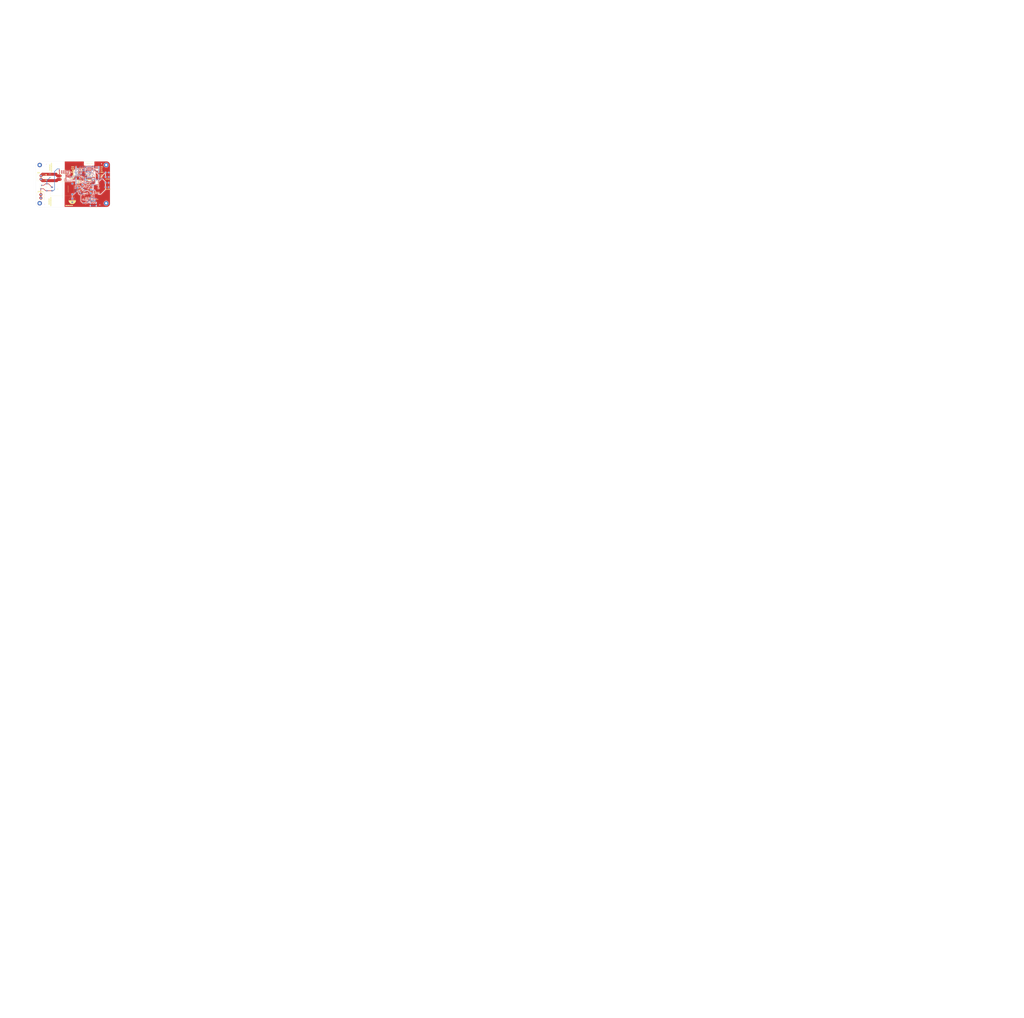
<source format=kicad_pcb>
(kicad_pcb (version 20221018) (generator pcbnew)
  (layers (0 "F.Cu" signal) (31 "B.Cu" signal) (34 "B.Paste" user) (35 "F.Paste" user) (36 "B.SilkS" user "B.Silkscreen") (37 "F.SilkS" user "F.Silkscreen") (38 "B.Mask" user) (39 "F.Mask" user) (44 "Edge.Cuts" user))
  (net 0 "")
  (net 1 "Net-(LDO1-EN)")
  (net 2 "GND")
  (net 3 "VBUS")
  (net 4 "Net-(LDO1-BP)")
  (net 5 "+5V_USB")
  (net 6 "+3V3")
  (net 7 "IO9_BOOT")
  (net 8 "Net-(D1-K)")
  (net 9 "Net-(D2-A)")
  (net 10 "Net-(D4-A)")
  (net 11 "Net-(J1-CC1)")
  (net 13 "IO4_SPICS")
  (net 14 "IO5_SPIMISO")
  (net 15 "IO6_SPICLK")
  (net 16 "IO7_SPIMOSI")
  (net 17 "IO10_SDA")
  (net 18 "IO8_SCL")
  (net 19 "IO21_TX")
  (net 20 "IO20_RX")
  (net 21 "IO0")
  (net 22 "IO1")
  (net 23 "AC_P-")
  (net 24 "AC_P+")
  (net 25 "AC_N")
  (net 26 "+5V_DC")
  (net 27 "JTAG_RST")
  (net 28 "Net-(J1-CC2)")
  (net 29 "Net-(R10-Pad1)")
  (net 30 "Net-(R11-Pad1)")
  (net 31 "VINP")
  (net 32 "VINN")
  (net 33 "IO3")
  (net 34 "IO2")
  (net 35 "CHIP_PU")
  (net 36 "USB_D-")
  (net 37 "USB_D+")
  (net 39 "Net-(J1-SHIELD)")
  (net 41 "Net-(PowerMux1-D0)")
  (net 42 "Net-(PowerMux1-ILIM)")
  (net 57 "Net-(#FLG0103-pwr)")
  (net 58 "Net-(J1-D+-PadA6)")
  (net 59 "Net-(J1-D--PadA7)")
  (footprint "Capacitor_SMD:C_0805_2012Metric_Pad1.18x1.45mm_HandSolder" (layer "F.Cu") (at 146.662558 99.159604 90)
    (fp_text reference "C14")
    (fp_text value "100nF")
  )
  (footprint "Diode_SMD:D_0805_2012Metric_Pad1.15x1.40mm_HandSolder" (layer "F.Cu") (at 168.8248 79.7052)
    (fp_text reference "D3")
    (fp_text value "D_Small")
  )
  (footprint "Capacitor_SMD:C_0805_2012Metric_Pad1.18x1.45mm_HandSolder" (layer "F.Cu") (at 164.3634 91.7448 -90)
    (fp_text reference "C5")
    (fp_text value "10uF")
  )
  (footprint "Capacitor_SMD:C_0805_2012Metric_Pad1.18x1.45mm_HandSolder" (layer "F.Cu") (at 166.56 84.95 -90)
    (fp_text reference "C6")
    (fp_text value "1uF 16V")
  )
  (footprint "Fiducial:Fiducial_0.5mm_Mask1.5mm" (layer "F.Cu") (at 100.31 60.41)
    (fp_text reference "FID2" hide)
    (fp_text value "Fiducial")
  )
  (footprint "Inductor_SMD:L_0805_2012Metric_Pad1.15x1.40mm_HandSolder" (layer "F.Cu") (at 165.06 111.66 90)
    (fp_text reference "L1")
    (fp_text value "2n2")
  )
  (footprint "Capacitor_SMD:C_0805_2012Metric_Pad1.18x1.45mm_HandSolder" (layer "F.Cu") (at 160.632558 95.117104 180)
    (fp_text reference "C3")
    (fp_text value "100nF")
  )
  (footprint "Capacitor_SMD:C_0805_2012Metric_Pad1.18x1.45mm_HandSolder" (layer "F.Cu") (at 155.552558 79.242104 -90)
    (fp_text reference "C12")
    (fp_text value "0.1uF")
  )
  (footprint "Connector_PinHeader_2.54mm:PinHeader_1x04_P2.54mm_Vertical" (layer "F.Cu") (at 176.2 64.38)
    (fp_text reference "J4")
    (fp_text value "UART")
  )
  (footprint "Resistor_SMD:R_0805_2012Metric_Pad1.20x1.40mm_HandSolder" (layer "F.Cu") (at 155.202558 84.047104 -90)
    (fp_text reference "R15")
    (fp_text value "470R")
  )
  (footprint "Resistor_SMD:R_0805_2012Metric_Pad1.20x1.40mm_HandSolder" (layer "F.Cu") (at 151.09 104.5 180)
    (fp_text reference "R2")
    (fp_text value "10K")
  )
  (footprint "TestPoint:TestPoint_THTPad_2.0x2.0mm_Drill1.0mm" (layer "F.Cu") (at 164.6936 97.3074)
    (fp_text reference "TP3")
    (fp_text value "TestPoint")
  )
  (footprint "Resistor_SMD:R_1206_3216Metric_Pad1.30x1.75mm_HandSolder" (layer "F.Cu") (at 126.977558 72.892104)
    (fp_text reference "R10")
    (fp_text value "1M")
  )
  (footprint "ACS37800:SOIC127P1030X265-16N" (layer "F.Cu") (at 123.802558 79.877104)
    (fp_text reference "IC1")
    (fp_text value "ACS37800KMACTR-090B3-I2C" hide)
  )
  (footprint "Resistor_SMD:R_0805_2012Metric_Pad1.20x1.40mm_HandSolder" (layer "F.Cu") (at 163.442558 85.592104 180)
    (fp_text reference "R16")
    (fp_text value "10k")
  )
  (footprint "Resistor_SMD:R_0805_2012Metric_Pad1.20x1.40mm_HandSolder" (layer "F.Cu") (at 161.56 109.37 90)
    (fp_text reference "R5")
    (fp_text value "5k1")
  )
  (footprint "Capacitor_SMD:C_0805_2012Metric_Pad1.18x1.45mm_HandSolder" (layer "F.Cu") (at 157.2 115.5075 90)
    (fp_text reference "C4")
    (fp_text value "100nF")
  )
  (footprint "Connector_PinHeader_2.54mm:PinHeader_1x06_P2.54mm_Vertical" (layer "F.Cu") (at 143.2 76.88 180)
    (fp_text reference "J2")
    (fp_text value "SPI")
  )
  (footprint "Varistor:RV_Disc_D9mm_W3.5mm_P5mm" (layer "F.Cu") (at 93.362958 90.966104 -90)
    (fp_text reference "RV1")
    (fp_text value "10D561K")
  )
  (footprint "Capacitor_SMD:C_0805_2012Metric_Pad1.18x1.45mm_HandSolder" (layer "F.Cu") (at 153.012558 69.957104 -90)
    (fp_text reference "C8")
    (fp_text value "100nF")
  )
  (footprint "Capacitor_SMD:C_0805_2012Metric_Pad1.18x1.45mm_HandSolder" (layer "F.Cu") (at 154.48 100.34 -90)
    (fp_text reference "C15")
    (fp_text value "100nF")
  )
  (footprint "MountingHole:MountingHole_3.2mm_M3_Pad_TopBottom" (layer "F.Cu") (at 187 117)
    (fp_text reference "H3" hide)
    (fp_text value "MountingHole")
  )
  (footprint "Capacitor_THT:C_Rect_L13.0mm_W8.0mm_P10.00mm_FKS3_FKP3_MKS4" (layer "F.Cu") (at 100.86 88.8 -90)
    (fp_text reference "C10")
    (fp_text value "0.1uF/275")
  )
  (footprint "Package_TO_SOT_SMD:SOT-23-5" (layer "F.Cu") (at 160.765058 91.627104)
    (fp_text reference "LDO1")
    (fp_text value "SPX3819M5-L-3-3")
  )
  (footprint "Resistor_SMD:R_0805_2012Metric_Pad1.20x1.40mm_HandSolder" (layer "F.Cu") (at 159.362558 85.592104)
    (fp_text reference "R17")
    (fp_text value "10k")
  )
  (footprint "MountingHole:MountingHole_3.2mm_M3_Pad_TopBottom" (layer "F.Cu") (at 187 61.5)
    (fp_text reference "H2" hide)
    (fp_text value "MountingHole")
  )
  (footprint "RST-1-BULK:FUSE_RST-1-BULK" (layer "F.Cu") (at 105.4 77.01 -90)
    (fp_text reference "F1")
    (fp_text value "RST 1-BULK")
  )
  (footprint "Button_Switch_THT:SW_PUSH_6mm_H4.3mm" (layer "F.Cu") (at 185.98 93.735 90)
    (fp_text reference "ENABLE1" hide)
    (fp_text value "SW_Push")
  )
  (footprint "Capacitor_SMD:C_0805_2012Metric_Pad1.18x1.45mm_HandSolder" (layer "F.Cu") (at 157.0228 93.4974 -90)
    (fp_text reference "C1")
    (fp_text value "10uF")
  )
  (footprint "Capacitor_SMD:C_0805_2012Metric_Pad1.18x1.45mm_HandSolder" (layer "F.Cu") (at 149.202558 66.147104 90)
    (fp_text reference "C7")
    (fp_text value "10uF")
  )
  (footprint "Resistor_SMD:R_0805_2012Metric_Pad1.20x1.40mm_HandSolder" (layer "F.Cu") (at 175.641 95.4372 -90)
    (fp_text reference "R9")
    (fp_text value "470R")
  )
  (footprint "Espressif:ESP32-C3-MINI-1" (layer "F.Cu") (at 162.372558 64.931304)
    (fp_text reference "U4")
    (fp_text value "ESP32-C3-MINI-1")
  )
  (footprint "LED_SMD:LED_0805_2012Metric_Pad1.15x1.40mm_HandSolder" (layer "F.Cu") (at 150.472558 83.687104 -90)
    (fp_text reference "D2")
    (fp_text value "LED")
  )
  (footprint "Fiducial:Fiducial_0.5mm_Mask1.5mm" (layer "F.Cu") (at 177.74 119.42)
    (fp_text reference "FID4" hide)
    (fp_text value "Fiducial")
  )
  (footprint "Connector_PinHeader_1.27mm:PinHeader_2x05_P1.27mm_Vertical" (layer "F.Cu") (at 159.8322 80.2032 90)
    (fp_text reference "DEBUG1" hide)
    (fp_text value "J-TAG DEBUG")
  )
  (footprint "Resistor_SMD:R_1206_3216Metric_Pad1.30x1.75mm_HandSolder" (layer "F.Cu") (at 120.627558 72.892104)
    (fp_text reference "R7")
    (fp_text value "1M")
  )
  (footprint "Converter_ACDC:Converter_ACDC_HiLink_HLK-PMxx" (layer "F.Cu") (at 108.372558 93.807104)
    (fp_text reference "PS1")
    (fp_text value "HLK-PM01")
  )
  (footprint "Button_Switch_THT:SW_PUSH_6mm_H4.3mm" (layer "F.Cu") (at 186.105 78.96 90)
    (fp_text reference "BOOT1" hide)
    (fp_text value "SW_Push")
  )
  (footprint "Resistor_SMD:R_0805_2012Metric_Pad1.20x1.40mm_HandSolder" (layer "F.Cu") (at 159.362558 102.969604 90)
    (fp_text reference "R4")
    (fp_text value "400")
  )
  (footprint "Fiducial:Fiducial_0.5mm_Mask1.5mm" (layer "F.Cu") (at 97.59 118.29)
    (fp_text reference "FID1" hide)
    (fp_text value "Fiducial")
  )
  (footprint "Fiducial:Fiducial_0.5mm_Mask1.5mm" (layer "F.Cu") (at 180.22 59.69)
    (fp_text reference "FID3" hide)
    (fp_text value "Fiducial")
  )
  (footprint "TestPoint:TestPoint_THTPad_2.0x2.0mm_Drill1.0mm" (layer "F.Cu") (at 164.61 102.46)
    (fp_text reference "TP1")
    (fp_text value "TestPoint")
  )
  (footprint "MountingHole:MountingHole_3.2mm_M3_Pad_TopBottom" (layer "F.Cu") (at 90.5 61.5)
    (fp_text reference "H1" hide)
    (fp_text value "MountingHole")
  )
  (footprint "TerminalBlock_Phoenix:TerminalBlock_Phoenix_MKDS-3-2-5.08_1x02_P5.08mm_Horizontal" (layer "F.Cu") (at 92.29 109.495 90)
    (fp_text reference "J7")
    (fp_text value "AC Neutral")
  )
  (footprint "Resistor_SMD:R_1206_3216Metric_Pad1.30x1.75mm_HandSolder" (layer "F.Cu") (at 120.627558 70.352104)
    (fp_text reference "R8")
    (fp_text value "1M")
  )
  (footprint "Diode_SMD:D_0805_2012Metric_Pad1.15x1.40mm_HandSolder" (layer "F.Cu") (at 150.472558 78.607104 90)
    (fp_text reference "D4")
    (fp_text value "D_Small")
  )
  (footprint "Resistor_SMD:R_0805_2012Metric_Pad1.20x1.40mm_HandSolder" (layer "F.Cu") (at 171.61 111.12 180)
    (fp_text reference "R6")
    (fp_text value "5k1")
  )
  (footprint "Capacitor_SMD:C_0805_2012Metric_Pad1.18x1.45mm_HandSolder" (layer "F.Cu") (at 157.97 109.39 90)
    (fp_text reference "C2")
    (fp_text value "100nF")
  )
  (footprint "Connector_USB:USB_C_Receptacle_XKB_U262-16XN-4BVC11" (layer "F.Cu") (at 168.275 119.4618)
    (fp_text reference "J1")
    (fp_text value "USB_C_Receptacle_USB2.0" hide)
  )
  (footprint "Connector_PinHeader_2.54mm:PinHeader_1x04_P2.54mm_Vertical" (layer "F.Cu") (at 143.2 88.42 180)
    (fp_text reference "J3")
    (fp_text value "I2C")
  )
  (footprint "Capacitor_SMD:C_0805_2012Metric_Pad1.18x1.45mm_HandSolder" (layer "F.Cu") (at 176.012558 102.297104)
    (fp_text reference "C13")
    (fp_text value "1uF 16V")
  )
  (footprint "Capacitor_SMD:C_0805_2012Metric_Pad1.18x1.45mm_HandSolder" (layer "F.Cu") (at 153.012558 66.147104 90)
    (fp_text reference "C9")
    (fp_text value "10nF")
  )
  (footprint "TerminalBlock_Phoenix:TerminalBlock_Phoenix_MKDS-3-2-5.08_1x02_P5.08mm_Horizontal" (layer "F.Cu") (at 92.408158 82.112304 90)
    (fp_text reference "J6")
    (fp_text value "AC Live")
  )
  (footprint "MountingHole:MountingHole_3.2mm_M3_Pad_TopBottom" (layer "F.Cu") (at 90.5 117)
    (fp_text reference "H4" hide)
    (fp_text value "MountingHole")
  )
  (footprint "TestPoint:TestPoint_THTPad_2.0x2.0mm_Drill1.0mm" (layer "F.Cu") (at 145.25 94.43)
    (fp_text reference "TP4")
    (fp_text value "TestPoint")
  )
  (footprint "TPS2115ADRBR:SON65P300X300X100-9N" (layer "F.Cu") (at 150.57 99.16)
    (fp_text reference "PowerMux1")
    (fp_text value "TPS2115ADRBR")
  )
  (footprint "Resistor_SMD:R_0805_2012Metric_Pad1.20x1.40mm_HandSolder" (layer "F.Cu") (at 155.552558 104.239604 180)
    (fp_text reference "R3")
    (fp_text value "10k")
  )
  (footprint "Resistor_SMD:R_0805_2012Metric_Pad1.20x1.40mm_HandSolder" (layer "F.Cu") (at 149.202558 73.767104 90)
    (fp_text reference "R13")
    (fp_text value "4k7")
  )
  (footprint "Package_TO_SOT_SMD:SOT-23-6_Handsoldering" (layer "F.Cu") (at 168.25 106.2375 90)
    (fp_text reference "U1")
    (fp_text value "USBLC6-2SC6")
  )
  (footprint "Resistor_SMD:R_0805_2012Metric_Pad1.20x1.40mm_HandSolder" (layer "F.Cu") (at 172.202558 102.297104)
    (fp_text reference "R18")
    (fp_text value "10k")
  )
  (footprint "LED_SMD:LED_0805_2012Metric_Pad1.15x1.40mm_HandSolder" (layer "F.Cu") (at 175.5648 90.5928 90)
    (fp_text reference "D1")
    (fp_text value "LED")
  )
  (footprint "Resistor_SMD:R_0805_2012Metric_Pad1.20x1.40mm_HandSolder" (layer "F.Cu") (at 149.205 69.96 -90)
    (fp_text reference "R14")
    (fp_text value "4k7")
  )
  (footprint "Resistor_SMD:R_0805_2012Metric_Pad1.20x1.40mm_HandSolder" (layer "F.Cu") (at 153.767558 111.292104 90)
    (fp_text reference "R1")
    (fp_text value "1M")
  )
  (footprint "Capacitor_SMD:C_0805_2012Metric_Pad1.18x1.45mm_HandSolder" (layer "F.Cu") (at 134.35 79 90)
    (fp_text reference "C16")
    (fp_text value "100nF")
  )
  (footprint "Connector_PinHeader_2.54mm:PinHeader_1x02_P2.54mm_Vertical" (layer "F.Cu") (at 176.2 78.575 180)
    (fp_text reference "J5")
    (fp_text value "IO0_IO1")
  )
  (footprint "Resistor_SMD:R_0805_2012Metric_Pad1.20x1.40mm_HandSolder" (layer "F.Cu") (at 132.337558 71.622104 -90)
    (fp_text reference "RSENSE1")
    (fp_text value "8k2")
  )
  (footprint "TestPoint:TestPoint_THTPad_2.0x2.0mm_Drill1.0mm" (layer "F.Cu") (at 152.452558 90.037104)
    (fp_text reference "TP2")
    (fp_text value "TestPoint")
  )
  (footprint "Capacitor_THT:CP_Radial_D10.0mm_P5.00mm" (layer "F.Cu") (at 137.772558 110.437104 -90)
    (fp_text reference "C11")
    (fp_text value "220uF")
  )
  (footprint "Resistor_SMD:R_1206_3216Metric_Pad1.30x1.75mm_HandSolder" (layer "F.Cu") (at 126.977558 70.352104)
    (fp_text reference "R11")
    (fp_text value "1M")
  )
  (footprint "Resistor_SMD:R_0805_2012Metric_Pad1.20x1.40mm_HandSolder" (layer "F.Cu") (at 175.6664 85.5472 90)
    (fp_text reference "R12")
    (fp_text value "10k")
  )
  (gr_arc (start 116.302355 64.915736) (mid 116.311036 64.945004) (end 116.316116 64.975106) (stroke (width 0.03)) (layer "F.SilkS"))
  (gr_arc (start 112.011745 65.01503) (mid 112.011077 65.013931) (end 112.011321 65.01266) (stroke (width 0.03)) (layer "F.SilkS"))
  (gr_line (start 109.173547 114.041033) (end 108.718171 114.041033) (stroke (width 0.03)) (layer "F.SilkS"))
  (gr_line (start 114.751205 63.548065) (end 114.624264 63.474649) (stroke (width 0.03)) (layer "F.SilkS"))
  (gr_line (start 113.908328 115.70163) (end 114.01664 115.639092) (stroke (width 0.03)) (layer "F.SilkS"))
  (gr_arc (start 115.422845 114.035678) (mid 115.444011 114.074922) (end 115.461277 114.116033) (stroke (width 0.03)) (layer "F.SilkS"))
  (gr_arc (start 109.490788 114.748293) (mid 109.477538 114.796133) (end 109.455071 114.840399) (stroke (width 0.03)) (layer "F.SilkS"))
  (gr_arc (start 109.562916 65.382471) (mid 109.57967 65.325383) (end 109.604619 65.271372) (stroke (width 0.03)) (layer "F.SilkS"))
  (gr_line (start 112.368354 65.378918) (end 112.780602 65.479761) (stroke (width 0.03)) (layer "F.SilkS"))
  (gr_arc (start 109.726189 65.381473) (mid 109.768844 65.327229) (end 109.825104 65.287268) (stroke (width 0.03)) (layer "F.SilkS"))
  (gr_arc (start 109.145188 62.100755) (mid 109.146439 62.07507) (end 109.149988 62.049601) (stroke (width 0.03)) (layer "F.SilkS"))
  (gr_line (start 109.553922 116.001033) (end 109.478922 116.001033) (stroke (width 0.03)) (layer "F.SilkS"))
  (gr_line (start 110.47 64.205493) (end 110.47 64.290251) (stroke (width 0.03)) (layer "F.SilkS"))
  (gr_line (start 113.008922 116.220885) (end 113.045042 116.200386) (stroke (width 0.03)) (layer "F.SilkS"))
  (gr_line (start 109.26135 112.761284) (end 109.404684 112.705886) (stroke (width 0.03)) (layer "F.SilkS"))
  (gr_arc (start 108.774358 115.000167) (mid 108.757998 114.966217) (end 108.743554 114.931409) (stroke (width 0.03)) (layer "F.SilkS"))
  (gr_line (start 113.392969 62.764477) (end 113.257187 62.686152) (stroke (width 0.03)) (layer "F.SilkS"))
  (gr_line (start 115.369581 64.811466) (end 115.367352 64.719442) (stroke (width 0.03)) (layer "F.SilkS"))
  (gr_line (start 111.493922 114.250223) (end 111.370996 114.237613) (stroke (width 0.03)) (layer "F.SilkS"))
  (gr_line (start 113.694884 112.993257) (end 113.958922 113.145703) (stroke (width 0.03)) (layer "F.SilkS"))
  (gr_line (start 112.316422 114.334787) (end 112.122297 114.314499) (stroke (width 0.03)) (layer "F.SilkS"))
  (gr_arc (start 110.163461 65.263876) (mid 110.201184 65.279718) (end 110.236491 65.300392) (stroke (width 0.03)) (layer "F.SilkS"))
  (gr_line (start 110.070198 117.101033) (end 110.043922 117.046033) (stroke (width 0.03)) (layer "F.SilkS"))
  (gr_arc (start 116.563643 65.333202) (mid 116.53668 65.379819) (end 116.506223 65.424232) (stroke (width 0.03)) (layer "F.SilkS"))
  (gr_arc (start 112.222829 64.672872) (mid 112.224923 64.673007) (end 112.226704 64.674106) (stroke (width 0.03)) (layer "F.SilkS"))
  (gr_line (start 109.256575 112.638179) (end 109.166587 112.606714) (stroke (width 0.03)) (layer "F.SilkS"))
  (gr_line (start 109.324038 113.868678) (end 109.628922 113.871322) (stroke (width 0.03)) (layer "F.SilkS"))
  (gr_arc (start 112.226704 64.674106) (mid 112.227691 64.676106) (end 112.227191 64.678263) (stroke (width 0.03)) (layer "F.SilkS"))
  (gr_arc (start 109.399153 112.092018) (mid 109.333396 112.110805) (end 109.266069 112.12281) (stroke (width 0.03)) (layer "F.SilkS"))
  (gr_line (start 109.63057 116.231033) (end 109.627246 116.509272) (stroke (width 0.03)) (layer "F.SilkS"))
  (gr_arc (start 110.305302 67.758625) (mid 110.273406 67.765468) (end 110.240974 67.768983) (stroke (width 0.03)) (layer "F.SilkS"))
  (gr_line (start 111.134154 114.485274) (end 111.184509 114.496163) (stroke (width 0.03)) (layer "F.SilkS"))
  (gr_line (start 110.320225 67.359491) (end 110.322291 67.230705) (stroke (width 0.03)) (layer "F.SilkS"))
  (gr_line (start 109.628766 111.583533) (end 109.627895 111.680205) (stroke (width 0.03)) (layer "F.SilkS"))
  (gr_line (start 111.142614 114.544018) (end 111.129072 114.490427) (stroke (width 0.03)) (layer "F.SilkS"))
  (gr_arc (start 112.067703 65.666366) (mid 112.06216 65.668903) (end 112.056267 65.667268) (stroke (width 0.03)) (layer "F.SilkS"))
  (gr_line (start 114.012595 66.556327) (end 113.882 66.631506) (stroke (width 0.03)) (layer "F.SilkS"))
  (gr_arc (start 109.841688 65.728787) (mid 109.821627 65.729236) (end 109.801584 65.728288) (stroke (width 0.03)) (layer "F.SilkS"))
  (gr_arc (start 108.840826 112.031095) (mid 108.798582 111.989442) (end 108.766287 111.939678) (stroke (width 0.03)) (layer "F.SilkS"))
  (gr_line (start 115.094438 63.746077) (end 115.020135 63.703255) (stroke (width 0.03)) (layer "F.SilkS"))
  (gr_arc (start 109.777217 65.720115) (mid 109.766588 65.711613) (end 109.758035 65.701022) (stroke (width 0.03)) (layer "F.SilkS"))
  (gr_line (start 114.475281 66.28834) (end 114.461288 66.296673) (stroke (width 0.03)) (layer "F.SilkS"))
  (gr_arc (start 109.189926 116.894949) (mid 109.170182 116.868658) (end 109.154006 116.840033) (stroke (width 0.03)) (layer "F.SilkS"))
  (gr_arc (start 115.744361 113.961164) (mid 115.763416 114.011074) (end 115.779071 114.062153) (stroke (width 0.03)) (layer "F.SilkS"))
  (gr_line (start 111.236398 114.110178) (end 111.278922 114.046033) (stroke (width 0.03)) (layer "F.SilkS"))
  (gr_line (start 110.495 61.622595) (end 110.079639 61.621687) (stroke (width 0.03)) (layer "F.SilkS"))
  (gr_line (start 112.725 62.378946) (end 112.479394 62.236882) (stroke (width 0.03)) (layer "F.SilkS"))
  (gr_line (start 109.562438 67.839144) (end 109.561206 67.810592) (stroke (width 0.03)) (layer "F.SilkS"))
  (gr_arc (start 110.295483 62.631376) (mid 110.28312 62.653918) (end 110.266471 62.67351) (stroke (width 0.03)) (layer "F.SilkS"))
  (gr_line (start 113.778506 67.061156) (end 113.85 67.020588) (stroke (width 0.03)) (layer "F.SilkS"))
  (gr_line (start 113.248413 115.000412) (end 113.261994 115.003864) (stroke (width 0.03)) (layer "F.SilkS"))
  (gr_line (start 114.235344 66.797749) (end 114.292836 66.764523) (stroke (width 0.03)) (layer "F.SilkS"))
  (gr_line (start 108.808001 116.990837) (end 108.764592 117.017121) (stroke (width 0.03)) (layer "F.SilkS"))
  (gr_line (start 109.129436 112.811547) (end 109.26135 112.761284) (stroke (width 0.03)) (layer "F.SilkS"))
  (gr_line (start 113.368929 65.155115) (end 113.307578 65.149461) (stroke (width 0.03)) (layer "F.SilkS"))
  (gr_line (start 113.566516 115.899111) (end 113.637876 115.857963) (stroke (width 0.03)) (layer "F.SilkS"))
  (gr_line (start 112.746037 113.942667) (end 112.80088 113.963103) (stroke (width 0.03)) (layer "F.SilkS"))
  (gr_line (start 115.256748 66.207449) (end 115.281397 66.19346) (stroke (width 0.03)) (layer "F.SilkS"))
  (gr_line (start 111.266966 114.226597) (end 111.173632 114.216506) (stroke (width 0.03)) (layer "F.SilkS"))
  (gr_line (start 113.451758 115.96482) (end 113.478922 115.949326) (stroke (width 0.03)) (layer "F.SilkS"))
  (gr_line (start 112.774732 115.986087) (end 112.665735 116.049231) (stroke (width 0.03)) (layer "F.SilkS"))
  (gr_line (start 115.285059 114.531319) (end 115.074561 114.659203) (stroke (width 0.03)) (layer "F.SilkS"))
  (gr_line (start 113.958922 113.145703) (end 114.393509 113.39669) (stroke (width 0.03)) (layer "F.SilkS"))
  (gr_line (start 109.14 65.03) (end 109.140607 67.229364) (stroke (width 0.03)) (layer "F.SilkS"))
  (gr_arc (start 110.202997 67.590699) (mid 110.189509 67.589534) (end 110.176412 67.586106) (stroke (width 0.03)) (layer "F.SilkS"))
  (gr_arc (start 114.461808 115.381841) (mid 114.463328 115.381246) (end 114.464947 115.381033) (stroke (width 0.03)) (layer "F.SilkS"))
  (gr_line (start 110.11 66.540736) (end 110.11 66.770736) (stroke (width 0.03)) (layer "F.SilkS"))
  (gr_line (start 112.192362 64.679807) (end 112.173448 64.68577) (stroke (width 0.03)) (layer "F.SilkS"))
  (gr_line (start 114.478992 115.374145) (end 114.492011 115.36657) (stroke (width 0.03)) (layer "F.SilkS"))
  (gr_line (start 109.478922 116.001033) (end 109.478922 115.756033) (stroke (width 0.03)) (layer "F.SilkS"))
  (gr_line (start 109.970375 66.770736) (end 109.967688 66.543236) (stroke (width 0.03)) (layer "F.SilkS"))
  (gr_line (start 113.665 65.695347) (end 113.816939 65.732394) (stroke (width 0.03)) (layer "F.SilkS"))
  (gr_line (start 111.381751 113.873169) (end 111.367999 113.875847) (stroke (width 0.03)) (layer "F.SilkS"))
  (gr_line (start 108.721047 113.948533) (end 108.723922 113.856033) (stroke (width 0.03)) (layer "F.SilkS"))
  (gr_line (start 111.321332 113.981724) (end 111.356264 113.926802) (stroke (width 0.03)) (layer "F.SilkS"))
  (gr_line (start 108.868978 111.658533) (end 108.873729 111.767593) (stroke (width 0.03)) (layer "F.SilkS"))
  (gr_line (start 111.2037 113.927482) (end 110.793602 114.051739) (stroke (width 0.03)) (layer "F.SilkS"))
  (gr_line (start 110.47 66.800736) (end 110.395 66.800736) (stroke (width 0.03)) (layer "F.SilkS"))
  (gr_arc (start 110.219557 62.707125) (mid 110.179303 62.724097) (end 110.136859 62.734435) (stroke (width 0.03)) (layer "F.SilkS"))
  (gr_line (start 114.591715 115.307247) (end 114.664604 115.264897) (stroke (width 0.03)) (layer "F.SilkS"))
  (gr_line (start 109.699836 67.759332) (end 109.649079 67.79054) (stroke (width 0.03)) (layer "F.SilkS"))
  (gr_arc (start 109.460199 114.33834) (mid 109.52474 114.391384) (end 109.576802 114.456721) (stroke (width 0.03)) (layer "F.SilkS"))
  (gr_arc (start 111.920389 113.29269) (mid 111.923692 113.292515) (end 111.927 113.292528) (stroke (width 0.03)) (layer "F.SilkS"))
  (gr_arc (start 109.295781 111.934732) (mid 109.238737 111.941816) (end 109.181332 111.944797) (stroke (width 0.03)) (layer "F.SilkS"))
  (gr_line (start 108.718922 113.159547) (end 108.718969 113.06279) (stroke (width 0.03)) (layer "F.SilkS"))
  (gr_arc (start 109.00061 114.929084) (mid 108.980549 114.929533) (end 108.960506 114.928585) (stroke (width 0.03)) (layer "F.SilkS"))
  (gr_line (start 109.565 63.245635) (end 109.562149 63.149067) (stroke (width 0.03)) (layer "F.SilkS"))
  (gr_arc (start 111.381751 113.873169) (mid 111.383829 113.873324) (end 111.385626 113.874403) (stroke (width 0.03)) (layer "F.SilkS"))
  (gr_line (start 113.81245 115.387271) (end 113.749172 115.423498) (stroke (width 0.03)) (layer "F.SilkS"))
  (gr_arc (start 110.967367 62.061483) (mid 111.001951 62.025654) (end 111.041499 61.995392) (stroke (width 0.03)) (layer "F.SilkS"))
  (gr_line (start 113.1575 65.13449) (end 112.963375 65.114202) (stroke (width 0.03)) (layer "F.SilkS"))
  (gr_arc (start 111.927 113.292528) (mid 111.931448 113.292783) (end 111.935876 113.293284) (stroke (width 0.03)) (layer "F.SilkS"))
  (gr_arc (start 109.568838 62.612422) (mid 109.564196 62.567595) (end 109.561886 62.522587) (stroke (width 0.03)) (layer "F.SilkS"))
  (gr_line (start 112.122969 68.016717) (end 112.270731 67.931501) (stroke (width 0.03)) (layer "F.SilkS"))
  (gr_line (start 108.933797 113.074163) (end 108.815218 113.121336) (stroke (width 0.03)) (layer "F.SilkS"))
  (gr_arc (start 110.317417 114.191685) (mid 110.320026 114.191198) (end 110.322676 114.191033) (stroke (width 0.03)) (layer "F.SilkS"))
  (gr_line (start 114.59025 66.223201) (end 114.536636 66.253743) (stroke (width 0.03)) (layer "F.SilkS"))
  (gr_line (start 112.995026 64.505736) (end 113.185687 64.833792) (stroke (width 0.03)) (layer "F.SilkS"))
  (gr_arc (start 109.127423 116.752647) (mid 109.13088 116.765273) (end 109.133644 116.778068) (stroke (width 0.03)) (layer "F.SilkS"))
  (gr_arc (start 115.722565 114.533499) (mid 115.695605 114.580118) (end 115.665145 114.624529) (stroke (width 0.03)) (layer "F.SilkS"))
  (gr_arc (start 110.479051 65.41617) (mid 110.486685 65.508413) (end 110.479313 65.600676) (stroke (width 0.03)) (layer "F.SilkS"))
  (gr_arc (start 115.697606 113.870295) (mid 115.722732 113.91483) (end 115.744361 113.961164) (stroke (width 0.03)) (layer "F.SilkS"))
  (gr_line (start 108.976071 112.350674) (end 109.173398 112.425701) (stroke (width 0.03)) (layer "F.SilkS"))
  (gr_arc (start 109.924874 63.380736) (mid 109.931822 63.381297) (end 109.938586 63.382978) (stroke (width 0.03)) (layer "F.SilkS"))
  (gr_arc (start 116.215048 64.777058) (mid 116.241732 64.804336) (end 116.263923 64.835381) (stroke (width 0.03)) (layer "F.SilkS"))
  (gr_line (start 113.816459 65.190736) (end 113.726781 65.019905) (stroke (width 0.03)) (layer "F.SilkS"))
  (gr_arc (start 109.825104 65.287268) (mid 109.898348 65.258308) (end 109.975812 65.244072) (stroke (width 0.03)) (layer "F.SilkS"))
  (gr_arc (start 109.388034 115.087308) (mid 109.384583 115.078728) (end 109.381565 115.069986) (stroke (width 0.03)) (layer "F.SilkS"))
  (gr_arc (start 109.4748 116.681131) (mid 109.471684 116.703847) (end 109.46471 116.72569) (stroke (width 0.03)) (layer "F.SilkS"))
  (gr_line (start 113.135 62.615691) (end 113.018266 62.54836) (stroke (width 0.03)) (layer "F.SilkS"))
  (gr_line (start 112.416109 111.886449) (end 112.293922 111.815988) (stroke (width 0.03)) (layer "F.SilkS"))
  (gr_arc (start 110.311514 62.570306) (mid 110.305693 62.601417) (end 110.295483 62.631376) (stroke (width 0.03)) (layer "F.SilkS"))
  (gr_line (start 113.953939 114.412082) (end 114.167841 114.495643) (stroke (width 0.03)) (layer "F.SilkS"))
  (gr_line (start 114.528922 114.246707) (end 114.528503 114.011763) (stroke (width 0.03)) (layer "F.SilkS"))
  (gr_arc (start 110.289868 111.155149) (mid 110.339994 111.144698) (end 110.391073 111.141141) (stroke (width 0.03)) (layer "F.SilkS"))
  (gr_line (start 109.42018 115.082045) (end 109.401232 115.089636) (stroke (width 0.03)) (layer "F.SilkS"))
  (gr_line (start 109.60567 67.816824) (end 109.567134 67.8399) (stroke (width 0.03)) (layer "F.SilkS"))
  (gr_line (start 109.665 63.282214) (end 109.565 63.245635) (stroke (width 0.03)) (layer "F.SilkS"))
  (gr_line (start 112.27 62.485207) (end 112.429009 62.577593) (stroke (width 0.03)) (layer "F.SilkS"))
  (gr_line (start 109.265297 116.419596) (end 109.250077 116.420095) (stroke (width 0.03)) (layer "F.SilkS"))
  (gr_arc (start 111.158495 64.991388) (mid 111.161104 64.990896) (end 111.163754 64.990736) (stroke (width 0.03)) (layer "F.SilkS"))
  (gr_line (start 114.003609 65.546673) (end 113.816459 65.190736) (stroke (width 0.03)) (layer "F.SilkS"))
  (gr_line (start 109.7925 67.698781) (end 109.699836 67.759332) (stroke (width 0.03)) (layer "F.SilkS"))
  (gr_line (start 113.795 63.366019) (end 114.016106 63.49326) (stroke (width 0.03)) (layer "F.SilkS"))
  (gr_line (start 112.848922 115.942921) (end 112.774732 115.986087) (stroke (width 0.03)) (layer "F.SilkS"))
  (gr_line (start 110.47 64.840736) (end 110.014625 64.840736) (stroke (width 0.03)) (layer "F.SilkS"))
  (gr_line (start 111.999727 65.404633) (end 111.983692 65.343721) (stroke (width 0.03)) (layer "F.SilkS"))
  (gr_arc (start 115.37397 113.977355) (mid 115.400657 114.004632) (end 115.422845 114.035678) (stroke (width 0.03)) (layer "F.SilkS"))
  (gr_arc (start 109.088922 112.823078) (mid 109.084272 112.822428) (end 109.081053 112.81901) (stroke (width 0.03)) (layer "F.SilkS"))
  (gr_line (start 110.05 65.705736) (end 110.05 65.900736) (stroke (width 0.03)) (layer "F.SilkS"))
  (gr_arc (start 113.289612 114.995116) (mid 113.290436 115.0005) (end 113.287956 115.005333) (stroke (width 0.03)) (layer "F.SilkS"))
  (gr_line (start 109.56 64.200736) (end 109.56 64.120736) (stroke (width 0.03)) (layer "F.SilkS"))
  (gr_line (start 110.088116 67.425984) (end 110.092615 67.477632) (stroke (width 0.03)) (layer "F.SilkS"))
  (gr_line (start 110.318455 62.473236) (end 110.322057 62.350736) (stroke (width 0.03)) (layer "F.SilkS"))
  (gr_arc (start 109.393697 115.091033) (mid 109.390312 115.090012) (end 109.388034 115.087308) (stroke (width 0.03)) (layer "F.SilkS"))
  (gr_line (start 114.347139 114.565871) (end 114.411625 114.591545) (stroke (width 0.03)) (layer "F.SilkS"))
  (gr_line (start 111.961435 113.373576) (end 112.023699 113.481774) (stroke (width 0.03)) (layer "F.SilkS"))
  (gr_line (start 110.210419 63.300157) (end 110.382938 63.366157) (stroke (width 0.03)) (layer "F.SilkS"))
  (gr_line (start 109.625316 111.756911) (end 109.621234 111.815794) (stroke (width 0.03)) (layer "F.SilkS"))
  (gr_line (start 115.80284 64.524174) (end 115.955 64.611622) (stroke (width 0.03)) (layer "F.SilkS"))
  (gr_line (start 110.32 66.555736) (end 110.32 66.310736) (stroke (width 0.03)) (layer "F.SilkS"))
  (gr_line (start 110.794036 117.128972) (end 110.714894 117.174828) (stroke (width 0.03)) (layer "F.SilkS"))
  (gr_line (start 110.76507 114.540598) (end 111.215189 114.867565) (stroke (width 0.03)) (layer "F.SilkS"))
  (gr_arc (start 112.52791 114.350663) (mid 112.528665 114.352482) (end 112.528922 114.354435) (stroke (width 0.03)) (layer "F.SilkS"))
  (gr_line (start 110.240974 67.768983) (end 110.21244 67.769584) (stroke (width 0.03)) (layer "F.SilkS"))
  (gr_line (start 114.407594 66.698814) (end 114.478954 66.657666) (stroke (width 0.03)) (layer "F.SilkS"))
  (gr_arc (start 116.506223 65.424232) (mid 116.473012 65.465431) (end 116.43669 65.503914) (stroke (width 0.03)) (layer "F.SilkS"))
  (gr_arc (start 109.362206 114.913736) (mid 109.368113 114.909353) (end 109.374326 114.905416) (stroke (width 0.03)) (layer "F.SilkS"))
  (gr_arc (start 109.470436 111.770603) (mid 109.464615 111.801714) (end 109.454405 111.831673) (stroke (width 0.03)) (layer "F.SilkS"))
  (gr_arc (start 108.766287 111.939678) (mid 108.752732 111.909622) (end 108.741847 111.878499) (stroke (width 0.03)) (layer "F.SilkS"))
  (gr_line (start 108.868922 111.551033) (end 108.868978 111.658533) (stroke (width 0.03)) (layer "F.SilkS"))
  (gr_line (start 108.668047 110.849914) (end 108.631663 110.863949) (stroke (width 0.03)) (layer "F.SilkS"))
  (gr_line (start 110.283706 65.871858) (end 110.261258 65.881748) (stroke (width 0.03)) (layer "F.SilkS"))
  (gr_line (start 115.371793 66.142649) (end 115.432793 66.10695) (stroke (width 0.03)) (layer "F.SilkS"))
  (gr_line (start 111.587931 111.77789) (end 111.742209 111.86724) (stroke (width 0.03)) (layer "F.SilkS"))
  (gr_arc (start 109.607365 62.739381) (mid 109.59381 62.709325) (end 109.582925 62.678202) (stroke (width 0.03)) (layer "F.SilkS"))
  (gr_line (start 109.438125 116.420196) (end 109.354223 116.419833) (stroke (width 0.03)) (layer "F.SilkS"))
  (gr_line (start 114.8675 63.615261) (end 114.751205 63.548065) (stroke (width 0.03)) (layer "F.SilkS"))
  (gr_line (start 111.184509 114.496163) (end 111.241872 114.509199) (stroke (width 0.03)) (layer "F.SilkS"))
  (gr_line (start 112.778922 112.09579) (end 112.680612 112.039044) (stroke (width 0.03)) (layer "F.SilkS"))
  (gr_line (start 110.469844 62.383236) (end 110.468973 62.479908) (stroke (width 0.03)) (layer "F.SilkS"))
  (gr_arc (start 111.357387 61.637275) (mid 111.419429 61.649516) (end 111.478853 61.671152) (stroke (width 0.03)) (layer "F.SilkS"))
  (gr_line (start 112.963375 65.114202) (end 112.791245 65.096396) (stroke (width 0.03)) (layer "F.SilkS"))
  (gr_arc (start 110.400157 67.698468) (mid 110.380368 67.718677) (end 110.357711 67.735608) (stroke (width 0.03)) (layer "F.SilkS"))
  (gr_arc (start 109.46471 116.72569) (mid 109.457672 116.739233) (end 109.448478 116.751416) (stroke (width 0.03)) (layer "F.SilkS"))
  (gr_line (start 109.968098 64.281275) (end 109.855 64.280736) (stroke (width 0.03)) (layer "F.SilkS"))
  (gr_line (start 115.367352 64.719442) (end 115.363154 64.669435) (stroke (width 0.03)) (layer "F.SilkS"))
  (gr_line (start 112.7875 64.094813) (end 112.776954 64.092987) (stroke (width 0.03)) (layer "F.SilkS"))
  (gr_line (start 113.162531 114.74697) (end 112.975381 114.391033) (stroke (width 0.03)) (layer "F.SilkS"))
  (gr_line (start 115.271465 63.848178) (end 115.21 63.812713) (stroke (width 0.03)) (layer "F.SilkS"))
  (gr_line (start 111.158649 114.60493) (end 111.142614 114.544018) (stroke (width 0.03)) (layer "F.SilkS"))
  (gr_arc (start 110.341616 110.826663) (mid 110.429113 110.829712) (end 110.516309 110.837572) (stroke (width 0.03)) (layer "F.SilkS"))
  (gr_line (start 114.526358 114.530462) (end 114.528323 114.410605) (stroke (width 0.03)) (layer "F.SilkS"))
  (gr_line (start 108.868922 115.510435) (end 108.868922 115.765734) (stroke (width 0.03)) (layer "F.SilkS"))
  (gr_line (start 112.823922 114.895644) (end 112.975861 114.932691) (stroke (width 0.03)) (layer "F.SilkS"))
  (gr_line (start 113.52169 62.838747) (end 113.392969 62.764477) (stroke (width 0.03)) (layer "F.SilkS"))
  (gr_arc (start 109.464224 116.958922) (mid 109.432328 116.965765) (end 109.399896 116.96928) (stroke (width 0.03)) (layer "F.SilkS"))
  (gr_arc (start 109.968501 67.55235) (mid 109.971958 67.564976) (end 109.974722 67.577771) (stroke (width 0.03)) (layer "F.SilkS"))
  (gr_arc (start 110.074918 65.244656) (mid 110.119755 65.251658) (end 110.163461 65.263876) (stroke (width 0.03)) (layer "F.SilkS"))
  (gr_line (start 109.208922 115.101033) (end 109.022524 115.101033) (stroke (width 0.03)) (layer "F.SilkS"))
  (gr_arc (start 111.918922 113.294278) (mid 111.919323 113.293192) (end 111.920389 113.29269) (stroke (width 0.03)) (layer "F.SilkS"))
  (gr_arc (start 111.97125 65.286153) (mid 111.973092 65.285071) (end 111.975232 65.284977) (stroke (width 0.03)) (layer "F.SilkS"))
  (gr_arc (start 110.911011 62.15028) (mid 110.936368 62.104091) (end 110.967367 62.061483) (stroke (width 0.03)) (layer "F.SilkS"))
  (gr_line (start 110.661074 111.243342) (end 111.073922 111.480331) (stroke (width 0.03)) (layer "F.SilkS"))
  (gr_arc (start 109.381565 115.069986) (mid 109.378047 115.057895) (end 109.375135 115.045644) (stroke (width 0.03)) (layer "F.SilkS"))
  (gr_line (start 109.373922 115.511033) (end 109.268922 115.511033) (stroke (width 0.03)) (layer "F.SilkS"))
  (gr_arc (start 108.743554 114.931409) (mid 108.731977 114.897842) (end 108.722671 114.863576) (stroke (width 0.03)) (layer "F.SilkS"))
  (gr_arc (start 110.07834 67.736779) (mid 110.053251 67.717312) (end 110.031004 67.694652) (stroke (width 0.03)) (layer "F.SilkS"))
  (gr_line (start 114.653528 66.186974) (end 114.59025 66.223201) (stroke (width 0.03)) (layer "F.SilkS"))
  (gr_line (start 113.239137 65.591679) (end 113.665 65.695347) (stroke (width 0.03)) (layer "F.SilkS"))
  (gr_line (start 112.044778 64.727185) (end 111.63468 64.851442) (stroke (width 0.03)) (layer "F.SilkS"))
  (gr_line (start 114.064344 65.793367) (end 114.089491 65.800115) (stroke (width 0.03)) (layer "F.SilkS"))
  (gr_line (start 112.551891 111.964774) (end 112.416109 111.886449) (stroke (width 0.03)) (layer "F.SilkS"))
  (gr_arc (start 113.613922 115.501214) (mid 113.609924 115.504035) (end 113.605764 115.506611) (stroke (width 0.03)) (layer "F.SilkS"))
  (gr_line (start 114.321197 112.985482) (end 114.25336 112.946374) (stroke (width 0.03)) (layer "F.SilkS"))
  (gr_line (start 109.140607 67.229364) (end 109.145874 67.743798) (stroke (width 0.03)) (layer "F.SilkS"))
  (gr_arc (start 110.330157 65.443587) (mid 110.335904 65.495712) (end 110.331866 65.547996) (stroke (width 0.03)) (layer "F.SilkS"))
  (gr_line (start 113.517266 115.557856) (end 113.416559 115.61596) (stroke (width 0.03)) (layer "F.SilkS"))
  (gr_arc (start 116.627916 65.147486) (mid 116.618779 65.191784) (end 116.605967 65.235161) (stroke (width 0.03)) (layer "F.SilkS"))
  (gr_line (start 112.077476 64.909881) (end 112.12 64.845736) (stroke (width 0.03)) (layer "F.SilkS"))
  (gr_line (start 109.369341 112.500454) (end 109.54186 112.566454) (stroke (width 0.03)) (layer "F.SilkS"))
  (gr_line (start 115.033862 66.337134) (end 115.116321 66.289364) (stroke (width 0.03)) (layer "F.SilkS"))
  (gr_line (start 110.455731 68.432059) (end 111.20436 68.43091) (stroke (width 0.03)) (layer "F.SilkS"))
  (gr_line (start 109.062697 113.646719) (end 109.137107 113.601033) (stroke (width 0.03)) (layer "F.SilkS"))
  (gr_arc (start 108.723027 117.041033) (mid 108.721866 117.04058) (end 108.72136 117.039441) (stroke (width 0.03)) (layer "F.SilkS"))
  (gr_line (start 109.268922 115.971033) (end 109.19911 115.971033) (stroke (width 0.03)) (layer "F.SilkS"))
  (gr_line (start 112.397906 114.343148) (end 112.316422 114.334787) (stroke (width 0.03)) (layer "F.SilkS"))
  (gr_line (start 111.983692 65.343721) (end 111.97015 65.29013) (stroke (width 0.03)) (layer "F.SilkS"))
  (gr_arc (start 109.960702 67.542391) (mid 109.965545 67.546634) (end 109.968501 67.55235) (stroke (width 0.03)) (layer "F.SilkS"))
  (gr_arc (start 116.43669 65.503914) (mid 116.398927 65.537785) (end 116.35831 65.568174) (stroke (width 0.03)) (layer "F.SilkS"))
  (gr_arc (start 110.301277 65.138043) (mid 110.365818 65.191087) (end 110.41788 65.256424) (stroke (width 0.03)) (layer "F.SilkS"))
  (gr_line (start 111.63468 64.851442) (end 111.182438 64.987978) (stroke (width 0.03)) (layer "F.SilkS"))
  (gr_arc (start 109.621234 111.815794) (mid 109.618928 111.834256) (end 109.615317 111.852507) (stroke (width 0.03)) (layer "F.SilkS"))
  (gr_line (start 109.072353 112.642667) (end 109.072495 112.703533) (stroke (width 0.03)) (layer "F.SilkS"))
  (gr_arc (start 110.266471 62.67351) (mid 110.244217 62.691997) (end 110.219557 62.707125) (stroke (width 0.03)) (layer "F.SilkS"))
  (gr_line (start 111.201124 114.164577) (end 111.236398 114.110178) (stroke (width 0.03)) (layer "F.SilkS"))
  (gr_arc (start 111.026392 68.041755) (mid 110.991662 68.01264) (end 110.960934 67.979328) (stroke (width 0.03)) (layer "F.SilkS"))
  (gr_line (start 109.251537 116.677929) (end 109.256391 116.720989) (stroke (width 0.03)) (layer "F.SilkS"))
  (gr_arc (start 109.454405 111.831673) (mid 109.442042 111.854215) (end 109.425393 111.873807) (stroke (width 0.03)) (layer "F.SilkS"))
  (gr_line (start 110.081309 67.248441) (end 110.081168 67.288563) (stroke (width 0.03)) (layer "F.SilkS"))
  (gr_line (start 108.823922 112.482511) (end 108.723922 112.445932) (stroke (width 0.03)) (layer "F.SilkS"))
  (gr_line (start 113.783186 112.674946) (end 113.663874 112.60587) (stroke (width 0.03)) (layer "F.SilkS"))
  (gr_line (start 109.4748 116.681131) (end 109.479147 116.559788) (stroke (width 0.03)) (layer "F.SilkS"))
  (gr_line (start 109.628416 112.634137) (end 109.628922 112.69902) (stroke (width 0.03)) (layer "F.SilkS"))
  (gr_line (start 109.628922 113.321033) (end 109.628922 113.40579) (stroke (width 0.03)) (layer "F.SilkS"))
  (gr_line (start 113.878922 115.34903) (end 113.81245 115.387271) (stroke (width 0.03)) (layer "F.SilkS"))
  (gr_line (start 112.209077 64.67555) (end 112.192362 64.679807) (stroke (width 0.03)) (layer "F.SilkS"))
  (gr_line (start 109.142555 62.838192) (end 109.140592 63.755147) (stroke (width 0.03)) (layer "F.SilkS"))
  (gr_line (start 109.268922 115.741033) (end 109.268922 115.971033) (stroke (width 0.03)) (layer "F.SilkS"))
  (gr_line (start 114.108783 64.383092) (end 112.95632 64.130686) (stroke (width 0.03)) (layer "F.SilkS"))
  (gr_line (start 112.039424 65.547687) (end 112.019583 65.476153) (stroke (width 0.03)) (layer "F.SilkS"))
  (gr_line (start 108.996422 115.513234) (end 108.868922 115.510435) (stroke (width 0.03)) (layer "F.SilkS"))
  (gr_arc (start 109.335334 116.786403) (mid 109.319488 116.780006) (end 109.304245 116.772282) (stroke (width 0.03)) (layer "F.SilkS"))
  (gr_line (start 113.605764 115.506611) (end 113.517266 115.557856) (stroke (width 0.03)) (layer "F.SilkS"))
  (gr_arc (start 110.350205 117.306886) (mid 110.306104 117.298808) (end 110.263408 117.285129) (stroke (width 0.03)) (layer "F.SilkS"))
  (gr_line (start 112.451131 114.21787) (end 112.52791 114.350663) (stroke (width 0.03)) (layer "F.SilkS"))
  (gr_arc (start 109.374326 114.905416) (mid 109.381776 114.901311) (end 109.389415 114.897569) (stroke (width 0.03)) (layer "F.SilkS"))
  (gr_line (start 109.841688 65.728787) (end 109.895 65.725736) (stroke (width 0.03)) (layer "F.SilkS"))
  (gr_line (start 112.248853 67.574722) (end 112.125 67.64625) (stroke (width 0.03)) (layer "F.SilkS"))
  (gr_arc (start 109.531094 115.017557) (mid 109.500378 115.041019) (end 109.466957 115.060436) (stroke (width 0.03)) (layer "F.SilkS"))
  (gr_arc (start 110.434847 67.646142) (mid 110.418978 67.673283) (end 110.400157 67.698468) (stroke (width 0.03)) (layer "F.SilkS"))
  (gr_arc (start 109.264504 68.231555) (mid 109.23023 68.18718) (end 109.201945 68.138767) (stroke (width 0.03)) (layer "F.SilkS"))
  (gr_arc (start 114.523702 114.626591) (mid 114.522299 114.629722) (end 114.519125 114.631033) (stroke (width 0.03)) (layer "F.SilkS"))
  (gr_line (start 111.227781 114.862495) (end 111.214333 114.808944) (stroke (width 0.03)) (layer "F.SilkS"))
  (gr_line (start 113.603188 63.255543) (end 113.699609 63.311121) (stroke (width 0.03)) (layer "F.SilkS"))
  (gr_line (start 113.518345 63.206563) (end 113.603188 63.255543) (stroke (width 0.03)) (layer "F.SilkS"))
  (gr_arc (start 108.936139 114.920412) (mid 108.925509 114.911909) (end 108.916957 114.901319) (stroke (width 0.03)) (layer "F.SilkS"))
  (gr_line (start 114.95 66.385561) (end 115.033862 66.337134) (stroke (width 0.03)) (layer "F.SilkS"))
  (gr_line (start 113.61581 66.78579) (end 113.506813 66.848934) (stroke (width 0.03)) (layer "F.SilkS"))
  (gr_line (start 108.723922 112.445932) (end 108.721071 112.349364) (stroke (width 0.03)) (layer "F.SilkS"))
  (gr_line (start 112.982439 112.213091) (end 112.871897 112.149422) (stroke (width 0.03)) (layer "F.SilkS"))
  (gr_arc (start 109.361919 116.790996) (mid 109.348431 116.789831) (end 109.335334 116.786403) (stroke (width 0.03)) (layer "F.SilkS"))
  (gr_line (start 108.718922 116.835798) (end 108.83024 116.762853) (stroke (width 0.03)) (layer "F.SilkS"))
  (gr_line (start 110.205321 65.783664) (end 110.20048 65.756473) (stroke (width 0.03)) (layer "F.SilkS"))
  (gr_line (start 110.47 64.290251) (end 110.409859 64.327993) (stroke (width 0.03)) (layer "F.SilkS"))
  (gr_line (start 109.013922 113.481033) (end 108.718922 113.481033) (stroke (width 0.03)) (layer "F.SilkS"))
  (gr_arc (start 115.386267 114.453035) (mid 115.337441 114.494476) (end 115.285059 114.531319) (stroke (width 0.03)) (layer "F.SilkS"))
  (gr_arc (start 108.726056 117.040197) (mid 108.724599 117.040822) (end 108.723027 117.041033) (stroke (width 0.03)) (layer "F.SilkS"))
  (gr_line (start 110.11 66.310736) (end 110.11 66.540736) (stroke (width 0.03)) (layer "F.SilkS"))
  (gr_line (start 113.950569 65.765226) (end 114.064344 65.793367) (stroke (width 0.03)) (layer "F.SilkS"))
  (gr_line (start 110.106375 67.219299) (end 110.091155 67.219798) (stroke (width 0.03)) (layer "F.SilkS"))
  (gr_line (start 114.089491 65.800115) (end 114.103072 65.803567) (stroke (width 0.03)) (layer "F.SilkS"))
  (gr_line (start 111.273078 111.59523) (end 111.365371 111.648617) (stroke (width 0.03)) (layer "F.SilkS"))
  (gr_line (start 109.649079 67.79054) (end 109.60567 67.816824) (stroke (width 0.03)) (layer "F.SilkS"))
  (gr_line (start 110.165116 64.668381) (end 110.47 64.671025) (stroke (width 0.03)) (layer "F.SilkS"))
  (gr_arc (start 111.191283 68.106589) (mid 111.147184 68.098505) (end 111.104486 68.084832) (stroke (width 0.03)) (layer "F.SilkS"))
  (gr_line (start 110.233035 63.48704) (end 110.2225 63.482738) (stroke (width 0.03)) (layer "F.SilkS"))
  (gr_line (start 109.477377 111.673533) (end 109.480979 111.551033) (stroke (width 0.03)) (layer "F.SilkS"))
  (gr_line (start 112.206449 62.44832) (end 112.27 62.485207) (stroke (width 0.03)) (layer "F.SilkS"))
  (gr_arc (start 109.30093 114.272084) (mid 109.383697 114.297682) (end 109.460199 114.33834) (stroke (width 0.03)) (layer "F.SilkS"))
  (gr_line (start 110.928614 117.051219) (end 110.867208 117.086659) (stroke (width 0.03)) (layer "F.SilkS"))
  (gr_arc (start 109.617633 112.599231) (mid 109.622529 112.604796) (end 109.625448 112.611605) (stroke (width 0.03)) (layer "F.SilkS"))
  (gr_line (start 111.367999 113.875847) (end 111.351284 113.880104) (stroke (width 0.03)) (layer "F.SilkS"))
  (gr_line (start 109.027596 116.842034) (end 108.951422 116.899078) (stroke (width 0.03)) (layer "F.SilkS"))
  (gr_line (start 113.465 63.175655) (end 113.518345 63.206563) (stroke (width 0.03)) (layer "F.SilkS"))
  (gr_line (start 114.492011 115.36657) (end 114.506621 115.357586) (stroke (width 0.03)) (layer "F.SilkS"))
  (gr_arc (start 109.593769 116.846439) (mid 109.5779 116.87358) (end 109.559079 116.898765) (stroke (width 0.03)) (layer "F.SilkS"))
  (gr_line (start 111.407775 116.775019) (end 111.283922 116.846547) (stroke (width 0.03)) (layer "F.SilkS"))
  (gr_line (start 110.47 66.130736) (end 110.47 66.465736) (stroke (width 0.03)) (layer "F.SilkS"))
  (gr_line (start 108.824184 112.926976) (end 108.929352 112.88792) (stroke (width 0.03)) (layer "F.SilkS"))
  (gr_arc (start 113.368988 65.150366) (mid 113.369746 65.152185) (end 113.37 65.154138) (stroke (width 0.03)) (layer "F.SilkS"))
  (gr_line (start 112.862426 113.986458) (end 112.935035 114.01473) (stroke (width 0.03)) (layer "F.SilkS"))
  (gr_arc (start 110.34136 114.188275) (mid 110.332119 114.190339) (end 110.322676 114.191033) (stroke (width 0.03)) (layer "F.SilkS"))
  (gr_line (start 108.718922 116.021033) (end 108.718922 115.676033) (stroke (width 0.03)) (layer "F.SilkS"))
  (gr_line (start 113.185687 64.833792) (end 113.292209 65.017573) (stroke (width 0.03)) (layer "F.SilkS"))
  (gr_line (start 109.817149 63.150377) (end 110.014476 63.225404) (stroke (width 0.03)) (layer "F.SilkS"))
  (gr_line (start 109.053922 114.926033) (end 109.05676 114.818533) (stroke (width 0.03)) (layer "F.SilkS"))
  (gr_arc (start 110.466526 63.411308) (mid 110.468665 63.422488) (end 110.469494 63.43384) (stroke (width 0.03)) (layer "F.SilkS"))
  (gr_arc (start 109.948727 65.064536) (mid 109.998116 65.060601) (end 110.047661 65.06042) (stroke (width 0.03)) (layer "F.SilkS"))
  (gr_arc (start 110.233035 63.48704) (mid 110.237547 63.489261) (end 110.241922 63.49174) (stroke (width 0.03)) (layer "F.SilkS"))
  (gr_line (start 111.50429 68.36704) (end 111.606883 68.313283) (stroke (width 0.03)) (layer "F.SilkS"))
  (gr_line (start 114.467879 115.380288) (end 114.478992 115.374145) (stroke (width 0.03)) (layer "F.SilkS"))
  (gr_arc (start 110.234671 67.585993) (mid 110.21901 67.58953) (end 110.202997 67.590699) (stroke (width 0.03)) (layer "F.SilkS"))
  (gr_line (start 109.665262 63.726679) (end 109.77043 63.687623) (stroke (width 0.03)) (layer "F.SilkS"))
  (gr_line (start 113.043212 114.057118) (end 113.243218 114.135187) (stroke (width 0.03)) (layer "F.SilkS"))
  (gr_line (start 112.08295 65.308902) (end 112.150253 65.325195) (stroke (width 0.03)) (layer "F.SilkS"))
  (gr_line (start 115.078117 115.026671) (end 115.304825 114.895217) (stroke (width 0.03)) (layer "F.SilkS"))
  (gr_arc (start 109.853485 65.0833) (mid 109.900744 65.072083) (end 109.948727 65.064536) (stroke (width 0.03)) (layer "F.SilkS"))
  (gr_line (start 112.623922 112.375952) (end 112.677267 112.40686) (stroke (width 0.03)) (layer "F.SilkS"))
  (gr_arc (start 109.237262 116.937076) (mid 109.212173 116.917609) (end 109.189926 116.894949) (stroke (width 0.03)) (layer "F.SilkS"))
  (gr_line (start 110.195301 67.219536) (end 110.106375 67.219299) (stroke (width 0.03)) (layer "F.SilkS"))
  (gr_arc (start 109.458632 68.37883) (mid 109.404612 68.349293) (end 109.35378 68.314557) (stroke (width 0.03)) (layer "F.SilkS"))
  (gr_arc (start 113.37 65.154138) (mid 113.36968 65.154869) (end 113.368929 65.155115) (stroke (width 0.03)) (layer "F.SilkS"))
  (gr_line (start 113.407354 112.457592) (end 113.280202 112.384283) (stroke (width 0.03)) (layer "F.SilkS"))
  (gr_line (start 109.472741 61.663652) (end 109.44 61.6781) (stroke (width 0.03)) (layer "F.SilkS"))
  (gr_arc (start 108.763541 114.471669) (mid 108.794734 114.424604) (end 108.832928 114.383017) (stroke (width 0.03)) (layer "F.SilkS"))
  (gr_line (start 115.32007 66.173848) (end 115.333089 66.166273) (stroke (width 0.03)) (layer "F.SilkS"))
  (gr_line (start 109.978185 64.400736) (end 110.043856 64.359941) (stroke (width 0.03)) (layer "F.SilkS"))
  (gr_line (start 108.926637 112.703505) (end 108.923922 112.51909) (stroke (width 0.03)) (layer "F.SilkS"))
  (gr_line (start 113.634203 115.488637) (end 113.62021 115.49697) (stroke (width 0.03)) (layer "F.SilkS"))
  (gr_line (start 114.12128 63.183986) (end 114.024952 63.128602) (stroke (width 0.03)) (layer "F.SilkS"))
  (gr_line (start 108.718922 115.331033) (end 109.173922 115.331033) (stroke (width 0.03)) (layer "F.SilkS"))
  (gr_line (start 114.358344 66.357559) (end 114.257637 66.415663) (stroke (width 0.03)) (layer "F.SilkS"))
  (gr_line (start 111.182694 61.626366) (end 110.495 61.622595) (stroke (width 0.03)) (layer "F.SilkS"))
  (gr_line (start 114.167216 66.837251) (end 114.235344 66.797749) (stroke (width 0.03)) (layer "F.SilkS"))
  (gr_line (start 109.628922 113.956178) (end 109.628922 114.041033) (stroke (width 0.03)) (layer "F.SilkS"))
  (gr_arc (start 109.201945 68.138767) (mid 109.175044 68.070103) (end 109.161063 67.997695) (stroke (width 0.03)) (layer "F.SilkS"))
  (gr_arc (start 111.15404 64.993308) (mid 111.156193 64.992178) (end 111.158495 64.991388) (stroke (width 0.03)) (layer "F.SilkS"))
  (gr_line (start 113.385919 66.91882) (end 113.27 66.985676) (stroke (width 0.03)) (layer "F.SilkS"))
  (gr_line (start 111.214333 114.808944) (end 111.198346 114.747984) (stroke (width 0.03)) (layer "F.SilkS"))
  (gr_line (start 110.016028 62.350736) (end 109.71 62.350736) (stroke (width 0.03)) (layer "F.SilkS"))
  (gr_line (start 112.122297 114.314499) (end 111.950167 114.296693) (stroke (width 0.03)) (layer "F.SilkS"))
  (gr_line (start 112.4665 114.349758) (end 112.397906 114.343148) (stroke (width 0.03)) (layer "F.SilkS"))
  (gr_line (start 108.720128 117.010889) (end 108.719217 116.977764) (stroke (width 0.03)) (layer "F.SilkS"))
  (gr_line (start 115.955 64.611622) (end 116.132286 64.716353) (stroke (width 0.03)) (layer "F.SilkS"))
  (gr_line (start 110.322057 62.350736) (end 110.016028 62.350736) (stroke (width 0.03)) (layer "F.SilkS"))
  (gr_line (start 114.749406 66.501333) (end 114.857718 66.438795) (stroke (width 0.03)) (layer "F.SilkS"))
  (gr_line (start 111.883922 111.579243) (end 111.638316 111.437179) (stroke (width 0.03)) (layer "F.SilkS"))
  (gr_line (start 112.793349 62.41849) (end 112.725 62.378946) (stroke (width 0.03)) (layer "F.SilkS"))
  (gr_line (start 109.173922 113.321033) (end 109.628922 113.321033) (stroke (width 0.03)) (layer "F.SilkS"))
  (gr_arc (start 109.181332 111.944797) (mid 109.123394 111.943661) (end 109.065685 111.93838) (stroke (width 0.03)) (layer "F.SilkS"))
  (gr_line (start 110.47 66.465736) (end 110.47 66.800736) (stroke (width 0.03)) (layer "F.SilkS"))
  (gr_arc (start 109.0578 116.596173) (mid 109.025836 116.627204) (end 108.990686 116.654575) (stroke (width 0.03)) (layer "F.SilkS"))
  (gr_arc (start 108.617554 117.579127) (mid 108.563534 117.54959) (end 108.512702 117.514854) (stroke (width 0.03)) (layer "F.SilkS"))
  (gr_arc (start 109.107649 114.264833) (mid 109.157038 114.260898) (end 109.206583 114.260717) (stroke (width 0.03)) (layer "F.SilkS"))
  (gr_arc (start 109.425393 111.873807) (mid 109.403139 111.892294) (end 109.378479 111.907422) (stroke (width 0.03)) (layer "F.SilkS"))
  (gr_line (start 109.863602 65.900736) (end 109.721534 65.89954) (stroke (width 0.03)) (layer "F.SilkS"))
  (gr_line (start 113.506416 115.933679) (end 113.566516 115.899111) (stroke (width 0.03)) (layer "F.SilkS"))
  (gr_line (start 114.743922 115.219146) (end 115.078117 115.026671) (stroke (width 0.03)) (layer "F.SilkS"))
  (gr_line (start 112.76211 112.45584) (end 112.858531 112.511418) (stroke (width 0.03)) (layer "F.SilkS"))
  (gr_arc (start 116.479836 64.589431) (mid 116.510849 64.628554) (end 116.538684 64.669998) (stroke (width 0.03)) (layer "F.SilkS"))
  (gr_line (start 109.56 66.820736) (end 109.56 66.475736) (stroke (width 0.03)) (layer "F.SilkS"))
  (gr_arc (start 111.170667 114.215327) (mid 111.169999 114.214222) (end 111.170243 114.212957) (stroke (width 0.03)) (layer "F.SilkS"))
  (gr_line (start 114.248432 63.257295) (end 114.12128 63.183986) (stroke (width 0.03)) (layer "F.SilkS"))
  (gr_line (start 112.115242 113.330983) (end 111.946422 113.29511) (stroke (width 0.03)) (layer "F.SilkS"))
  (gr_arc (start 115.786838 114.347783) (mid 115.777698 114.392079) (end 115.764889 114.435458) (stroke (width 0.03)) (layer "F.SilkS"))
  (gr_arc (start 109.276483 116.753383) (mid 109.267536 116.744495) (end 109.260519 116.734016) (stroke (width 0.03)) (layer "F.SilkS"))
  (gr_line (start 109.123922 115.516033) (end 108.996422 115.513234) (stroke (width 0.03)) (layer "F.SilkS"))
  (gr_arc (start 109.308636 113.488533) (mid 109.307915 113.491119) (end 109.306081 113.493079) (stroke (width 0.03)) (layer "F.SilkS"))
  (gr_line (start 110.373345 64.350718) (end 110.295491 64.398712) (stroke (width 0.03)) (layer "F.SilkS"))
  (gr_line (start 113.668922 115.468939) (end 113.650959 115.478973) (stroke (width 0.03)) (layer "F.SilkS"))
  (gr_arc (start 109.941969 62.926558) (mid 109.868096 62.915754) (end 109.7964 62.89493) (stroke (width 0.03)) (layer "F.SilkS"))
  (gr_arc (start 112.762236 64.102461) (mid 112.760558 64.098367) (end 112.76 64.093981) (stroke (width 0.03)) (layer "F.SilkS"))
  (gr_line (start 109.019154 113.866033) (end 109.324038 113.868678) (stroke (width 0.03)) (layer "F.SilkS"))
  (gr_line (start 112.012223 62.336071) (end 112.114156 62.394933) (stroke (width 0.03)) (layer "F.SilkS"))
  (gr_line (start 108.718171 114.041033) (end 108.721047 113.948533) (stroke (width 0.03)) (layer "F.SilkS"))
  (gr_arc (start 115.302886 66.181544) (mid 115.304405 66.180947) (end 115.306025 66.180736) (stroke (width 0.03)) (layer "F.SilkS"))
  (gr_line (start 110.316346 114.214368) (end 110.76507 114.540598) (stroke (width 0.03)) (layer "F.SilkS"))
  (gr_line (start 112.762236 64.102461) (end 112.802513 64.173279) (stroke (width 0.03)) (layer "F.SilkS"))
  (gr_line (start 113.289612 114.995116) (end 113.241437 114.899635) (stroke (width 0.03)) (layer "F.SilkS"))
  (gr_line (start 116.369059 64.490219) (end 116.21667 64.397793) (stroke (width 0.03)) (layer "F.SilkS"))
  (gr_line (start 109.628922 116.001033) (end 109.553922 116.001033) (stroke (width 0.03)) (layer "F.SilkS"))
  (gr_line (start 108.951422 116.899078) (end 108.858758 116.959629) (stroke (width 0.03)) (layer "F.SilkS"))
  (gr_line (start 114.269018 63.63899) (end 114.535962 63.79296) (stroke (width 0.03)) (layer "F.SilkS"))
  (gr_arc (start 108.929123 114.315931) (mid 108.969966 114.297706) (end 109.012407 114.283597) (stroke (width 0.03)) (layer "F.SilkS"))
  (gr_arc (start 110.308922 114.199789) (mid 110.309212 114.198044) (end 110.309981 114.196449) (stroke (width 0.03)) (layer "F.SilkS"))
  (gr_line (start 110.885 65.025736) (end 110.885 62.205736) (stroke (width 0.03)) (layer "F.SilkS"))
  (gr_line (start 114.719204 113.58465) (end 114.961762 113.724471) (stroke (width 0.03)) (layer "F.SilkS"))
  (gr_line (start 112.864777 64.281477) (end 112.995026 64.505736) (stroke (width 0.03)) (layer "F.SilkS"))
  (gr_line (start 110.092615 67.477632) (end 110.097469 67.520692) (stroke (width 0.03)) (layer "F.SilkS"))
  (gr_line (start 112.941876 67.174939) (end 112.88 67.210739) (stroke (width 0.03)) (layer "F.SilkS"))
  (gr_line (start 115.187443 66.248027) (end 115.228326 66.224052) (stroke (width 0.03)) (layer "F.SilkS"))
  (gr_line (start 109.364243 114.983961) (end 109.359402 114.95677) (stroke (width 0.03)) (layer "F.SilkS"))
  (gr_line (start 110.471648 67.030736) (end 110.468324 67.308975) (stroke (width 0.03)) (layer "F.SilkS"))
  (gr_line (start 111.635114 67.928675) (end 111.555972 67.974531) (stroke (width 0.03)) (layer "F.SilkS"))
  (gr_line (start 110.308035 65.860139) (end 110.283706 65.871858) (stroke (width 0.03)) (layer "F.SilkS"))
  (gr_arc (start 109.758035 65.701022) (mid 109.746209 65.681481) (end 109.735389 65.661364) (stroke (width 0.03)) (layer "F.SilkS"))
  (gr_arc (start 112.76 64.093981) (mid 112.760405 64.092871) (end 112.761467 64.092393) (stroke (width 0.03)) (layer "F.SilkS"))
  (gr_line (start 111.824343 116.534921) (end 111.748922 116.578336) (stroke (width 0.03)) (layer "F.SilkS"))
  (gr_arc (start 108.707253 114.716033) (mid 108.711114 114.649025) (end 108.721838 114.582768) (stroke (width 0.03)) (layer "F.SilkS"))
  (gr_line (start 110.47 63.597205) (end 110.0725 63.755425) (stroke (width 0.03)) (layer "F.SilkS"))
  (gr_line (start 114.857718 66.438795) (end 114.95 66.385561) (stroke (width 0.03)) (layer "F.SilkS"))
  (gr_line (start 112.810619 114.075935) (end 112.743249 113.945758) (stroke (width 0.03)) (layer "F.SilkS"))
  (gr_line (start 115.915639 65.458906) (end 115.09 65.935475) (stroke (width 0.03)) (layer "F.SilkS"))
  (gr_line (start 116.307871 65.600131) (end 116.35831 65.568174) (stroke (width 0.03)) (layer "F.SilkS"))
  (gr_line (start 109.532267 113.551015) (end 109.454413 113.599009) (stroke (width 0.03)) (layer "F.SilkS"))
  (gr_arc (start 115.79441 114.148906) (mid 115.79715 114.198517) (end 115.796809 114.248202) (stroke (width 0.03)) (layer "F.SilkS"))
  (gr_arc (start 109.455071 114.840399) (mid 109.426336 114.873685) (end 109.389415 114.897569) (stroke (width 0.03)) (layer "F.SilkS"))
  (gr_line (start 109.654321 65.868643) (end 109.615436 65.79987) (stroke (width 0.03)) (layer "F.SilkS"))
  (gr_arc (start 116.287182 65.172123) (mid 116.260965 65.215178) (end 116.227345 65.252738) (stroke (width 0.03)) (layer "F.SilkS"))
  (gr_arc (start 109.970514 63.61125) (mid 109.950496 63.617856) (end 109.93 63.622781) (stroke (width 0.03)) (layer "F.SilkS"))
  (gr_line (start 112.042202 64.96428) (end 112.077476 64.909881) (stroke (width 0.03)) (layer "F.SilkS"))
  (gr_line (start 111.33237 113.886067) (end 111.2037 113.927482) (stroke (width 0.03)) (layer "F.SilkS"))
  (gr_line (start 115.020135 63.703255) (end 114.95 63.662847) (stroke (width 0.03)) (layer "F.SilkS"))
  (gr_arc (start 109.975812 65.244072) (mid 110.025378 65.24213) (end 110.074918 65.244656) (stroke (width 0.03)) (layer "F.SilkS"))
  (gr_line (start 112.502918 67.428176) (end 112.381219 67.498344) (stroke (width 0.03)) (layer "F.SilkS"))
  (gr_line (start 114.368922 113.01301) (end 114.321197 112.985482) (stroke (width 0.03)) (layer "F.SilkS"))
  (gr_arc (start 116.316116 64.975106) (mid 116.318372 65.009721) (end 116.317761 65.044404) (stroke (width 0.03)) (layer "F.SilkS"))
  (gr_arc (start 109.551937 65.59271) (mid 109.549117 65.554271) (end 109.548331 65.515736) (stroke (width 0.03)) (layer "F.SilkS"))
  (gr_line (start 114.51 66.268642) (end 114.492037 66.278676) (stroke (width 0.03)) (layer "F.SilkS"))
  (gr_line (start 109.628922 113.40579) (end 109.628922 113.490548) (stroke (width 0.03)) (layer "F.SilkS"))
  (gr_arc (start 109.559079 116.898765) (mid 109.53929 116.918974) (end 109.516633 116.935905) (stroke (width 0.03)) (layer "F.SilkS"))
  (gr_line (start 111.769692 67.850922) (end 111.708286 67.886362) (stroke (width 0.03)) (layer "F.SilkS"))
  (gr_line (start 108.721071 112.349364) (end 108.718219 112.252797) (stroke (width 0.03)) (layer "F.SilkS"))
  (gr_arc (start 108.861646 117.630803) (mid 108.793627 117.627059) (end 108.726349 117.616366) (stroke (width 0.03)) (layer "F.SilkS"))
  (gr_line (start 110.05 65.510736) (end 110.05 65.705736) (stroke (width 0.03)) (layer "F.SilkS"))
  (gr_line (start 109.56 67.120736) (end 109.56 67.030736) (stroke (width 0.03)) (layer "F.SilkS"))
  (gr_line (start 109.098922 116.411033) (end 108.908922 116.411033) (stroke (width 0.03)) (layer "F.SilkS"))
  (gr_line (start 114.492037 66.278676) (end 114.475281 66.28834) (stroke (width 0.03)) (layer "F.SilkS"))
  (gr_arc (start 109.57 61.631017) (mid 109.595538 61.626904) (end 109.621351 61.625246) (stroke (width 0.03)) (layer "F.SilkS"))
  (gr_line (start 113.183874 112.328899) (end 113.092504 112.276413) (stroke (width 0.03)) (layer "F.SilkS"))
  (gr_line (start 111.606883 68.313283) (end 111.83 68.185713) (stroke (width 0.03)) (layer "F.SilkS"))
  (gr_line (start 109.084157 116.792347) (end 109.027596 116.842034) (stroke (width 0.03)) (layer "F.SilkS"))
  (gr_line (start 113.042 67.117134) (end 112.941876 67.174939) (stroke (width 0.03)) (layer "F.SilkS"))
  (gr_arc (start 115.527981 113.690516) (mid 115.548556 113.704206) (end 115.568012 113.719444) (stroke (width 0.03)) (layer "F.SilkS"))
  (gr_line (start 113.477274 114.226432) (end 113.718922 114.320521) (stroke (width 0.03)) (layer "F.SilkS"))
  (gr_line (start 114.32 66.749029) (end 114.347494 66.733382) (stroke (width 0.03)) (layer "F.SilkS"))
  (gr_arc (start 110.145323 67.571985) (mid 110.131036 67.563132) (end 110.117561 67.553086) (stroke (width 0.03)) (layer "F.SilkS"))
  (gr_arc (start 109.945173 67.56019) (mid 109.94839 67.551987) (end 109.952661 67.54428) (stroke (width 0.03)) (layer "F.SilkS"))
  (gr_line (start 115.585 66.018849) (end 115.919195 65.826374) (stroke (width 0.03)) (layer "F.SilkS"))
  (gr_line (start 109.702724 68.430506) (end 110.455731 68.432059) (stroke (width 0.03)) (layer "F.SilkS"))
  (gr_line (start 110.21244 67.769584) (end 110.181612 67.768278) (stroke (width 0.03)) (layer "F.SilkS"))
  (gr_arc (start 110.42147 117.30741) (mid 110.385823 117.309107) (end 110.350205 117.306886) (stroke (width 0.03)) (layer "F.SilkS"))
  (gr_line (start 112.398059 114.791976) (end 112.823922 114.895644) (stroke (width 0.03)) (layer "F.SilkS"))
  (gr_line (start 110.079639 61.621687) (end 109.81088 61.622808) (stroke (width 0.03)) (layer "F.SilkS"))
  (gr_arc (start 109.681904 62.830798) (mid 109.63966 62.789145) (end 109.607365 62.739381) (stroke (width 0.03)) (layer "F.SilkS"))
  (gr_line (start 114.192784 115.537431) (end 114.275243 115.489661) (stroke (width 0.03)) (layer "F.SilkS"))
  (gr_arc (start 109.564105 67.840736) (mid 109.562939 67.840278) (end 109.562438 67.839144) (stroke (width 0.03)) (layer "F.SilkS"))
  (gr_line (start 112.871897 112.149422) (end 112.778922 112.09579) (stroke (width 0.03)) (layer "F.SilkS"))
  (gr_line (start 114.988922 113.370711) (end 114.780921 113.25071) (stroke (width 0.03)) (layer "F.SilkS"))
  (gr_line (start 112.385 67.865616) (end 112.756016 67.651692) (stroke (width 0.03)) (layer "F.SilkS"))
  (gr_line (start 109.375135 115.045644) (end 109.369268 115.014176) (stroke (width 0.03)) (layer "F.SilkS"))
  (gr_line (start 109.897838 65.618236) (end 109.900677 65.510736) (stroke (width 0.03)) (layer "F.SilkS"))
  (gr_arc (start 116.637887 65.047905) (mid 116.63444 65.09785) (end 116.627916 65.147486) (stroke (width 0.03)) (layer "F.SilkS"))
  (gr_line (start 111.37955 61.977588) (end 111.502152 62.043045) (stroke (width 0.03)) (layer "F.SilkS"))
  (gr_arc (start 112.761467 64.092393) (mid 112.76477 64.09222) (end 112.768078 64.092231) (stroke (width 0.03)) (layer "F.SilkS"))
  (gr_line (start 108.793922 116.021033) (end 108.718922 116.021033) (stroke (width 0.03)) (layer "F.SilkS"))
  (gr_line (start 112.527851 114.355412) (end 112.4665 114.349758) (stroke (width 0.03)) (layer "F.SilkS"))
  (gr_line (start 113.040922 115.831803) (end 112.924777 115.898855) (stroke (width 0.03)) (layer "F.SilkS"))
  (gr_line (start 108.631663 110.863949) (end 108.598922 110.878397) (stroke (width 0.03)) (layer "F.SilkS"))
  (gr_line (start 108.301477 112.038489) (end 108.299514 112.955444) (stroke (width 0.03)) (layer "F.SilkS"))
  (gr_arc (start 116.307918 65.113455) (mid 116.299249 65.14339) (end 116.287182 65.172123) (stroke (width 0.03)) (layer "F.SilkS"))
  (gr_line (start 114.082515 65.699338) (end 114.003609 65.546673) (stroke (width 0.03)) (layer "F.SilkS"))
  (gr_line (start 109.56 67.210736) (end 109.56 67.120736) (stroke (width 0.03)) (layer "F.SilkS"))
  (gr_arc (start 115.665145 114.624529) (mid 115.631933 114.665726) (end 115.595612 114.704211) (stroke (width 0.03)) (layer "F.SilkS"))
  (gr_line (start 108.718922 116.411033) (end 108.718922 116.321033) (stroke (width 0.03)) (layer "F.SilkS"))
  (gr_arc (start 108.880456 115.099837) (mid 108.859837 115.097583) (end 108.839986 115.091572) (stroke (width 0.03)) (layer "F.SilkS"))
  (gr_line (start 110.409859 64.327993) (end 110.373345 64.350718) (stroke (width 0.03)) (layer "F.SilkS"))
  (gr_arc (start 114.115335 65.805674) (mid 114.109179 65.804761) (end 114.103072 65.803567) (stroke (width 0.03)) (layer "F.SilkS"))
  (gr_line (start 115.290851 65.406379) (end 115.324583 65.419136) (stroke (width 0.03)) (layer "F.SilkS"))
  (gr_line (start 112.598737 65.076706) (end 112.335 65.049926) (stroke (width 0.03)) (layer "F.SilkS"))
  (gr_line (start 112.82372 67.243304) (end 112.747375 67.287377) (stroke (width 0.03)) (layer "F.SilkS"))
  (gr_line (start 113.88429 64.856821) (end 114.084296 64.93489) (stroke (width 0.03)) (layer "F.SilkS"))
  (gr_line (start 109.381422 112.683035) (end 109.256575 112.638179) (stroke (width 0.03)) (layer "F.SilkS"))
  (gr_arc (start 115.291208 113.91665) (mid 115.3339 113.945215) (end 115.37397 113.977355) (stroke (width 0.03)) (layer "F.SilkS"))
  (gr_line (start 108.844893 113.781033) (end 108.903292 113.744908) (stroke (width 0.03)) (layer "F.SilkS"))
  (gr_arc (start 113.584327 64.745461) (mid 113.584095 64.744152) (end 113.584664 64.742957) (stroke (width 0.03)) (layer "F.SilkS"))
  (gr_arc (start 110.047661 65.06042) (mid 110.095079 65.064079) (end 110.142008 65.071787) (stroke (width 0.03)) (layer "F.SilkS"))
  (gr_arc (start 111.227781 114.862495) (mid 111.227726 114.864722) (end 111.226625 114.866663) (stroke (width 0.03)) (layer "F.SilkS"))
  (gr_line (start 109.12702 113.481572) (end 109.013922 113.481033) (stroke (width 0.03)) (layer "F.SilkS"))
  (gr_arc (start 110.289864 65.352136) (mid 110.314882 65.395716) (end 110.330157 65.443587) (stroke (width 0.03)) (layer "F.SilkS"))
  (gr_line (start 112.177188 111.748657) (end 112.057985 111.679851) (stroke (width 0.03)) (layer "F.SilkS"))
  (gr_line (start 108.776422 113.136744) (end 108.718922 113.159547) (stroke (width 0.03)) (layer "F.SilkS"))
  (gr_arc (start 109.391957 112.687337) (mid 109.396469 112.689558) (end 109.400844 112.692037) (stroke (width 0.03)) (layer "F.SilkS"))
  (gr_arc (start 109.567134 67.8399) (mid 109.565676 67.840525) (end 109.564105 67.840736) (stroke (width 0.03)) (layer "F.SilkS"))
  (gr_line (start 111.638316 111.437179) (end 111.299496 111.241603) (stroke (width 0.03)) (layer "F.SilkS"))
  (gr_line (start 109.12661 115.743533) (end 109.123922 115.516033) (stroke (width 0.03)) (layer "F.SilkS"))
  (gr_line (start 109.140592 63.755147) (end 109.14 65.03) (stroke (width 0.03)) (layer "F.SilkS"))
  (gr_line (start 110.279203 67.219899) (end 110.195301 67.219536) (stroke (width 0.03)) (layer "F.SilkS"))
  (gr_line (start 115.116321 66.289364) (end 115.187443 66.248027) (stroke (width 0.03)) (layer "F.SilkS"))
  (gr_arc (start 111.041499 61.995392) (mid 111.084675 61.971709) (end 111.130946 61.954852) (stroke (width 0.03)) (layer "F.SilkS"))
  (gr_line (start 109.56 67.030736) (end 110.015824 67.030736) (stroke (width 0.03)) (layer "F.SilkS"))
  (gr_line (start 113.092504 112.276413) (end 112.982439 112.213091) (stroke (width 0.03)) (layer "F.SilkS"))
  (gr_arc (start 110.222643 65.869689) (mid 110.219124 65.857598) (end 110.216213 65.845347) (stroke (width 0.03)) (layer "F.SilkS"))
  (gr_line (start 111.952271 111.618787) (end 111.883922 111.579243) (stroke (width 0.03)) (layer "F.SilkS"))
  (gr_arc (start 109.580616 114.96104) (mid 109.557782 114.990987) (end 109.531094 115.017557) (stroke (width 0.03)) (layer "F.SilkS"))
  (gr_arc (start 108.345055 111.140509) (mid 108.375713 111.085302) (end 108.411931 111.033572) (stroke (width 0.03)) (layer "F.SilkS"))
  (gr_arc (start 110.264757 67.572152) (mid 110.25018 67.580085) (end 110.234671 67.585993) (stroke (width 0.03)) (layer "F.SilkS"))
  (gr_arc (start 108.30891 111.249898) (mid 108.32326 111.193973) (end 108.345055 111.140509) (stroke (width 0.03)) (layer "F.SilkS"))
  (gr_arc (start 108.411931 111.033572) (mid 108.453591 110.985542) (end 108.499983 110.942066) (stroke (width 0.03)) (layer "F.SilkS"))
  (gr_line (start 113.69 66.742624) (end 113.61581 66.78579) (stroke (width 0.03)) (layer "F.SilkS"))
  (gr_arc (start 115.595612 114.704211) (mid 115.55785 114.738082) (end 115.517232 114.768471) (stroke (width 0.03)) (layer "F.SilkS"))
  (gr_line (start 115.252703 65.391248) (end 115.290851 65.406379) (stroke (width 0.03)) (layer "F.SilkS"))
  (gr_line (start 113.416559 115.61596) (end 113.298922 115.6835) (stroke (width 0.03)) (layer "F.SilkS"))
  (gr_line (start 114.526274 113.919739) (end 114.522076 113.869732) (stroke (width 0.03)) (layer "F.SilkS"))
  (gr_line (start 109.74437 64.544611) (end 109.82171 64.496924) (stroke (width 0.03)) (layer "F.SilkS"))
  (gr_arc (start 113.584664 64.742957) (mid 113.5858 64.742318) (end 113.587115 64.74237) (stroke (width 0.03)) (layer "F.SilkS"))
  (gr_line (start 110.468973 62.479908) (end 110.466394 62.556614) (stroke (width 0.03)) (layer "F.SilkS"))
  (gr_line (start 108.723922 113.856033) (end 108.844893 113.781033) (stroke (width 0.03)) (layer "F.SilkS"))
  (gr_line (start 109.13426 114.711033) (end 109.208922 114.711033) (stroke (width 0.03)) (layer "F.SilkS"))
  (gr_line (start 109.913573 63.503236) (end 109.914866 63.57035) (stroke (width 0.03)) (layer "F.SilkS"))
  (gr_arc (start 108.741847 111.878499) (mid 108.733459 111.845897) (end 108.72776 111.812719) (stroke (width 0.03)) (layer "F.SilkS"))
  (gr_line (start 111.428922 111.685504) (end 111.587931 111.77789) (stroke (width 0.03)) (layer "F.SilkS"))
  (gr_arc (start 115.764889 114.435458) (mid 115.745649 114.485308) (end 115.722565 114.533499) (stroke (width 0.03)) (layer "F.SilkS"))
  (gr_line (start 108.861646 117.630803) (end 109.614653 117.632356) (stroke (width 0.03)) (layer "F.SilkS"))
  (gr_line (start 108.304796 116.944095) (end 108.319985 117.197992) (stroke (width 0.03)) (layer "F.SilkS"))
  (gr_line (start 109.145188 62.100755) (end 109.142555 62.838192) (stroke (width 0.03)) (layer "F.SilkS"))
  (gr_arc (start 108.984026 114.487565) (mid 109.05727 114.458605) (end 109.134734 114.444369) (stroke (width 0.03)) (layer "F.SilkS"))
  (gr_arc (start 111.157424 65.014071) (mid 111.151971 65.007671) (end 111.15 64.999492) (stroke (width 0.03)) (layer "F.SilkS"))
  (gr_line (start 113.292209 65.017573) (end 113.368988 65.150366) (stroke (width 0.03)) (layer "F.SilkS"))
  (gr_line (start 113.695558 115.45404) (end 113.668922 115.468939) (stroke (width 0.03)) (layer "F.SilkS"))
  (gr_line (start 109.915182 63.407016) (end 109.913431 63.44237) (stroke (width 0.03)) (layer "F.SilkS"))
  (gr_arc (start 112.768078 64.092231) (mid 112.772526 64.092487) (end 112.776954 64.092987) (stroke (width 0.03)) (layer "F.SilkS"))
  (gr_line (start 114.14 66.483203) (end 114.012595 66.556327) (stroke (width 0.03)) (layer "F.SilkS"))
  (gr_line (start 111.429653 117.131798) (end 111.543922 117.065913) (stroke (width 0.03)) (layer "F.SilkS"))
  (gr_arc (start 110.136859 62.734435) (mid 110.079815 62.741519) (end 110.02241 62.7445) (stroke (width 0.03)) (layer "F.SilkS"))
  (gr_line (start 109.628922 115.331033) (end 109.628922 115.666033) (stroke (width 0.03)) (layer "F.SilkS"))
  (gr_arc (start 109.674006 65.18272) (mid 109.719755 65.14581) (end 109.770201 65.115634) (stroke (width 0.03)) (layer "F.SilkS"))
  (gr_line (start 111.540141 116.698641) (end 111.407775 116.775019) (stroke (width 0.03)) (layer "F.SilkS"))
  (gr_line (start 109.967688 66.543236) (end 109.965 66.315736) (stroke (width 0.03)) (layer "F.SilkS"))
  (gr_line (start 113.156281 67.051213) (end 113.042 67.117134) (stroke (width 0.03)) (layer "F.SilkS"))
  (gr_arc (start 109.819811 62.713585) (mid 109.790891 62.698023) (end 109.76447 62.678517) (stroke (width 0.03)) (layer "F.SilkS"))
  (gr_line (start 112.756016 67.651692) (end 113.017202 67.500998) (stroke (width 0.03)) (layer "F.SilkS"))
  (gr_line (start 109.965 66.315736) (end 109.8375 66.312937) (stroke (width 0.03)) (layer "F.SilkS"))
  (gr_line (start 114.318352 65.026135) (end 114.56 65.120224) (stroke (width 0.03)) (layer "F.SilkS"))
  (gr_line (start 114.393509 113.39669) (end 114.719204 113.58465) (stroke (width 0.03)) (layer "F.SilkS"))
  (gr_line (start 110.885 62.205736) (end 110.911011 62.15028) (stroke (width 0.03)) (layer "F.SilkS"))
  (gr_line (start 113.280202 112.384283) (end 113.183874 112.328899) (stroke (width 0.03)) (layer "F.SilkS"))
  (gr_line (start 113.640652 67.140422) (end 113.778506 67.061156) (stroke (width 0.03)) (layer "F.SilkS"))
  (gr_line (start 109.855 64.280736) (end 109.56 64.280736) (stroke (width 0.03)) (layer "F.SilkS"))
  (gr_line (start 114.275243 115.489661) (end 114.346365 115.448324) (stroke (width 0.03)) (layer "F.SilkS"))
  (gr_line (start 114.440319 115.393757) (end 114.461808 115.381841) (stroke (width 0.03)) (layer "F.SilkS"))
  (gr_line (start 109.628922 114.041033) (end 109.173547 114.041033) (stroke (width 0.03)) (layer "F.SilkS"))
  (gr_line (start 113.956728 115.304173) (end 113.878922 115.34903) (stroke (width 0.03)) (layer "F.SilkS"))
  (gr_line (start 116.21667 64.397793) (end 116.035064 64.289784) (stroke (width 0.03)) (layer "F.SilkS"))
  (gr_arc (start 110.132149 67.761315) (mid 110.104229 67.751272) (end 110.07834 67.736779) (stroke (width 0.03)) (layer "F.SilkS"))
  (gr_arc (start 110.248444 63.496225) (mid 110.249608 63.497629) (end 110.25 63.499403) (stroke (width 0.03)) (layer "F.SilkS"))
  (gr_line (start 112.011321 65.01266) (end 112.042202 64.96428) (stroke (width 0.03)) (layer "F.SilkS"))
  (gr_arc (start 116.605967 65.235161) (mid 116.586727 65.285011) (end 116.563643 65.333202) (stroke (width 0.03)) (layer "F.SilkS"))
  (gr_arc (start 110.637775 110.871449) (mid 110.724373 110.913269) (end 110.808922 110.959089) (stroke (width 0.03)) (layer "F.SilkS"))
  (gr_line (start 109.478922 115.756033) (end 109.478922 115.511033) (stroke (width 0.03)) (layer "F.SilkS"))
  (gr_line (start 112.212074 65.037316) (end 112.108044 65.0263) (stroke (width 0.03)) (layer "F.SilkS"))
  (gr_line (start 110.3125 67.220504) (end 110.279203 67.219899) (stroke (width 0.03)) (layer "F.SilkS"))
  (gr_arc (start 109.119624 116.742688) (mid 109.124466 116.746929) (end 109.127423 116.752647) (stroke (width 0.03)) (layer "F.SilkS"))
  (gr_line (start 113.587115 64.74237) (end 113.641958 64.762806) (stroke (width 0.03)) (layer "F.SilkS"))
  (gr_arc (start 115.476683 114.244701) (mid 115.473188 114.27943) (end 115.46684 114.313752) (stroke (width 0.03)) (layer "F.SilkS"))
  (gr_line (start 110.295491 64.398712) (end 110.20309 64.455538) (stroke (width 0.03)) (layer "F.SilkS"))
  (gr_line (start 112.95632 64.130686) (end 112.7875 64.094813) (stroke (width 0.03)) (layer "F.SilkS"))
  (gr_line (start 114.449773 114.606676) (end 114.483505 114.619433) (stroke (width 0.03)) (layer "F.SilkS"))
  (gr_arc (start 114.129034 65.805036) (mid 114.127311 65.806168) (end 114.125278 65.8065) (stroke (width 0.03)) (layer "F.SilkS"))
  (gr_arc (start 108.423426 117.431852) (mid 108.389152 117.387477) (end 108.360867 117.339064) (stroke (width 0.03)) (layer "F.SilkS"))
  (gr_line (start 114.535962 63.79296) (end 114.8 63.945406) (stroke (width 0.03)) (layer "F.SilkS"))
  (gr_line (start 109.022524 115.101033) (end 108.880456 115.099837) (stroke (width 0.03)) (layer "F.SilkS"))
  (gr_arc (start 109.311974 116.965744) (mid 109.301452 116.964032) (end 109.291071 116.961612) (stroke (width 0.03)) (layer "F.SilkS"))
  (gr_line (start 110.395 66.800736) (end 110.32 66.800736) (stroke (width 0.03)) (layer "F.SilkS"))
  (gr_arc (start 108.721838 114.582768) (mid 108.738592 114.52568) (end 108.763541 114.471669) (stroke (width 0.03)) (layer "F.SilkS"))
  (gr_line (start 112.858531 112.511418) (end 112.953922 112.566316) (stroke (width 0.03)) (layer "F.SilkS"))
  (gr_arc (start 109.638235 114.800973) (mid 109.629013 114.845585) (end 109.616007 114.889245) (stroke (width 0.03)) (layer "F.SilkS"))
  (gr_line (start 113.88612 67.000089) (end 113.948781 66.964031) (stroke (width 0.03)) (layer "F.SilkS"))
  (gr_line (start 113.85 67.020588) (end 113.88612 67.000089) (stroke (width 0.03)) (layer "F.SilkS"))
  (gr_line (start 112.038922 116.411036) (end 111.982642 116.443601) (stroke (width 0.03)) (layer "F.SilkS"))
  (gr_arc (start 110.119856 117.179625) (mid 110.092709 117.141794) (end 110.070198 117.101033) (stroke (width 0.03)) (layer "F.SilkS"))
  (gr_line (start 108.718219 112.252797) (end 108.976071 112.350674) (stroke (width 0.03)) (layer "F.SilkS"))
  (gr_line (start 113.42794 112.839287) (end 113.694884 112.993257) (stroke (width 0.03)) (layer "F.SilkS"))
  (gr_arc (start 111.226625 114.866663) (mid 111.221073 114.869189) (end 111.215189 114.867565) (stroke (width 0.03)) (layer "F.SilkS"))
  (gr_arc (start 116.227345 65.252738) (mid 116.178517 65.294176) (end 116.126137 65.331022) (stroke (width 0.03)) (layer "F.SilkS"))
  (gr_line (start 109.560047 63.862493) (end 109.560093 63.765736) (stroke (width 0.03)) (layer "F.SilkS"))
  (gr_arc (start 109.401232 115.089636) (mid 109.397528 115.090677) (end 109.393697 115.091033) (stroke (width 0.03)) (layer "F.SilkS"))
  (gr_line (start 114.383109 63.335071) (end 114.248432 63.257295) (stroke (width 0.03)) (layer "F.SilkS"))
  (gr_line (start 110.097653 63.437882) (end 110.007665 63.406417) (stroke (width 0.03)) (layer "F.SilkS"))
  (gr_line (start 110.014625 64.840736) (end 109.559249 64.840736) (stroke (width 0.03)) (layer "F.SilkS"))
  (gr_arc (start 110.663212 117.567337) (mid 110.627129 117.583251) (end 110.590033 117.596632) (stroke (width 0.03)) (layer "F.SilkS"))
  (gr_line (start 111.127053 117.306323) (end 111.281891 117.217014) (stroke (width 0.03)) (layer "F.SilkS"))
  (gr_line (start 109.470436 111.770603) (end 109.477377 111.673533) (stroke (width 0.03)) (layer "F.SilkS"))
  (gr_line (start 109.359402 114.95677) (end 109.355091 114.934001) (stroke (width 0.03)) (layer "F.SilkS"))
  (gr_line (start 109.560093 63.765736) (end 109.665262 63.726679) (stroke (width 0.03)) (layer "F.SilkS"))
  (gr_arc (start 109.801584 65.728288) (mid 109.788905 65.725678) (end 109.777217 65.720115) (stroke (width 0.03)) (layer "F.SilkS"))
  (gr_arc (start 110.421694 65.760743) (mid 110.39886 65.79069) (end 110.372172 65.81726) (stroke (width 0.03)) (layer "F.SilkS"))
  (gr_line (start 108.299514 112.955444) (end 108.298922 114.230297) (stroke (width 0.03)) (layer "F.SilkS"))
  (gr_arc (start 108.360867 117.339064) (mid 108.333966 117.2704) (end 108.319985 117.197992) (stroke (width 0.03)) (layer "F.SilkS"))
  (gr_line (start 115.621999 64.050413) (end 115.431313 63.940401) (stroke (width 0.03)) (layer "F.SilkS"))
  (gr_line (start 109.369268 115.014176) (end 109.364243 114.983961) (stroke (width 0.03)) (layer "F.SilkS"))
  (gr_arc (start 110.372172 65.81726) (mid 110.341456 65.840722) (end 110.308035 65.860139) (stroke (width 0.03)) (layer "F.SilkS"))
  (gr_arc (start 110.194172 65.726379) (mid 110.195308 65.730004) (end 110.196169 65.733704) (stroke (width 0.03)) (layer "F.SilkS"))
  (gr_line (start 113.637876 115.857963) (end 113.713922 115.814004) (stroke (width 0.03)) (layer "F.SilkS"))
  (gr_arc (start 110.488374 117.292107) (mid 110.455391 117.301809) (end 110.42147 117.30741) (stroke (width 0.03)) (layer "F.SilkS"))
  (gr_line (start 113.726781 65.019905) (end 113.651697 64.875638) (stroke (width 0.03)) (layer "F.SilkS"))
  (gr_line (start 110.084613 67.368184) (end 110.088116 67.425984) (stroke (width 0.03)) (layer "F.SilkS"))
  (gr_arc (start 109.952661 67.54428) (mid 109.956306 67.541701) (end 109.960702 67.542391) (stroke (width 0.03)) (layer "F.SilkS"))
  (gr_line (start 111.370996 114.237613) (end 111.266966 114.226597) (stroke (width 0.03)) (layer "F.SilkS"))
  (gr_line (start 113.253922 116.079557) (end 113.326138 116.037548) (stroke (width 0.03)) (layer "F.SilkS"))
  (gr_line (start 108.718922 116.938415) (end 108.718922 116.835798) (stroke (width 0.03)) (layer "F.SilkS"))
  (gr_arc (start 110.176412 67.586106) (mid 110.160566 67.579709) (end 110.145323 67.571985) (stroke (width 0.03)) (layer "F.SilkS"))
  (gr_arc (start 110.081309 67.248441) (mid 110.082247 67.237174) (end 110.084058 67.226014) (stroke (width 0.03)) (layer "F.SilkS"))
  (gr_line (start 109.391957 112.687337) (end 109.381422 112.683035) (stroke (width 0.03)) (layer "F.SilkS"))
  (gr_line (start 110.06326 64.282939) (end 109.968098 64.281275) (stroke (width 0.03)) (layer "F.SilkS"))
  (gr_arc (start 115.638758 113.789728) (mid 115.669772 113.82885) (end 115.697606 113.870295) (stroke (width 0.03)) (layer "F.SilkS"))
  (gr_line (start 112.344609 114.034089) (end 112.451131 114.21787) (stroke (width 0.03)) (layer "F.SilkS"))
  (gr_line (start 110.765805 117.51358) (end 110.988922 117.38601) (stroke (width 0.03)) (layer "F.SilkS"))
  (gr_line (start 114.961762 113.724471) (end 115.113922 113.811919) (stroke (width 0.03)) (layer "F.SilkS"))
  (gr_line (start 110.466394 62.556614) (end 110.462312 62.615497) (stroke (width 0.03)) (layer "F.SilkS"))
  (gr_line (start 113.481148 67.232496) (end 113.640652 67.140422) (stroke (width 0.03)) (layer "F.SilkS"))
  (gr_line (start 114.347494 66.733382) (end 114.407594 66.698814) (stroke (width 0.03)) (layer "F.SilkS"))
  (gr_arc (start 113.287956 115.005333) (mid 113.286234 115.00646) (end 113.2842 115.006797) (stroke (width 0.03)) (layer "F.SilkS"))
  (gr_line (start 113.933582 63.076116) (end 113.823517 63.012794) (stroke (width 0.03)) (layer "F.SilkS"))
  (gr_arc (start 109.731512 62.633759) (mid 109.720491 62.601197) (end 109.714807 62.567296) (stroke (width 0.03)) (layer "F.SilkS"))
  (gr_line (start 109.71 66.310138) (end 109.71 66.565437) (stroke (width 0.03)) (layer "F.SilkS"))
  (gr_line (start 113.699609 63.311121) (end 113.795 63.366019) (stroke (width 0.03)) (layer "F.SilkS"))
  (gr_line (start 109.19911 115.971033) (end 109.129297 115.971033) (stroke (width 0.03)) (layer "F.SilkS"))
  (gr_line (start 112.114156 62.394933) (end 112.206449 62.44832) (stroke (width 0.03)) (layer "F.SilkS"))
  (gr_line (start 110.015 62.170736) (end 110.47 62.170736) (stroke (width 0.03)) (layer "F.SilkS"))
  (gr_arc (start 109.393593 116.78629) (mid 109.377932 116.789827) (end 109.361919 116.790996) (stroke (width 0.03)) (layer "F.SilkS"))
  (gr_arc (start 111.329452 68.09181) (mid 111.296469 68.10151) (end 111.262548 68.107113) (stroke (width 0.03)) (layer "F.SilkS"))
  (gr_line (start 109.710056 62.458236) (end 109.714807 62.567296) (stroke (width 0.03)) (layer "F.SilkS"))
  (gr_line (start 108.903292 113.744908) (end 108.980632 113.697221) (stroke (width 0.03)) (layer "F.SilkS"))
  (gr_line (start 113.153247 62.995614) (end 113.290094 63.07455) (stroke (width 0.03)) (layer "F.SilkS"))
  (gr_arc (start 111.104486 68.084832) (mid 111.064042 68.065827) (end 111.026392 68.041755) (stroke (width 0.03)) (layer "F.SilkS"))
  (gr_line (start 113.749172 115.423498) (end 113.695558 115.45404) (stroke (width 0.03)) (layer "F.SilkS"))
  (gr_line (start 113.506813 66.848934) (end 113.385919 66.91882) (stroke (width 0.03)) (layer "F.SilkS"))
  (gr_line (start 109.91605 63.817692) (end 109.774875 63.873866) (stroke (width 0.03)) (layer "F.SilkS"))
  (gr_arc (start 110.240231 62.891721) (mid 110.174473 62.910508) (end 110.107147 62.922513) (stroke (width 0.03)) (layer "F.SilkS"))
  (gr_line (start 112.197342 64.726505) (end 112.227191 64.678263) (stroke (width 0.03)) (layer "F.SilkS"))
  (gr_arc (start 115.3525 64.656765) (mid 115.359726 64.661512) (end 115.363154 64.669435) (stroke (width 0.03)) (layer "F.SilkS"))
  (gr_line (start 109.656296 63.921039) (end 109.6175 63.936447) (stroke (width 0.03)) (layer "F.SilkS"))
  (gr_line (start 109.166587 112.606714) (end 109.097508 112.583275) (stroke (width 0.03)) (layer "F.SilkS"))
  (gr_arc (start 110.185314 117.242052) (mid 110.150579 117.212941) (end 110.119856 117.179625) (stroke (width 0.03)) (layer "F.SilkS"))
  (gr_arc (start 108.728922 110.831314) (mid 108.75446 110.827201) (end 108.780273 110.825543) (stroke (width 0.03)) (layer "F.SilkS"))
  (gr_line (start 110.043922 117.046033) (end 110.043922 114.226033) (stroke (width 0.03)) (layer "F.SilkS"))
  (gr_line (start 108.298922 114.230297) (end 108.299529 116.429661) (stroke (width 0.03)) (layer "F.SilkS"))
  (gr_arc (start 113.613922 115.501214) (mid 113.617014 115.499015) (end 113.62021 115.49697) (stroke (width 0.03)) (layer "F.SilkS"))
  (gr_line (start 111.795 67.836461) (end 111.769692 67.850922) (stroke (width 0.03)) (layer "F.SilkS"))
  (gr_line (start 110.104975 64.515736) (end 109.860232 64.665736) (stroke (width 0.03)) (layer "F.SilkS"))
  (gr_line (start 112.381219 67.498344) (end 112.248853 67.574722) (stroke (width 0.03)) (layer "F.SilkS"))
  (gr_line (start 112.899063 62.479554) (end 112.793349 62.41849) (stroke (width 0.03)) (layer "F.SilkS"))
  (gr_line (start 114.108922 112.863144) (end 114.026422 112.815558) (stroke (width 0.03)) (layer "F.SilkS"))
  (gr_line (start 111.968131 68.106026) (end 112.122969 68.016717) (stroke (width 0.03)) (layer "F.SilkS"))
  (gr_arc (start 108.832928 114.383017) (mid 108.878677 114.346107) (end 108.929123 114.315931) (stroke (width 0.03)) (layer "F.SilkS"))
  (gr_line (start 111.299496 111.241603) (end 110.969846 111.051524) (stroke (width 0.03)) (layer "F.SilkS"))
  (gr_arc (start 108.916957 114.901319) (mid 108.905131 114.881777) (end 108.894311 114.861661) (stroke (width 0.03)) (layer "F.SilkS"))
  (gr_line (start 116.035064 64.289784) (end 115.83 64.170414) (stroke (width 0.03)) (layer "F.SilkS"))
  (gr_line (start 109.305769 113.48547) (end 109.222182 113.483236) (stroke (width 0.03)) (layer "F.SilkS"))
  (gr_line (start 113.267705 113.583389) (end 112.115242 113.330983) (stroke (width 0.03)) (layer "F.SilkS"))
  (gr_line (start 109.466957 115.060436) (end 109.442628 115.072155) (stroke (width 0.03)) (layer "F.SilkS"))
  (gr_line (start 110.32 66.310736) (end 110.215 66.310736) (stroke (width 0.03)) (layer "F.SilkS"))
  (gr_line (start 109.895 65.725736) (end 109.897838 65.618236) (stroke (width 0.03)) (layer "F.SilkS"))
  (gr_arc (start 115.475038 114.175403) (mid 115.477296 114.210018) (end 115.476683 114.244701) (stroke (width 0.03)) (layer "F.SilkS"))
  (gr_line (start 109.765 63.318793) (end 109.665 63.282214) (stroke (width 0.03)) (layer "F.SilkS"))
  (gr_line (start 111.502152 62.043045) (end 111.915 62.280034) (stroke (width 0.03)) (layer "F.SilkS"))
  (gr_line (start 115.113922 113.811919) (end 115.291208 113.91665) (stroke (width 0.03)) (layer "F.SilkS"))
  (gr_line (start 109.17495 111.551033) (end 108.868922 111.551033) (stroke (width 0.03)) (layer "F.SilkS"))
  (gr_line (start 113.238984 65.142851) (end 113.1575 65.13449) (stroke (width 0.03)) (layer "F.SilkS"))
  (gr_line (start 109.340534 116.968575) (end 109.311974 116.965744) (stroke (width 0.03)) (layer "F.SilkS"))
  (gr_line (start 114.536636 66.253743) (end 114.51 66.268642) (stroke (width 0.03)) (layer "F.SilkS"))
  (gr_line (start 111.939524 114.680058) (end 112.398059 114.791976) (stroke (width 0.03)) (layer "F.SilkS"))
  (gr_line (start 109.628922 112.797502) (end 109.231422 112.955722) (stroke (width 0.03)) (layer "F.SilkS"))
  (gr_arc (start 115.779071 114.062153) (mid 115.788666 114.105189) (end 115.79441 114.148906) (stroke (width 0.03)) (layer "F.SilkS"))
  (gr_line (start 110.043856 64.359941) (end 110.09921 64.324377) (stroke (width 0.03)) (layer "F.SilkS"))
  (gr_line (start 109.174746 116.231033) (end 109.63057 116.231033) (stroke (width 0.03)) (layer "F.SilkS"))
  (gr_arc (start 110.234775 65.890736) (mid 110.231391 65.889715) (end 110.229112 65.887011) (stroke (width 0.03)) (layer "F.SilkS"))
  (gr_line (start 111.283922 116.846547) (end 111.169922 116.912383) (stroke (width 0.03)) (layer "F.SilkS"))
  (gr_line (start 113.326138 116.037548) (end 113.394266 115.998046) (stroke (width 0.03)) (layer "F.SilkS"))
  (gr_line (start 110.215 66.310736) (end 110.11 66.310736) (stroke (width 0.03)) (layer "F.SilkS"))
  (gr_line (start 114.528503 114.011763) (end 114.526274 113.919739) (stroke (width 0.03)) (layer "F.SilkS"))
  (gr_arc (start 109.915182 63.407016) (mid 109.916518 63.396354) (end 109.91854 63.3858) (stroke (width 0.03)) (layer "F.SilkS"))
  (gr_line (start 112.677267 112.40686) (end 112.76211 112.45584) (stroke (width 0.03)) (layer "F.SilkS"))
  (gr_arc (start 109.601422 112.58965) (mid 109.609908 112.593798) (end 109.617633 112.599231) (stroke (width 0.03)) (layer "F.SilkS"))
  (gr_line (start 110.216213 65.845347) (end 110.210346 65.813879) (stroke (width 0.03)) (layer "F.SilkS"))
  (gr_line (start 109.240231 116.448738) (end 109.24009 116.48886) (stroke (width 0.03)) (layer "F.SilkS"))
  (gr_line (start 115.375592 113.59809) (end 115.193986 113.490081) (stroke (width 0.03)) (layer "F.SilkS"))
  (gr_line (start 111.66184 116.628473) (end 111.540141 116.698641) (stroke (width 0.03)) (layer "F.SilkS"))
  (gr_arc (start 112.01471 65.016209) (mid 112.013143 65.01583) (end 112.011745 65.01503) (stroke (width 0.03)) (layer "F.SilkS"))
  (gr_arc (start 111.151059 64.996152) (mid 111.152411 64.994585) (end 111.15404 64.993308) (stroke (width 0.03)) (layer "F.SilkS"))
  (gr_line (start 114.179057 112.903552) (end 114.108922 112.863144) (stroke (width 0.03)) (layer "F.SilkS"))
  (gr_arc (start 114.519125 114.631033) (mid 114.515642 114.630742) (end 114.512266 114.629846) (stroke (width 0.03)) (layer "F.SilkS"))
  (gr_arc (start 110.960934 67.979328) (mid 110.933785 67.941498) (end 110.911276 67.900736) (stroke (width 0.03)) (layer "F.SilkS"))
  (gr_line (start 109.247038 116.626281) (end 109.251537 116.677929) (stroke (width 0.03)) (layer "F.SilkS"))
  (gr_line (start 109.925235 67.59205) (end 109.868674 67.641737) (stroke (width 0.03)) (layer "F.SilkS"))
  (gr_line (start 114.292836 66.764523) (end 114.32 66.749029) (stroke (width 0.03)) (layer "F.SilkS"))
  (gr_line (start 112.924777 115.898855) (end 112.848922 115.942921) (stroke (width 0.03)) (layer "F.SilkS"))
  (gr_line (start 112.173448 64.68577) (end 112.044778 64.727185) (stroke (width 0.03)) (layer "F.SilkS"))
  (gr_line (start 114.084296 64.93489) (end 114.318352 65.026135) (stroke (width 0.03)) (layer "F.SilkS"))
  (gr_line (start 114.797806 66.103876) (end 114.72 66.148733) (stroke (width 0.03)) (layer "F.SilkS"))
  (gr_line (start 114.506621 115.357586) (end 114.530715 115.342946) (stroke (width 0.03)) (layer "F.SilkS"))
  (gr_line (start 114.624264 63.474649) (end 114.504952 63.405573) (stroke (width 0.03)) (layer "F.SilkS"))
  (gr_line (start 114.158399 115.187935) (end 114.055672 115.247141) (stroke (width 0.03)) (layer "F.SilkS"))
  (gr_line (start 114.483304 113.849721) (end 113.267705 113.583389) (stroke (width 0.03)) (layer "F.SilkS"))
  (gr_line (start 113.290094 63.07455) (end 113.406148 63.141558) (stroke (width 0.03)) (layer "F.SilkS"))
  (gr_arc (start 110.153052 67.765447) (mid 110.14253 67.763735) (end 110.132149 67.761315) (stroke (width 0.03)) (layer "F.SilkS"))
  (gr_arc (start 109.516633 116.935905) (mid 109.491301 116.949401) (end 109.464224 116.958922) (stroke (width 0.03)) (layer "F.SilkS"))
  (gr_line (start 113.801442 115.763387) (end 113.908328 115.70163) (stroke (width 0.03)) (layer "F.SilkS"))
  (gr_arc (start 109.240231 116.448738) (mid 109.241169 116.437471) (end 109.24298 116.426311) (stroke (width 0.03)) (layer "F.SilkS"))
  (gr_line (start 109.173398 112.425701) (end 109.369341 112.500454) (stroke (width 0.03)) (layer "F.SilkS"))
  (gr_line (start 115.008919 65.295346) (end 115.188217 65.365574) (stroke (width 0.03)) (layer "F.SilkS"))
  (gr_line (start 113.641958 64.762806) (end 113.703504 64.786161) (stroke (width 0.03)) (layer "F.SilkS"))
  (gr_line (start 112.780602 65.479761) (end 113.239137 65.591679) (stroke (width 0.03)) (layer "F.SilkS"))
  (gr_arc (start 116.132286 64.716353) (mid 116.174977 64.74492) (end 116.215048 64.777058) (stroke (width 0.03)) (layer "F.SilkS"))
  (gr_line (start 114.511422 113.857062) (end 114.483304 113.849721) (stroke (width 0.03)) (layer "F.SilkS"))
  (gr_arc (start 112.528922 114.354435) (mid 112.52859 114.355119) (end 112.527851 114.355412) (stroke (width 0.03)) (layer "F.SilkS"))
  (gr_line (start 109.628922 113.871322) (end 109.628922 113.956178) (stroke (width 0.03)) (layer "F.SilkS"))
  (gr_arc (start 109.582925 62.678202) (mid 109.574537 62.6456) (end 109.568838 62.612422) (stroke (width 0.03)) (layer "F.SilkS"))
  (gr_line (start 109.628922 113.490548) (end 109.568781 113.52829) (stroke (width 0.03)) (layer "F.SilkS"))
  (gr_arc (start 111.173632 114.216506) (mid 111.172065 114.216128) (end 111.170667 114.215327) (stroke (width 0.03)) (layer "F.SilkS"))
  (gr_line (start 109.628922 112.69902) (end 109.628922 112.797502) (stroke (width 0.03)) (layer "F.SilkS"))
  (gr_line (start 113.243218 114.135187) (end 113.477274 114.226432) (stroke (width 0.03)) (layer "F.SilkS"))
  (gr_line (start 109.56 63.95925) (end 109.560047 63.862493) (stroke (width 0.03)) (layer "F.SilkS"))
  (gr_line (start 109.81088 61.622808) (end 109.621351 61.625246) (stroke (width 0.03)) (layer "F.SilkS"))
  (gr_line (start 111.748922 116.578336) (end 111.66184 116.628473) (stroke (width 0.03)) (layer "F.SilkS"))
  (gr_line (start 114.523702 114.626591) (end 114.526358 114.530462) (stroke (width 0.03)) (layer "F.SilkS"))
  (gr_line (start 112.59 67.378039) (end 112.502918 67.428176) (stroke (width 0.03)) (layer "F.SilkS"))
  (gr_arc (start 110.142008 65.071787) (mid 110.224775 65.097385) (end 110.301277 65.138043) (stroke (width 0.03)) (layer "F.SilkS"))
  (gr_arc (start 109.149988 62.049601) (mid 109.164338 61.993676) (end 109.186133 61.940212) (stroke (width 0.03)) (layer "F.SilkS"))
  (gr_arc (start 109.489079 114.643884) (mid 109.494826 114.696008) (end 109.490788 114.748293) (stroke (width 0.03)) (layer "F.SilkS"))
  (gr_arc (start 109.353094 114.926676) (mid 109.352898 114.923901) (end 109.354126 114.921405) (stroke (width 0.03)) (layer "F.SilkS"))
  (gr_line (start 114.016106 63.49326) (end 114.269018 63.63899) (stroke (width 0.03)) (layer "F.SilkS"))
  (gr_arc (start 109.917505 63.60258) (mid 109.915742 63.586501) (end 109.914866 63.57035) (stroke (width 0.03)) (layer "F.SilkS"))
  (gr_line (start 109.56 64.120736) (end 110.015 64.120736) (stroke (width 0.03)) (layer "F.SilkS"))
  (gr_line (start 108.72136 117.039441) (end 108.720128 117.010889) (stroke (width 0.03)) (layer "F.SilkS"))
  (gr_line (start 108.30411 111.301052) (end 108.301477 112.038489) (stroke (width 0.03)) (layer "F.SilkS"))
  (gr_arc (start 114.455 66.300917) (mid 114.451002 66.303738) (end 114.446842 66.306314) (stroke (width 0.03)) (layer "F.SilkS"))
  (gr_line (start 115.324583 65.419136) (end 115.353344 65.429549) (stroke (width 0.03)) (layer "F.SilkS"))
  (gr_arc (start 109.305769 113.48547) (mid 109.307862 113.486384) (end 109.308636 113.488533) (stroke (width 0.03)) (layer "F.SilkS"))
  (gr_line (start 109.903775 64.446422) (end 109.978185 64.400736) (stroke (width 0.03)) (layer "F.SilkS"))
  (gr_line (start 115.466793 114.800428) (end 115.517232 114.768471) (stroke (width 0.03)) (layer "F.SilkS"))
  (gr_arc (start 110.146847 64.285173) (mid 110.148947 64.286094) (end 110.149714 64.288236) (stroke (width 0.03)) (layer "F.SilkS"))
  (gr_arc (start 109.341061 61.741769) (mid 109.388467 61.706728) (end 109.44 61.6781) (stroke (width 0.03)) (layer "F.SilkS"))
  (gr_line (start 112.937428 116.261453) (end 113.008922 116.220885) (stroke (width 0.03)) (layer "F.SilkS"))
  (gr_arc (start 111.15 64.999492) (mid 111.150283 64.997746) (end 111.151059 64.996152) (stroke (width 0.03)) (layer "F.SilkS"))
  (gr_arc (start 109.93 63.622781) (mid 109.925349 63.622131) (end 109.922131 63.618713) (stroke (width 0.03)) (layer "F.SilkS"))
  (gr_line (start 114.095 66.87926) (end 114.167216 66.837251) (stroke (width 0.03)) (layer "F.SilkS"))
  (gr_arc (start 109.353094 114.926676) (mid 109.35423 114.930301) (end 109.355091 114.934001) (stroke (width 0.03)) (layer "F.SilkS"))
  (gr_arc (start 108.955322 112.095227) (mid 108.895515 112.06773) (end 108.840826 112.031095) (stroke (width 0.03)) (layer "F.SilkS"))
  (gr_line (start 110.014476 63.225404) (end 110.210419 63.300157) (stroke (width 0.03)) (layer "F.SilkS"))
  (gr_arc (start 110.296149 65.640102) (mid 110.267415 65.673387) (end 110.230493 65.697272) (stroke (width 0.03)) (layer "F.SilkS"))
  (gr_line (start 109.614653 117.632356) (end 110.363282 117.631207) (stroke (width 0.03)) (layer "F.SilkS"))
  (gr_line (start 109.628922 115.666033) (end 109.628922 116.001033) (stroke (width 0.03)) (layer "F.SilkS"))
  (gr_line (start 115.333089 66.166273) (end 115.347699 66.157289) (stroke (width 0.03)) (layer "F.SilkS"))
  (gr_line (start 111.527276 114.579215) (end 111.939524 114.680058) (stroke (width 0.03)) (layer "F.SilkS"))
  (gr_line (start 109.56 62.374371) (end 109.56 62.170736) (stroke (width 0.03)) (layer "F.SilkS"))
  (gr_line (start 108.764592 117.017121) (end 108.726056 117.040197) (stroke (width 0.03)) (layer "F.SilkS"))
  (gr_arc (start 116.40909 64.519147) (mid 116.445854 64.552889) (end 116.479836 64.589431) (stroke (width 0.03)) (layer "F.SilkS"))
  (gr_line (start 111.946422 113.29511) (end 111.935876 113.293284) (stroke (width 0.03)) (layer "F.SilkS"))
  (gr_arc (start 110.456395 62.65221) (mid 110.439114 62.706213) (end 110.413598 62.756847) (stroke (width 0.03)) (layer "F.SilkS"))
  (gr_line (start 113.298922 115.6835) (end 113.171517 115.756624) (stroke (width 0.03)) (layer "F.SilkS"))
  (gr_arc (start 109.625448 112.611605) (mid 109.627588 112.622785) (end 109.628416 112.634137) (stroke (width 0.03)) (layer "F.SilkS"))
  (gr_line (start 115.308957 66.179991) (end 115.32007 66.173848) (stroke (width 0.03)) (layer "F.SilkS"))
  (gr_line (start 108.299529 116.429661) (end 108.304796 116.944095) (stroke (width 0.03)) (layer "F.SilkS"))
  (gr_line (start 112.12 64.845736) (end 112.16241 64.781427) (stroke (width 0.03)) (layer "F.SilkS"))
  (gr_line (start 112.055411 65.608647) (end 112.039424 65.547687) (stroke (width 0.03)) (layer "F.SilkS"))
  (gr_arc (start 111.35162 68.416677) (mid 111.278321 68.427222) (end 111.20436 68.43091) (stroke (width 0.03)) (layer "F.SilkS"))
  (gr_arc (start 109.94 67.271725) (mid 109.937364 67.307452) (end 109.929511 67.342404) (stroke (width 0.03)) (layer "F.SilkS"))
  (gr_line (start 109.71 66.820736) (end 109.635 66.820736) (stroke (width 0.03)) (layer "F.SilkS"))
  (gr_line (start 116.126137 65.331022) (end 115.915639 65.458906) (stroke (width 0.03)) (layer "F.SilkS"))
  (gr_line (start 111.073922 111.480331) (end 111.171145 111.536368) (stroke (width 0.03)) (layer "F.SilkS"))
  (gr_line (start 111.810924 61.851227) (end 111.65 61.758792) (stroke (width 0.03)) (layer "F.SilkS"))
  (gr_line (start 114.026422 112.815558) (end 113.910127 112.748362) (stroke (width 0.03)) (layer "F.SilkS"))
  (gr_line (start 114.25336 112.946374) (end 114.179057 112.903552) (stroke (width 0.03)) (layer "F.SilkS"))
  (gr_arc (start 110.194172 65.726379) (mid 110.193975 65.723608) (end 110.195204 65.721108) (stroke (width 0.03)) (layer "F.SilkS"))
  (gr_line (start 114.72 66.148733) (end 114.653528 66.186974) (stroke (width 0.03)) (layer "F.SilkS"))
  (gr_line (start 114.248922 115.135772) (end 114.158399 115.187935) (stroke (width 0.03)) (layer "F.SilkS"))
  (gr_line (start 109.635 66.820736) (end 109.56 66.820736) (stroke (width 0.03)) (layer "F.SilkS"))
  (gr_line (start 112.80088 113.963103) (end 112.862426 113.986458) (stroke (width 0.03)) (layer "F.SilkS"))
  (gr_line (start 112.363556 116.593035) (end 112.478922 116.526196) (stroke (width 0.03)) (layer "F.SilkS"))
  (gr_line (start 115.347699 66.157289) (end 115.371793 66.142649) (stroke (width 0.03)) (layer "F.SilkS"))
  (gr_arc (start 109.129436 112.811547) (mid 109.109418 112.818153) (end 109.088922 112.823078) (stroke (width 0.03)) (layer "F.SilkS"))
  (gr_arc (start 110.391073 111.141141) (mid 110.428077 111.143424) (end 110.464499 111.150355) (stroke (width 0.03)) (layer "F.SilkS"))
  (gr_line (start 111.708286 67.886362) (end 111.635114 67.928675) (stroke (width 0.03)) (layer "F.SilkS"))
  (gr_arc (start 110.107147 62.922513) (mid 110.02466 62.928716) (end 109.941969 62.926558) (stroke (width 0.03)) (layer "F.SilkS"))
  (gr_arc (start 109.24298 116.426311) (mid 109.245466 116.42199) (end 109.250077 116.420095) (stroke (width 0.03)) (layer "F.SilkS"))
  (gr_line (start 113.204634 67.392738) (end 113.32 67.325899) (stroke (width 0.03)) (layer "F.SilkS"))
  (gr_line (start 111.757659 114.277003) (end 111.493922 114.250223) (stroke (width 0.03)) (layer "F.SilkS"))
  (gr_line (start 111.198346 114.747984) (end 111.178505 114.67645) (stroke (width 0.03)) (layer "F.SilkS"))
  (gr_line (start 109.480979 111.551033) (end 109.17495 111.551033) (stroke (width 0.03)) (layer "F.SilkS"))
  (gr_arc (start 115.568012 113.719444) (mid 115.604776 113.753186) (end 115.638758 113.789728) (stroke (width 0.03)) (layer "F.SilkS"))
  (gr_arc (start 115.461277 114.116033) (mid 115.469956 114.145301) (end 115.475038 114.175403) (stroke (width 0.03)) (layer "F.SilkS"))
  (gr_line (start 114.430387 113.048475) (end 114.368922 113.01301) (stroke (width 0.03)) (layer "F.SilkS"))
  (gr_line (start 111.982642 116.443601) (end 111.906297 116.487674) (stroke (width 0.03)) (layer "F.SilkS"))
  (gr_arc (start 109.548331 65.515736) (mid 109.552192 65.448728) (end 109.562916 65.382471) (stroke (width 0.03)) (layer "F.SilkS"))
  (gr_line (start 114.555 66.613707) (end 114.64252 66.56309) (stroke (width 0.03)) (layer "F.SilkS"))
  (gr_line (start 113.27 66.985676) (end 113.156281 67.051213) (stroke (width 0.03)) (layer "F.SilkS"))
  (gr_line (start 109.970514 63.61125) (end 110.102428 63.560987) (stroke (width 0.03)) (layer "F.SilkS"))
  (gr_arc (start 111.130946 61.954852) (mid 111.181073 61.944407) (end 111.232151 61.940844) (stroke (width 0.03)) (layer "F.SilkS"))
  (gr_line (start 113.703504 64.786161) (end 113.776113 64.814433) (stroke (width 0.03)) (layer "F.SilkS"))
  (gr_line (start 114.590235 113.140698) (end 114.430387 113.048475) (stroke (width 0.03)) (layer "F.SilkS"))
  (gr_line (start 109.543659 61.637922) (end 109.509125 61.649617) (stroke (width 0.03)) (layer "F.SilkS"))
  (gr_line (start 112.023699 113.481774) (end 112.153948 113.706033) (stroke (width 0.03)) (layer "F.SilkS"))
  (gr_line (start 116.145903 65.69492) (end 116.307871 65.600131) (stroke (width 0.03)) (layer "F.SilkS"))
  (gr_line (start 115.324382 64.649424) (end 114.108783 64.383092) (stroke (width 0.03)) (layer "F.SilkS"))
  (gr_line (start 112.108044 65.0263) (end 112.01471 65.016209) (stroke (width 0.03)) (layer "F.SilkS"))
  (gr_line (start 111.915 62.280034) (end 112.012223 62.336071) (stroke (width 0.03)) (layer "F.SilkS"))
  (gr_line (start 110.988922 117.38601) (end 111.127053 117.306323) (stroke (width 0.03)) (layer "F.SilkS"))
  (gr_line (start 114.01664 115.639092) (end 114.108922 115.585858) (stroke (width 0.03)) (layer "F.SilkS"))
  (gr_arc (start 110.510542 117.616974) (mid 110.437243 117.627518) (end 110.363282 117.631207) (stroke (width 0.03)) (layer "F.SilkS"))
  (gr_arc (start 108.894311 114.861661) (mid 108.866667 114.789548) (end 108.854173 114.713336) (stroke (width 0.03)) (layer "F.SilkS"))
  (gr_line (start 113.823517 63.012794) (end 113.712975 62.949125) (stroke (width 0.03)) (layer "F.SilkS"))
  (gr_line (start 109.94 67.271725) (end 109.94 67.210736) (stroke (width 0.03)) (layer "F.SilkS"))
  (gr_line (start 110.469494 63.43384) (end 110.47 63.498723) (stroke (width 0.03)) (layer "F.SilkS"))
  (gr_line (start 109.258132 113.524674) (end 109.306081 113.493079) (stroke (width 0.03)) (layer "F.SilkS"))
  (gr_line (start 109.54186 112.566454) (end 109.601422 112.58965) (stroke (width 0.03)) (layer "F.SilkS"))
  (gr_arc (start 109.906763 62.738083) (mid 109.862382 62.729047) (end 109.819811 62.713585) (stroke (width 0.03)) (layer "F.SilkS"))
  (gr_line (start 109.623922 116.78751) (end 109.593769 116.846439) (stroke (width 0.03)) (layer "F.SilkS"))
  (gr_line (start 112.429009 62.577593) (end 112.583287 62.666943) (stroke (width 0.03)) (layer "F.SilkS"))
  (gr_arc (start 108.890434 111.834056) (mid 108.879413 111.801495) (end 108.873729 111.767593) (stroke (width 0.03)) (layer "F.SilkS"))
  (gr_line (start 115.367436 65.330165) (end 115.369401 65.210308) (stroke (width 0.03)) (layer "F.SilkS"))
  (gr_line (start 113.307578 65.149461) (end 113.238984 65.142851) (stroke (width 0.03)) (layer "F.SilkS"))
  (gr_line (start 113.718922 114.320521) (end 113.953939 114.412082) (stroke (width 0.03)) (layer "F.SilkS"))
  (gr_arc (start 109.100891 112.126855) (mid 109.027018 112.116051) (end 108.955322 112.095227) (stroke (width 0.03)) (layer "F.SilkS"))
  (gr_line (start 109.56 67.635501) (end 109.671318 67.562556) (stroke (width 0.03)) (layer "F.SilkS"))
  (gr_line (start 108.980632 113.697221) (end 109.062697 113.646719) (stroke (width 0.03)) (layer "F.SilkS"))
  (gr_line (start 110.382938 63.366157) (end 110.4425 63.389353) (stroke (width 0.03)) (layer "F.SilkS"))
  (gr_line (start 113.017202 67.500998) (end 113.204634 67.392738) (stroke (width 0.03)) (layer "F.SilkS"))
  (gr_arc (start 108.30411 111.301052) (mid 108.305361 111.275367) (end 108.30891 111.249898) (stroke (width 0.03)) (layer "F.SilkS"))
  (gr_arc (start 109.567427 68.416069) (mid 109.511903 68.400741) (end 109.458632 68.37883) (stroke (width 0.03)) (layer "F.SilkS"))
  (gr_arc (start 110.031004 67.694652) (mid 110.01126 67.668361) (end 109.995084 67.639736) (stroke (width 0.03)) (layer "F.SilkS"))
  (gr_line (start 111.906297 116.487674) (end 111.824343 116.534921) (stroke (width 0.03)) (layer "F.SilkS"))
  (gr_arc (start 109.898878 67.395876) (mid 109.866914 67.426907) (end 109.831764 67.454278) (stroke (width 0.03)) (layer "F.SilkS"))
  (gr_line (start 109.900677 65.510736) (end 109.975338 65.510736) (stroke (width 0.03)) (layer "F.SilkS"))
  (gr_line (start 109.653922 110.822892) (end 109.238561 110.821984) (stroke (width 0.03)) (layer "F.SilkS"))
  (gr_line (start 114.483505 114.619433) (end 114.512266 114.629846) (stroke (width 0.03)) (layer "F.SilkS"))
  (gr_arc (start 110.236491 65.300392) (mid 110.265431 65.323939) (end 110.289864 65.352136) (stroke (width 0.03)) (layer "F.SilkS"))
  (gr_arc (start 110.069933 111.350577) (mid 110.095288 111.304387) (end 110.126289 111.26178) (stroke (width 0.03)) (layer "F.SilkS"))
  (gr_arc (start 110.331866 65.547996) (mid 110.318616 65.595836) (end 110.296149 65.640102) (stroke (width 0.03)) (layer "F.SilkS"))
  (gr_line (start 115.193986 113.490081) (end 114.988922 113.370711) (stroke (width 0.03)) (layer "F.SilkS"))
  (gr_arc (start 110.126289 111.26178) (mid 110.160875 111.225953) (end 110.200421 111.195689) (stroke (width 0.03)) (layer "F.SilkS"))
  (gr_line (start 109.913431 63.44237) (end 109.913573 63.503236) (stroke (width 0.03)) (layer "F.SilkS"))
  (gr_line (start 112.88 67.210739) (end 112.82372 67.243304) (stroke (width 0.03)) (layer "F.SilkS"))
  (gr_arc (start 109.253009 61.833275) (mid 109.294669 61.785245) (end 109.341061 61.741769) (stroke (width 0.03)) (layer "F.SilkS"))
  (gr_line (start 109.231422 112.955722) (end 109.074972 113.017989) (stroke (width 0.03)) (layer "F.SilkS"))
  (gr_line (start 110.47 62.170736) (end 110.469844 62.383236) (stroke (width 0.03)) (layer "F.SilkS"))
  (gr_line (start 109.074972 113.017989) (end 108.933797 113.074163) (stroke (width 0.03)) (layer "F.SilkS"))
  (gr_arc (start 110.479313 65.600676) (mid 110.470091 65.645288) (end 110.457085 65.688948) (stroke (width 0.03)) (layer "F.SilkS"))
  (gr_arc (start 110.342217 62.836813) (mid 110.293493 62.868483) (end 110.240231 62.891721) (stroke (width 0.03)) (layer "F.SilkS"))
  (gr_line (start 113.109491 114.965523) (end 113.223266 114.993664) (stroke (width 0.03)) (layer "F.SilkS"))
  (gr_line (start 111.975232 65.284977) (end 112.025587 65.295866) (stroke (width 0.03)) (layer "F.SilkS"))
  (gr_line (start 110.146847 64.285173) (end 110.06326 64.282939) (stroke (width 0.03)) (layer "F.SilkS"))
  (gr_line (start 109.454413 113.599009) (end 109.362012 113.655835) (stroke (width 0.03)) (layer "F.SilkS"))
  (gr_arc (start 109.260519 116.734016) (mid 109.257848 116.727695) (end 109.256391 116.720989) (stroke (width 0.03)) (layer "F.SilkS"))
  (gr_arc (start 109.304245 116.772282) (mid 109.289958 116.763429) (end 109.276483 116.753383) (stroke (width 0.03)) (layer "F.SilkS"))
  (gr_arc (start 112.068859 65.662198) (mid 112.068819 65.664428) (end 112.067703 65.666366) (stroke (width 0.03)) (layer "F.SilkS"))
  (gr_arc (start 109.702724 68.430506) (mid 109.634705 68.426762) (end 109.567427 68.416069) (stroke (width 0.03)) (layer "F.SilkS"))
  (gr_line (start 114.528323 114.410605) (end 114.528922 114.246707) (stroke (width 0.03)) (layer "F.SilkS"))
  (gr_arc (start 110.195204 65.721108) (mid 110.199085 65.717107) (end 110.203284 65.713439) (stroke (width 0.03)) (layer "F.SilkS"))
  (gr_line (start 111.278922 114.046033) (end 111.321332 113.981724) (stroke (width 0.03)) (layer "F.SilkS"))
  (gr_line (start 112.16241 64.781427) (end 112.197342 64.726505) (stroke (width 0.03)) (layer "F.SilkS"))
  (gr_line (start 109.173922 111.371033) (end 109.628922 111.371033) (stroke (width 0.03)) (layer "F.SilkS"))
  (gr_line (start 112.140574 62.041306) (end 111.810924 61.851227) (stroke (width 0.03)) (layer "F.SilkS"))
  (gr_line (start 109.56 67.738118) (end 109.56 67.635501) (stroke (width 0.03)) (layer "F.SilkS"))
  (gr_arc (start 110.316346 114.214368) (mid 110.310898 114.207965) (end 110.308922 114.199789) (stroke (width 0.03)) (layer "F.SilkS"))
  (gr_arc (start 111.232151 61.940844) (mid 111.269156 61.943122) (end 111.305577 61.950058) (stroke (width 0.03)) (layer "F.SilkS"))
  (gr_arc (start 109.083796 112.581033) (mid 109.090744 112.581594) (end 109.097508 112.583275) (stroke (width 0.03)) (layer "F.SilkS"))
  (gr_line (start 109.685971 64.580736) (end 109.74437 64.544611) (stroke (width 0.03)) (layer "F.SilkS"))
  (gr_line (start 112.665735 116.049231) (end 112.544841 116.119117) (stroke (width 0.03)) (layer "F.SilkS"))
  (gr_line (start 115.505682 66.0646) (end 115.585 66.018849) (stroke (width 0.03)) (layer "F.SilkS"))
  (gr_arc (start 109.501139 112.03711) (mid 109.452416 112.06878) (end 109.399153 112.092018) (stroke (width 0.03)) (layer "F.SilkS"))
  (gr_line (start 111.356264 113.926802) (end 111.386113 113.87856) (stroke (width 0.03)) (layer "F.SilkS"))
  (gr_line (start 115.228326 66.224052) (end 115.256748 66.207449) (stroke (width 0.03)) (layer "F.SilkS"))
  (gr_line (start 109.774875 63.873866) (end 109.656296 63.921039) (stroke (width 0.03)) (layer "F.SilkS"))
  (gr_line (start 112.975381 114.391033) (end 112.885703 114.220202) (stroke (width 0.03)) (layer "F.SilkS"))
  (gr_line (start 112.428922 116.185973) (end 112.315203 116.25151) (stroke (width 0.03)) (layer "F.SilkS"))
  (gr_arc (start 114.511422 113.857062) (mid 114.518631 113.86181) (end 114.522076 113.869732) (stroke (width 0.03)) (layer "F.SilkS"))
  (gr_arc (start 109.077462 112.586097) (mid 109.079738 112.58245) (end 109.083796 112.581033) (stroke (width 0.03)) (layer "F.SilkS"))
  (gr_line (start 112.64007 116.432793) (end 112.799574 116.340719) (stroke (width 0.03)) (layer "F.SilkS"))
  (gr_arc (start 109.111583 116.744577) (mid 109.11522 116.742) (end 109.119624 116.742688) (stroke (width 0.03)) (layer "F.SilkS"))
  (gr_line (start 109.562149 63.149067) (end 109.559297 63.0525) (stroke (width 0.03)) (layer "F.SilkS"))
  (gr_line (start 112.583287 62.666943) (end 112.763938 62.771254) (stroke (width 0.03)) (layer "F.SilkS"))
  (gr_arc (start 109.681064 65.891275) (mid 109.665899 65.882082) (end 109.654321 65.868643) (stroke (width 0.03)) (layer "F.SilkS"))
  (gr_arc (start 116.369059 64.490219) (mid 116.389633 64.503909) (end 116.40909 64.519147) (stroke (width 0.03)) (layer "F.SilkS"))
  (gr_arc (start 109.695251 65.513039) (mid 109.701047 65.44498) (end 109.726189 65.381473) (stroke (width 0.03)) (layer "F.SilkS"))
  (gr_line (start 112.763938 62.771254) (end 113.01 62.913065) (stroke (width 0.03)) (layer "F.SilkS"))
  (gr_arc (start 110.117561 67.553086) (mid 110.108614 67.544197) (end 110.101597 67.533719) (stroke (width 0.03)) (layer "F.SilkS"))
  (gr_arc (start 109.098922 116.472022) (mid 109.096286 116.507749) (end 109.088433 116.542701) (stroke (width 0.03)) (layer "F.SilkS"))
  (gr_line (start 113.776113 64.814433) (end 113.88429 64.856821) (stroke (width 0.03)) (layer "F.SilkS"))
  (gr_line (start 112.56507 112.341855) (end 112.623922 112.375952) (stroke (width 0.03)) (layer "F.SilkS"))
  (gr_line (start 114.664604 115.264897) (end 114.743922 115.219146) (stroke (width 0.03)) (layer "F.SilkS"))
  (gr_line (start 113.01 62.913065) (end 113.153247 62.995614) (stroke (width 0.03)) (layer "F.SilkS"))
  (gr_line (start 108.868922 115.765734) (end 108.868922 116.021033) (stroke (width 0.03)) (layer "F.SilkS"))
  (gr_line (start 112.270731 67.931501) (end 112.385 67.865616) (stroke (width 0.03)) (layer "F.SilkS"))
  (gr_line (start 115.83 64.170414) (end 115.621999 64.050413) (stroke (width 0.03)) (layer "F.SilkS"))
  (gr_line (start 114.055672 115.247141) (end 113.956728 115.304173) (stroke (width 0.03)) (layer "F.SilkS"))
  (gr_line (start 109.059599 114.711033) (end 109.13426 114.711033) (stroke (width 0.03)) (layer "F.SilkS"))
  (gr_arc (start 111.50429 68.36704) (mid 111.468207 68.382953) (end 111.431111 68.396335) (stroke (width 0.03)) (layer "F.SilkS"))
  (gr_line (start 113.018266 62.54836) (end 112.899063 62.479554) (stroke (width 0.03)) (layer "F.SilkS"))
  (gr_arc (start 109.995084 67.639736) (mid 109.982848 67.609428) (end 109.974722 67.577771) (stroke (width 0.03)) (layer "F.SilkS"))
  (gr_line (start 109.568781 113.52829) (end 109.532267 113.551015) (stroke (width 0.03)) (layer "F.SilkS"))
  (gr_line (start 112.680612 112.039044) (end 112.551891 111.964774) (stroke (width 0.03)) (layer "F.SilkS"))
  (gr_arc (start 109.735389 65.661364) (mid 109.707745 65.589251) (end 109.695251 65.513039) (stroke (width 0.03)) (layer "F.SilkS"))
  (gr_arc (start 109.076427 112.802877) (mid 109.074664 112.786798) (end 109.073788 112.770647) (stroke (width 0.03)) (layer "F.SilkS"))
  (gr_arc (start 109.616007 114.889245) (mid 109.600568 114.926255) (end 109.580616 114.96104) (stroke (width 0.03)) (layer "F.SilkS"))
  (gr_line (start 113.62 62.895493) (end 113.52169 62.838747) (stroke (width 0.03)) (layer "F.SilkS"))
  (gr_line (start 108.83024 116.762853) (end 108.990686 116.654575) (stroke (width 0.03)) (layer "F.SilkS"))
  (gr_arc (start 110.462312 62.615497) (mid 110.460006 62.633959) (end 110.456395 62.65221) (stroke (width 0.03)) (layer "F.SilkS"))
  (gr_line (start 109.94 67.210736) (end 109.75 67.210736) (stroke (width 0.03)) (layer "F.SilkS"))
  (gr_line (start 111.365371 111.648617) (end 111.428922 111.685504) (stroke (width 0.03)) (layer "F.SilkS"))
  (gr_line (start 112.747375 67.287377) (end 112.665421 67.334624) (stroke (width 0.03)) (layer "F.SilkS"))
  (gr_line (start 109.24009 116.48886) (end 109.243535 116.568481) (stroke (width 0.03)) (layer "F.SilkS"))
  (gr_line (start 111.950167 114.296693) (end 111.757659 114.277003) (stroke (width 0.03)) (layer "F.SilkS"))
  (gr_line (start 110.47 63.498723) (end 110.47 63.597205) (stroke (width 0.03)) (layer "F.SilkS"))
  (gr_line (start 113.712975 62.949125) (end 113.62 62.895493) (stroke (width 0.03)) (layer "F.SilkS"))
  (gr_line (start 110.043922 114.226033) (end 110.043922 111.406033) (stroke (width 0.03)) (layer "F.SilkS"))
  (gr_line (start 108.720808 111.722884) (end 108.718922 111.574668) (stroke (width 0.03)) (layer "F.SilkS"))
  (gr_line (start 115.188217 65.365574) (end 115.252703 65.391248) (stroke (width 0.03)) (layer "F.SilkS"))
  (gr_line (start 109.074104 112.607313) (end 109.072353 112.642667) (stroke (width 0.03)) (layer "F.SilkS"))
  (gr_arc (start 109.929511 67.342404) (mid 109.917229 67.370879) (end 109.898878 67.395876) (stroke (width 0.03)) (layer "F.SilkS"))
  (gr_line (start 111.06736 116.971541) (end 110.981105 117.021235) (stroke (width 0.03)) (layer "F.SilkS"))
  (gr_arc (start 116.263923 64.835381) (mid 116.285093 64.874624) (end 116.302355 64.915736) (stroke (width 0.03)) (layer "F.SilkS"))
  (gr_line (start 110.981105 117.021235) (end 110.953922 117.036758) (stroke (width 0.03)) (layer "F.SilkS"))
  (gr_line (start 110.32 66.800736) (end 110.32 66.555736) (stroke (width 0.03)) (layer "F.SilkS"))
  (gr_line (start 114.89675 66.046844) (end 114.797806 66.103876) (stroke (width 0.03)) (layer "F.SilkS"))
  (gr_arc (start 109.186133 61.940212) (mid 109.216791 61.885005) (end 109.253009 61.833275) (stroke (width 0.03)) (layer "F.SilkS"))
  (gr_line (start 111.171145 111.536368) (end 111.273078 111.59523) (stroke (width 0.03)) (layer "F.SilkS"))
  (gr_line (start 112.953922 112.566316) (end 113.175028 112.693557) (stroke (width 0.03)) (layer "F.SilkS"))
  (gr_line (start 112.176124 116.701295) (end 112.363556 116.593035) (stroke (width 0.03)) (layer "F.SilkS"))
  (gr_arc (start 109.604619 65.271372) (mid 109.635812 65.224307) (end 109.674006 65.18272) (stroke (width 0.03)) (layer "F.SilkS"))
  (gr_arc (start 111.478853 61.671152) (mid 111.56545 61.712974) (end 111.65 61.758792) (stroke (width 0.03)) (layer "F.SilkS"))
  (gr_arc (start 110.241922 63.49174) (mid 110.245248 63.493888) (end 110.248444 63.496225) (stroke (width 0.03)) (layer "F.SilkS"))
  (gr_arc (start 110.02241 62.7445) (mid 109.964471 62.743364) (end 109.906763 62.738083) (stroke (width 0.03)) (layer "F.SilkS"))
  (gr_line (start 112.025587 65.295866) (end 112.08295 65.308902) (stroke (width 0.03)) (layer "F.SilkS"))
  (gr_arc (start 112.743586 113.943254) (mid 112.74473 113.94263) (end 112.746037 113.942667) (stroke (width 0.03)) (layer "F.SilkS"))
  (gr_line (start 110.081168 67.288563) (end 110.084613 67.368184) (stroke (width 0.03)) (layer "F.SilkS"))
  (gr_arc (start 109.57252 111.957144) (mid 109.540504 112.000407) (end 109.501139 112.03711) (stroke (width 0.03)) (layer "F.SilkS"))
  (gr_arc (start 111.182694 61.626366) (mid 111.270191 61.629416) (end 111.357387 61.637275) (stroke (width 0.03)) (layer "F.SilkS"))
  (gr_line (start 114.8 63.945406) (end 115.234587 64.196393) (stroke (width 0.03)) (layer "F.SilkS"))
  (gr_line (start 108.718969 113.06279) (end 108.719015 112.966033) (stroke (width 0.03)) (layer "F.SilkS"))
  (gr_line (start 113.542031 112.535368) (end 113.407354 112.457592) (stroke (width 0.03)) (layer "F.SilkS"))
  (gr_line (start 110.05 65.900736) (end 109.863602 65.900736) (stroke (width 0.03)) (layer "F.SilkS"))
  (gr_line (start 112.935035 114.01473) (end 113.043212 114.057118) (stroke (width 0.03)) (layer "F.SilkS"))
  (gr_arc (start 109.074104 112.607313) (mid 109.07544 112.596651) (end 109.077462 112.586097) (stroke (width 0.03)) (layer "F.SilkS"))
  (gr_arc (start 109.206583 114.260717) (mid 109.254 114.264376) (end 109.30093 114.272084) (stroke (width 0.03)) (layer "F.SilkS"))
  (gr_arc (start 116.538684 64.669998) (mid 116.56381 64.714533) (end 116.585439 64.760867) (stroke (width 0.03)) (layer "F.SilkS"))
  (gr_line (start 108.719217 116.977764) (end 108.718922 116.938415) (stroke (width 0.03)) (layer "F.SilkS"))
  (gr_arc (start 109.378479 111.907422) (mid 109.338225 111.924394) (end 109.295781 111.934732) (stroke (width 0.03)) (layer "F.SilkS"))
  (gr_line (start 113.171517 115.756624) (end 113.040922 115.831803) (stroke (width 0.03)) (layer "F.SilkS"))
  (gr_line (start 111.309175 114.525492) (end 111.527276 114.579215) (stroke (width 0.03)) (layer "F.SilkS"))
  (gr_line (start 112.057985 111.679851) (end 111.952271 111.618787) (stroke (width 0.03)) (layer "F.SilkS"))
  (gr_arc (start 110.458711 63.398934) (mid 110.463597 63.404501) (end 110.466526 63.411308) (stroke (width 0.03)) (layer "F.SilkS"))
  (gr_arc (start 109.922131 63.618713) (mid 109.919242 63.610812) (end 109.917505 63.60258) (stroke (width 0.03)) (layer "F.SilkS"))
  (gr_line (start 112.335 65.049926) (end 112.212074 65.037316) (stroke (width 0.03)) (layer "F.SilkS"))
  (gr_line (start 109.56 64.280736) (end 109.56 64.200736) (stroke (width 0.03)) (layer "F.SilkS"))
  (gr_line (start 112.478922 116.526196) (end 112.64007 116.432793) (stroke (width 0.03)) (layer "F.SilkS"))
  (gr_line (start 112.293922 111.815988) (end 112.177188 111.748657) (stroke (width 0.03)) (layer "F.SilkS"))
  (gr_line (start 111.170243 114.212957) (end 111.201124 114.164577) (stroke (width 0.03)) (layer "F.SilkS"))
  (gr_arc (start 110.413598 62.756847) (mid 110.381583 62.80011) (end 110.342217 62.836813) (stroke (width 0.03)) (layer "F.SilkS"))
  (gr_line (start 113.274257 115.005971) (end 113.2842 115.006797) (stroke (width 0.03)) (layer "F.SilkS"))
  (gr_line (start 109.627246 116.509272) (end 109.623922 116.78751) (stroke (width 0.03)) (layer "F.SilkS"))
  (gr_arc (start 109.448786 114.552433) (mid 109.473804 114.596012) (end 109.489079 114.643884) (stroke (width 0.03)) (layer "F.SilkS"))
  (gr_line (start 108.908922 116.411033) (end 108.718922 116.411033) (stroke (width 0.03)) (layer "F.SilkS"))
  (gr_line (start 110.714894 117.174828) (end 110.573049 117.254188) (stroke (width 0.03)) (layer "F.SilkS"))
  (gr_line (start 110.468324 67.308975) (end 110.465 67.587213) (stroke (width 0.03)) (layer "F.SilkS"))
  (gr_arc (start 108.923392 111.878814) (mid 108.904337 111.858332) (end 108.890434 111.834056) (stroke (width 0.03)) (layer "F.SilkS"))
  (gr_line (start 115.36478 65.426294) (end 115.367436 65.330165) (stroke (width 0.03)) (layer "F.SilkS"))
  (gr_line (start 108.929352 112.88792) (end 108.926637 112.703505) (stroke (width 0.03)) (layer "F.SilkS"))
  (gr_line (start 109.565 64.655736) (end 109.685971 64.580736) (stroke (width 0.03)) (layer "F.SilkS"))
  (gr_line (start 113.223266 114.993664) (end 113.248413 115.000412) (stroke (width 0.03)) (layer "F.SilkS"))
  (gr_arc (start 109.23384 114.444953) (mid 109.278678 114.451955) (end 109.322383 114.464173) (stroke (width 0.03)) (layer "F.SilkS"))
  (gr_line (start 108.718922 111.371033) (end 109.173922 111.371033) (stroke (width 0.03)) (layer "F.SilkS"))
  (gr_line (start 111.157424 65.014071) (end 111.606148 65.340301) (stroke (width 0.03)) (layer "F.SilkS"))
  (gr_line (start 109.479147 116.559788) (end 109.481213 116.431002) (stroke (width 0.03)) (layer "F.SilkS"))
  (gr_line (start 110.11 66.770736) (end 110.040188 66.770736) (stroke (width 0.03)) (layer "F.SilkS"))
  (gr_arc (start 108.978733 111.913882) (mid 108.949813 111.89832) (end 108.923392 111.878814) (stroke (width 0.03)) (layer "F.SilkS"))
  (gr_line (start 109.56 62.170736) (end 110.015 62.170736) (stroke (width 0.03)) (layer "F.SilkS"))
  (gr_line (start 109.202778 113.560238) (end 109.258132 113.524674) (stroke (width 0.03)) (layer "F.SilkS"))
  (gr_arc (start 114.13069 65.794819) (mid 114.131489 65.800182) (end 114.129034 65.805036) (stroke (width 0.03)) (layer "F.SilkS"))
  (gr_line (start 114.257637 66.415663) (end 114.14 66.483203) (stroke (width 0.03)) (layer "F.SilkS"))
  (gr_line (start 110.015824 67.030736) (end 110.471648 67.030736) (stroke (width 0.03)) (layer "F.SilkS"))
  (gr_line (start 115.527981 113.690516) (end 115.375592 113.59809) (stroke (width 0.03)) (layer "F.SilkS"))
  (gr_arc (start 109.945173 67.56019) (mid 109.937213 67.577376) (end 109.925235 67.59205) (stroke (width 0.03)) (layer "F.SilkS"))
  (gr_line (start 111.351284 113.880104) (end 111.33237 113.886067) (stroke (width 0.03)) (layer "F.SilkS"))
  (gr_line (start 108.718922 113.321033) (end 109.173922 113.321033) (stroke (width 0.03)) (layer "F.SilkS"))
  (gr_arc (start 109.615317 111.852507) (mid 109.598036 111.90651) (end 109.57252 111.957144) (stroke (width 0.03)) (layer "F.SilkS"))
  (gr_line (start 108.923922 112.51909) (end 108.823922 112.482511) (stroke (width 0.03)) (layer "F.SilkS"))
  (gr_line (start 111.92286 111.971551) (end 112.168922 112.113362) (stroke (width 0.03)) (layer "F.SilkS"))
  (gr_arc (start 110.203284 65.713439) (mid 110.209191 65.709056) (end 110.215404 65.705119) (stroke (width 0.03)) (layer "F.SilkS"))
  (gr_line (start 109.442628 115.072155) (end 109.42018 115.082045) (stroke (width 0.03)) (layer "F.SilkS"))
  (gr_arc (start 110.573049 117.254188) (mid 110.53141 117.274708) (end 110.488374 117.292107) (stroke (width 0.03)) (layer "F.SilkS"))
  (gr_line (start 114.167841 114.495643) (end 114.347139 114.565871) (stroke (width 0.03)) (layer "F.SilkS"))
  (gr_line (start 108.718922 116.321033) (end 108.718922 116.231033) (stroke (width 0.03)) (layer "F.SilkS"))
  (gr_line (start 109.56 66.475736) (end 109.56 66.130736) (stroke (width 0.03)) (layer "F.SilkS"))
  (gr_line (start 113.948781 66.964031) (end 114.02132 66.922081) (stroke (width 0.03)) (layer "F.SilkS"))
  (gr_arc (start 116.317761 65.044404) (mid 116.314267 65.079133) (end 116.307918 65.113455) (stroke (width 0.03)) (layer "F.SilkS"))
  (gr_line (start 110.315878 67.480834) (end 110.320225 67.359491) (stroke (width 0.03)) (layer "F.SilkS"))
  (gr_arc (start 115.308957 66.179991) (mid 115.307539 66.180556) (end 115.306025 66.180736) (stroke (width 0.03)) (layer "F.SilkS"))
  (gr_line (start 108.719015 112.966033) (end 108.824184 112.926976) (stroke (width 0.03)) (layer "F.SilkS"))
  (gr_arc (start 108.72776 111.812719) (mid 108.723118 111.767892) (end 108.720808 111.722884) (stroke (width 0.03)) (layer "F.SilkS"))
  (gr_line (start 112.068859 65.662198) (end 112.055411 65.608647) (stroke (width 0.03)) (layer "F.SilkS"))
  (gr_arc (start 115.796809 114.248202) (mid 115.793362 114.298147) (end 115.786838 114.347783) (stroke (width 0.03)) (layer "F.SilkS"))
  (gr_arc (start 109.448478 116.751416) (mid 109.436801 116.762784) (end 109.423679 116.772449) (stroke (width 0.03)) (layer "F.SilkS"))
  (gr_line (start 114.446842 66.306314) (end 114.358344 66.357559) (stroke (width 0.03)) (layer "F.SilkS"))
  (gr_line (start 108.702581 110.838219) (end 108.668047 110.849914) (stroke (width 0.03)) (layer "F.SilkS"))
  (gr_line (start 109.767715 63.503208) (end 109.765 63.318793) (stroke (width 0.03)) (layer "F.SilkS"))
  (gr_line (start 113.257187 62.686152) (end 113.135 62.615691) (stroke (width 0.03)) (layer "F.SilkS"))
  (gr_line (start 108.718922 113.401033) (end 108.718922 113.321033) (stroke (width 0.03)) (layer "F.SilkS"))
  (gr_line (start 108.858758 116.959629) (end 108.808001 116.990837) (stroke (width 0.03)) (layer "F.SilkS"))
  (gr_arc (start 110.590033 117.596632) (mid 110.5506 117.608022) (end 110.510542 117.616974) (stroke (width 0.03)) (layer "F.SilkS"))
  (gr_line (start 109.77043 63.687623) (end 109.767715 63.503208) (stroke (width 0.03)) (layer "F.SilkS"))
  (gr_line (start 112.200922 116.317431) (end 112.100798 116.375236) (stroke (width 0.03)) (layer "F.SilkS"))
  (gr_arc (start 109.615436 65.79987) (mid 109.599076 65.76592) (end 109.584632 65.731112) (stroke (width 0.03)) (layer "F.SilkS"))
  (gr_line (start 111.83 68.185713) (end 111.968131 68.106026) (stroke (width 0.03)) (layer "F.SilkS"))
  (gr_arc (start 111.129072 114.490427) (mid 111.129094 114.48829) (end 111.130172 114.48645) (stroke (width 0.03)) (layer "F.SilkS"))
  (gr_arc (start 110.41788 65.256424) (mid 110.456563 65.333196) (end 110.479051 65.41617) (stroke (width 0.03)) (layer "F.SilkS"))
  (gr_line (start 114.41567 115.407746) (end 114.440319 115.393757) (stroke (width 0.03)) (layer "F.SilkS"))
  (gr_arc (start 111.305577 61.950058) (mid 111.343284 61.961887) (end 111.37955 61.977588) (stroke (width 0.03)) (layer "F.SilkS"))
  (gr_arc (start 114.467879 115.380288) (mid 114.466463 115.380865) (end 114.464947 115.381033) (stroke (width 0.03)) (layer "F.SilkS"))
  (gr_line (start 109.559297 63.0525) (end 109.817149 63.150377) (stroke (width 0.03)) (layer "F.SilkS"))
  (gr_line (start 109.399896 116.96928) (end 109.371362 116.969881) (stroke (width 0.03)) (layer "F.SilkS"))
  (gr_arc (start 108.710859 114.793007) (mid 108.708039 114.754568) (end 108.707253 114.716033) (stroke (width 0.03)) (layer "F.SilkS"))
  (gr_line (start 110.47 64.120736) (end 110.47 64.205493) (stroke (width 0.03)) (layer "F.SilkS"))
  (gr_arc (start 111.182438 64.987978) (mid 111.173197 64.990038) (end 111.163754 64.990736) (stroke (width 0.03)) (layer "F.SilkS"))
  (gr_line (start 109.975338 65.510736) (end 110.05 65.510736) (stroke (width 0.03)) (layer "F.SilkS"))
  (gr_arc (start 109.471422 116.420801) (mid 109.478413 116.42389) (end 109.481213 116.431002) (stroke (width 0.03)) (layer "F.SilkS"))
  (gr_line (start 115.21 63.812713) (end 115.162275 63.785185) (stroke (width 0.03)) (layer "F.SilkS"))
  (gr_arc (start 109.91854 63.3858) (mid 109.920819 63.382151) (end 109.924874 63.380736) (stroke (width 0.03)) (layer "F.SilkS"))
  (gr_arc (start 109.154006 116.840033) (mid 109.14177 116.809726) (end 109.133644 116.778068) (stroke (width 0.03)) (layer "F.SilkS"))
  (gr_arc (start 115.46684 114.313752) (mid 115.458173 114.343687) (end 115.446104 114.37242) (stroke (width 0.03)) (layer "F.SilkS"))
  (gr_line (start 111.914938 116.851989) (end 112.176124 116.701295) (stroke (width 0.03)) (layer "F.SilkS"))
  (gr_line (start 108.813243 115.06894) (end 108.774358 115.000167) (stroke (width 0.03)) (layer "F.SilkS"))
  (gr_line (start 113.175028 112.693557) (end 113.42794 112.839287) (stroke (width 0.03)) (layer "F.SilkS"))
  (gr_arc (start 109.407366 112.696522) (mid 109.408528 112.697923) (end 109.408922 112.6997) (stroke (width 0.03)) (layer "F.SilkS"))
  (gr_line (start 110.181612 67.768278) (end 110.153052 67.765447) (stroke (width 0.03)) (layer "F.SilkS"))
  (gr_line (start 111.606148 65.340301) (end 112.056267 65.667268) (stroke (width 0.03)) (layer "F.SilkS"))
  (gr_line (start 110.911276 67.900736) (end 110.885 67.845736) (stroke (width 0.03)) (layer "F.SilkS"))
  (gr_line (start 111.169922 116.912383) (end 111.06736 116.971541) (stroke (width 0.03)) (layer "F.SilkS"))
  (gr_arc (start 109.354126 114.921405) (mid 109.358008 114.917404) (end 109.362206 114.913736) (stroke (width 0.03)) (layer "F.SilkS"))
  (gr_arc (start 109.76447 62.678517) (mid 109.745415 62.658034) (end 109.731512 62.633759) (stroke (width 0.03)) (layer "F.SilkS"))
  (gr_arc (start 109.35378 68.314557) (mid 109.307066 68.275288) (end 109.264504 68.231555) (stroke (width 0.03)) (layer "F.SilkS"))
  (gr_line (start 114.115335 65.805674) (end 114.125278 65.8065) (stroke (width 0.03)) (layer "F.SilkS"))
  (gr_line (start 109.56 66.130736) (end 110.015 66.130736) (stroke (width 0.03)) (layer "F.SilkS"))
  (gr_arc (start 110.357711 67.735608) (mid 110.332379 67.749104) (end 110.305302 67.758625) (stroke (width 0.03)) (layer "F.SilkS"))
  (gr_line (start 112.153948 113.706033) (end 112.344609 114.034089) (stroke (width 0.03)) (layer "F.SilkS"))
  (gr_arc (start 110.24231 65.889339) (mid 110.238606 65.89038) (end 110.234775 65.890736) (stroke (width 0.03)) (layer "F.SilkS"))
  (gr_line (start 112.100798 116.375236) (end 112.038922 116.411036) (stroke (width 0.03)) (layer "F.SilkS"))
  (gr_line (start 109.8375 66.312937) (end 109.71 66.310138) (stroke (width 0.03)) (layer "F.SilkS"))
  (gr_line (start 110.20309 64.455538) (end 110.104975 64.515736) (stroke (width 0.03)) (layer "F.SilkS"))
  (gr_arc (start 109.400844 112.692037) (mid 109.40417 112.694185) (end 109.407366 112.696522) (stroke (width 0.03)) (layer "F.SilkS"))
  (gr_line (start 110.663212 117.567337) (end 110.765805 117.51358) (stroke (width 0.03)) (layer "F.SilkS"))
  (gr_line (start 109.137107 113.601033) (end 109.202778 113.560238) (stroke (width 0.03)) (layer "F.SilkS"))
  (gr_arc (start 111.414127 68.053891) (mid 111.372487 68.074409) (end 111.329452 68.09181) (stroke (width 0.03)) (layer "F.SilkS"))
  (gr_arc (start 108.512702 117.514854) (mid 108.465988 117.475585) (end 108.423426 117.431852) (stroke (width 0.03)) (layer "F.SilkS"))
  (gr_line (start 110.538472 111.177885) (end 110.661074 111.243342) (stroke (width 0.03)) (layer "F.SilkS"))
  (gr_line (start 109.627895 111.680205) (end 109.625316 111.756911) (stroke (width 0.03)) (layer "F.SilkS"))
  (gr_line (start 110.015 66.130736) (end 110.47 66.130736) (stroke (width 0.03)) (layer "F.SilkS"))
  (gr_line (start 110.210346 65.813879) (end 110.205321 65.783664) (stroke (width 0.03)) (layer "F.SilkS"))
  (gr_line (start 109.562125 64.748236) (end 109.565 64.655736) (stroke (width 0.03)) (layer "F.SilkS"))
  (gr_arc (start 109.423679 116.772449) (mid 109.409102 116.780382) (end 109.393593 116.78629) (stroke (width 0.03)) (layer "F.SilkS"))
  (gr_arc (start 110.084058 67.226014) (mid 110.086549 67.221689) (end 110.091155 67.219798) (stroke (width 0.03)) (layer "F.SilkS"))
  (gr_arc (start 110.289556 67.551119) (mid 110.277879 67.562487) (end 110.264757 67.572152) (stroke (width 0.03)) (layer "F.SilkS"))
  (gr_line (start 110.793602 114.051739) (end 110.34136 114.188275) (stroke (width 0.03)) (layer "F.SilkS"))
  (gr_arc (start 108.839986 115.091572) (mid 108.824819 115.082378) (end 108.813243 115.06894) (stroke (width 0.03)) (layer "F.SilkS"))
  (gr_line (start 113.650959 115.478973) (end 113.634203 115.488637) (stroke (width 0.03)) (layer "F.SilkS"))
  (gr_arc (start 109.012407 114.283597) (mid 109.059666 114.27238) (end 109.107649 114.264833) (stroke (width 0.03)) (layer "F.SilkS"))
  (gr_line (start 112.222829 64.672872) (end 112.209077 64.67555) (stroke (width 0.03)) (layer "F.SilkS"))
  (gr_arc (start 108.960506 114.928585) (mid 108.947827 114.925975) (end 108.936139 114.920412) (stroke (width 0.03)) (layer "F.SilkS"))
  (gr_arc (start 111.431111 68.396335) (mid 111.391678 68.407726) (end 111.35162 68.416677) (stroke (width 0.03)) (layer "F.SilkS"))
  (gr_arc (start 109.081053 112.81901) (mid 109.078164 112.811109) (end 109.076427 112.802877) (stroke (width 0.03)) (layer "F.SilkS"))
  (gr_line (start 113.180242 116.122378) (end 113.253922 116.079557) (stroke (width 0.03)) (layer "F.SilkS"))
  (gr_line (start 114.795017 65.211785) (end 115.008919 65.295346) (stroke (width 0.03)) (layer "F.SilkS"))
  (gr_arc (start 111.130172 114.48645) (mid 111.132016 114.485359) (end 111.134154 114.485274) (stroke (width 0.03)) (layer "F.SilkS"))
  (gr_line (start 110.09921 64.324377) (end 110.147159 64.292782) (stroke (width 0.03)) (layer "F.SilkS"))
  (gr_arc (start 109.134734 114.444369) (mid 109.1843 114.442427) (end 109.23384 114.444953) (stroke (width 0.03)) (layer "F.SilkS"))
  (gr_line (start 112.799574 116.340719) (end 112.937428 116.261453) (stroke (width 0.03)) (layer "F.SilkS"))
  (gr_line (start 110.341616 110.826663) (end 109.653922 110.822892) (stroke (width 0.03)) (layer "F.SilkS"))
  (gr_line (start 111.281891 117.217014) (end 111.429653 117.131798) (stroke (width 0.03)) (layer "F.SilkS"))
  (gr_line (start 112.168922 112.113362) (end 112.312169 112.195911) (stroke (width 0.03)) (layer "F.SilkS"))
  (gr_arc (start 111.262548 68.107113) (mid 111.226901 68.108806) (end 111.191283 68.106589) (stroke (width 0.03)) (layer "F.SilkS"))
  (gr_line (start 115.304825 114.895217) (end 115.466793 114.800428) (stroke (width 0.03)) (layer "F.SilkS"))
  (gr_line (start 109.868674 67.641737) (end 109.7925 67.698781) (stroke (width 0.03)) (layer "F.SilkS"))
  (gr_line (start 113.241437 114.899635) (end 113.162531 114.74697) (stroke (width 0.03)) (layer "F.SilkS"))
  (gr_arc (start 110.309981 114.196449) (mid 110.311334 114.194883) (end 110.312962 114.193605) (stroke (width 0.03)) (layer "F.SilkS"))
  (gr_line (start 110.015 64.120736) (end 110.47 64.120736) (stroke (width 0.03)) (layer "F.SilkS"))
  (gr_line (start 110.47 64.671025) (end 110.47 64.755881) (stroke (width 0.03)) (layer "F.SilkS"))
  (gr_arc (start 108.499983 110.942066) (mid 108.547389 110.907025) (end 108.598922 110.878397) (stroke (width 0.03)) (layer "F.SilkS"))
  (gr_arc (start 110.263408 117.285129) (mid 110.222964 117.266123) (end 110.185314 117.242052) (stroke (width 0.03)) (layer "F.SilkS"))
  (gr_arc (start 109.322383 114.464173) (mid 109.360106 114.480015) (end 109.395413 114.500689) (stroke (width 0.03)) (layer "F.SilkS"))
  (gr_line (start 109.561886 62.522587) (end 109.56 62.374371) (stroke (width 0.03)) (layer "F.SilkS"))
  (gr_arc (start 110.305788 67.525393) (mid 110.29875 67.538936) (end 110.289556 67.551119) (stroke (width 0.03)) (layer "F.SilkS"))
  (gr_line (start 109.82171 64.496924) (end 109.903775 64.446422) (stroke (width 0.03)) (layer "F.SilkS"))
  (gr_line (start 111.742209 111.86724) (end 111.92286 111.971551) (stroke (width 0.03)) (layer "F.SilkS"))
  (gr_line (start 115.919195 65.826374) (end 116.145903 65.69492) (stroke (width 0.03)) (layer "F.SilkS"))
  (gr_arc (start 109.584632 65.731112) (mid 109.573055 65.697545) (end 109.563749 65.663279) (stroke (width 0.03)) (layer "F.SilkS"))
  (gr_arc (start 109.408922 112.6997) (mid 109.407772 112.703457) (end 109.404684 112.705886) (stroke (width 0.03)) (layer "F.SilkS"))
  (gr_arc (start 109.291071 116.961612) (mid 109.263152 116.951569) (end 109.237262 116.937076) (stroke (width 0.03)) (layer "F.SilkS"))
  (gr_arc (start 116.585439 64.760867) (mid 116.604494 64.810777) (end 116.620149 64.861856) (stroke (width 0.03)) (layer "F.SilkS"))
  (gr_line (start 114.024952 63.128602) (end 113.933582 63.076116) (stroke (width 0.03)) (layer "F.SilkS"))
  (gr_line (start 110.867208 117.086659) (end 110.794036 117.128972) (stroke (width 0.03)) (layer "F.SilkS"))
  (gr_line (start 113.882 66.631506) (end 113.765855 66.698558) (stroke (width 0.03)) (layer "F.SilkS"))
  (gr_line (start 108.718922 116.231033) (end 109.174746 116.231033) (stroke (width 0.03)) (layer "F.SilkS"))
  (gr_line (start 115.074561 114.659203) (end 114.248922 115.135772) (stroke (width 0.03)) (layer "F.SilkS"))
  (gr_line (start 110.47 64.755881) (end 110.47 64.840736) (stroke (width 0.03)) (layer "F.SilkS"))
  (gr_line (start 114.13069 65.794819) (end 114.082515 65.699338) (stroke (width 0.03)) (layer "F.SilkS"))
  (gr_line (start 112.019583 65.476153) (end 111.999727 65.404633) (stroke (width 0.03)) (layer "F.SilkS"))
  (gr_arc (start 109.637973 114.616467) (mid 109.645607 114.708709) (end 109.638235 114.800973) (stroke (width 0.03)) (layer "F.SilkS"))
  (gr_line (start 112.975861 114.932691) (end 113.109491 114.965523) (stroke (width 0.03)) (layer "F.SilkS"))
  (gr_line (start 111.921158 113.302758) (end 111.961435 113.373576) (stroke (width 0.03)) (layer "F.SilkS"))
  (gr_line (start 109.208922 114.711033) (end 109.208922 114.906033) (stroke (width 0.03)) (layer "F.SilkS"))
  (gr_arc (start 110.457085 65.688948) (mid 110.441646 65.725958) (end 110.421694 65.760743) (stroke (width 0.03)) (layer "F.SilkS"))
  (gr_line (start 114.504952 63.405573) (end 114.383109 63.335071) (stroke (width 0.03)) (layer "F.SilkS"))
  (gr_line (start 111.822183 67.820938) (end 111.795 67.836461) (stroke (width 0.03)) (layer "F.SilkS"))
  (gr_arc (start 116.620149 64.861856) (mid 116.629743 64.904892) (end 116.635488 64.948609) (stroke (width 0.03)) (layer "F.SilkS"))
  (gr_line (start 114.02132 66.922081) (end 114.095 66.87926) (stroke (width 0.03)) (layer "F.SilkS"))
  (gr_line (start 109.471422 116.420801) (end 109.438125 116.420196) (stroke (width 0.03)) (layer "F.SilkS"))
  (gr_line (start 113.406148 63.141558) (end 113.465 63.175655) (stroke (width 0.03)) (layer "F.SilkS"))
  (gr_line (start 109.05676 114.818533) (end 109.059599 114.711033) (stroke (width 0.03)) (layer "F.SilkS"))
  (gr_line (start 115.09 65.935475) (end 114.999477 65.987638) (stroke (width 0.03)) (layer "F.SilkS"))
  (gr_line (start 109.628922 111.371033) (end 109.628766 111.583533) (stroke (width 0.03)) (layer "F.SilkS"))
  (gr_line (start 112.544841 116.119117) (end 112.428922 116.185973) (stroke (width 0.03)) (layer "F.SilkS"))
  (gr_line (start 113.32 67.325899) (end 113.481148 67.232496) (stroke (width 0.03)) (layer "F.SilkS"))
  (gr_line (start 109.71 62.350736) (end 109.710056 62.458236) (stroke (width 0.03)) (layer "F.SilkS"))
  (gr_line (start 112.315203 116.25151) (end 112.200922 116.317431) (stroke (width 0.03)) (layer "F.SilkS"))
  (gr_line (start 109.145874 67.743798) (end 109.161063 67.997695) (stroke (width 0.03)) (layer "F.SilkS"))
  (gr_line (start 113.663874 112.60587) (end 113.542031 112.535368) (stroke (width 0.03)) (layer "F.SilkS"))
  (gr_line (start 115.431313 63.940401) (end 115.271465 63.848178) (stroke (width 0.03)) (layer "F.SilkS"))
  (gr_line (start 115.3525 64.656765) (end 115.324382 64.649424) (stroke (width 0.03)) (layer "F.SilkS"))
  (gr_line (start 109.671318 67.562556) (end 109.831764 67.454278) (stroke (width 0.03)) (layer "F.SilkS"))
  (gr_line (start 113.394266 115.998046) (end 113.451758 115.96482) (stroke (width 0.03)) (layer "F.SilkS"))
  (gr_arc (start 115.360203 65.430736) (mid 115.356722 65.430437) (end 115.353344 65.429549) (stroke (width 0.03)) (layer "F.SilkS"))
  (gr_line (start 112.150253 65.325195) (end 112.368354 65.378918) (stroke (width 0.03)) (layer "F.SilkS"))
  (gr_line (start 112.449016 112.274847) (end 112.56507 112.341855) (stroke (width 0.03)) (layer "F.SilkS"))
  (gr_arc (start 112.743249 113.945758) (mid 112.742993 113.944441) (end 112.743586 113.943254) (stroke (width 0.03)) (layer "F.SilkS"))
  (gr_line (start 115.234587 64.196393) (end 115.560282 64.384353) (stroke (width 0.03)) (layer "F.SilkS"))
  (gr_arc (start 110.464499 111.150355) (mid 110.502207 111.162181) (end 110.538472 111.177885) (stroke (width 0.03)) (layer "F.SilkS"))
  (gr_arc (start 110.215404 65.705119) (mid 110.222854 65.701014) (end 110.230493 65.697272) (stroke (width 0.03)) (layer "F.SilkS"))
  (gr_arc (start 110.200421 111.195689) (mid 110.243597 111.172003) (end 110.289868 111.155149) (stroke (width 0.03)) (layer "F.SilkS"))
  (gr_arc (start 116.635488 64.948609) (mid 116.63823 64.99822) (end 116.637887 65.047905) (stroke (width 0.03)) (layer "F.SilkS"))
  (gr_arc (start 110.3125 67.220504) (mid 110.319497 67.2236) (end 110.322291 67.230705) (stroke (width 0.03)) (layer "F.SilkS"))
  (gr_line (start 115.162275 63.785185) (end 115.094438 63.746077) (stroke (width 0.03)) (layer "F.SilkS"))
  (gr_line (start 114.387248 115.424349) (end 114.41567 115.407746) (stroke (width 0.03)) (layer "F.SilkS"))
  (gr_line (start 111.178505 114.67645) (end 111.158649 114.60493) (stroke (width 0.03)) (layer "F.SilkS"))
  (gr_arc (start 111.385626 113.874403) (mid 111.38664 113.876397) (end 111.386113 113.87856) (stroke (width 0.03)) (layer "F.SilkS"))
  (gr_arc (start 109.088433 116.542701) (mid 109.076151 116.571176) (end 109.0578 116.596173) (stroke (width 0.03)) (layer "F.SilkS"))
  (gr_line (start 109.098922 116.472022) (end 109.098922 116.411033) (stroke (width 0.03)) (layer "F.SilkS"))
  (gr_line (start 109.263897 113.716033) (end 109.019154 113.866033) (stroke (width 0.03)) (layer "F.SilkS"))
  (gr_line (start 109.072495 112.703533) (end 109.073788 112.770647) (stroke (width 0.03)) (layer "F.SilkS"))
  (gr_line (start 109.860232 64.665736) (end 110.165116 64.668381) (stroke (width 0.03)) (layer "F.SilkS"))
  (gr_line (start 111.241872 114.509199) (end 111.309175 114.525492) (stroke (width 0.03)) (layer "F.SilkS"))
  (gr_line (start 110.040188 66.770736) (end 109.970375 66.770736) (stroke (width 0.03)) (layer "F.SilkS"))
  (gr_arc (start 111.921158 113.302758) (mid 111.919487 113.298665) (end 111.918922 113.294278) (stroke (width 0.03)) (layer "F.SilkS"))
  (gr_arc (start 110.312962 114.193605) (mid 110.315118 114.192479) (end 110.317417 114.191685) (stroke (width 0.03)) (layer "F.SilkS"))
  (gr_arc (start 115.446104 114.37242) (mid 115.419886 114.415474) (end 115.386267 114.453035) (stroke (width 0.03)) (layer "F.SilkS"))
  (gr_arc (start 109.576802 114.456721) (mid 109.615485 114.533493) (end 109.637973 114.616467) (stroke (width 0.03)) (layer "F.SilkS"))
  (gr_line (start 112.011 67.712086) (end 111.908438 67.771244) (stroke (width 0.03)) (layer "F.SilkS"))
  (gr_arc (start 109.395413 114.500689) (mid 109.424353 114.524236) (end 109.448786 114.552433) (stroke (width 0.03)) (layer "F.SilkS"))
  (gr_arc (start 114.455 66.300917) (mid 114.458091 66.298717) (end 114.461288 66.296673) (stroke (width 0.03)) (layer "F.SilkS"))
  (gr_arc (start 109.266069 112.12281) (mid 109.183582 112.129013) (end 109.100891 112.126855) (stroke (width 0.03)) (layer "F.SilkS"))
  (gr_line (start 109.238561 110.821984) (end 108.969802 110.823105) (stroke (width 0.03)) (layer "F.SilkS"))
  (gr_line (start 112.312169 112.195911) (end 112.449016 112.274847) (stroke (width 0.03)) (layer "F.SilkS"))
  (gr_line (start 110.102428 63.560987) (end 110.245762 63.505589) (stroke (width 0.03)) (layer "F.SilkS"))
  (gr_arc (start 109.543659 61.637922) (mid 109.556745 61.634147) (end 109.57 61.631017) (stroke (width 0.03)) (layer "F.SilkS"))
  (gr_line (start 108.718922 111.574668) (end 108.718922 111.371033) (stroke (width 0.03)) (layer "F.SilkS"))
  (gr_arc (start 110.25 63.499403) (mid 110.248849 63.503161) (end 110.245762 63.505589) (stroke (width 0.03)) (layer "F.SilkS"))
  (gr_line (start 108.969802 110.823105) (end 108.780273 110.825543) (stroke (width 0.03)) (layer "F.SilkS"))
  (gr_line (start 108.815218 113.121336) (end 108.776422 113.136744) (stroke (width 0.03)) (layer "F.SilkS"))
  (gr_line (start 110.885 67.845736) (end 110.885 65.025736) (stroke (width 0.03)) (layer "F.SilkS"))
  (gr_line (start 108.868922 116.021033) (end 108.793922 116.021033) (stroke (width 0.03)) (layer "F.SilkS"))
  (gr_line (start 110.20048 65.756473) (end 110.196169 65.733704) (stroke (width 0.03)) (layer "F.SilkS"))
  (gr_line (start 113.910127 112.748362) (end 113.783186 112.674946) (stroke (width 0.03)) (layer "F.SilkS"))
  (gr_arc (start 110.4425 63.389353) (mid 110.450982 63.393506) (end 110.458711 63.398934) (stroke (width 0.03)) (layer "F.SilkS"))
  (gr_line (start 113.765855 66.698558) (end 113.69 66.742624) (stroke (width 0.03)) (layer "F.SilkS"))
  (gr_arc (start 110.516309 110.837572) (mid 110.578352 110.849815) (end 110.637775 110.871449) (stroke (width 0.03)) (layer "F.SilkS"))
  (gr_line (start 114.530715 115.342946) (end 114.591715 115.307247) (stroke (width 0.03)) (layer "F.SilkS"))
  (gr_line (start 111.555972 67.974531) (end 111.414127 68.053891) (stroke (width 0.03)) (layer "F.SilkS"))
  (gr_line (start 115.369401 65.210308) (end 115.37 65.04641) (stroke (width 0.03)) (layer "F.SilkS"))
  (gr_line (start 113.045042 116.200386) (end 113.107703 116.164328) (stroke (width 0.03)) (layer "F.SilkS"))
  (gr_line (start 113.713922 115.814004) (end 113.801442 115.763387) (stroke (width 0.03)) (layer "F.SilkS"))
  (gr_line (start 109.362012 113.655835) (end 109.263897 113.716033) (stroke (width 0.03)) (layer "F.SilkS"))
  (gr_line (start 111.543922 117.065913) (end 111.914938 116.851989) (stroke (width 0.03)) (layer "F.SilkS"))
  (gr_arc (start 108.702581 110.838219) (mid 108.715667 110.834444) (end 108.728922 110.831314) (stroke (width 0.03)) (layer "F.SilkS"))
  (gr_line (start 110.007665 63.406417) (end 109.938586 63.382978) (stroke (width 0.03)) (layer "F.SilkS"))
  (gr_line (start 109.268922 115.511033) (end 109.268922 115.741033) (stroke (width 0.03)) (layer "F.SilkS"))
  (gr_arc (start 109.7964 62.89493) (mid 109.736593 62.867433) (end 109.681904 62.830798) (stroke (width 0.03)) (layer "F.SilkS"))
  (gr_line (start 109.222182 113.483236) (end 109.12702 113.481572) (stroke (width 0.03)) (layer "F.SilkS"))
  (gr_line (start 115.37 65.04641) (end 115.369581 64.811466) (stroke (width 0.03)) (layer "F.SilkS"))
  (gr_arc (start 109.770201 65.115634) (mid 109.811044 65.097409) (end 109.853485 65.0833) (stroke (width 0.03)) (layer "F.SilkS"))
  (gr_arc (start 110.229112 65.887011) (mid 110.225662 65.87843) (end 110.222643 65.869689) (stroke (width 0.03)) (layer "F.SilkS"))
  (gr_line (start 115.281397 66.19346) (end 115.302886 66.181544) (stroke (width 0.03)) (layer "F.SilkS"))
  (gr_line (start 113.816939 65.732394) (end 113.950569 65.765226) (stroke (width 0.03)) (layer "F.SilkS"))
  (gr_arc (start 109.104095 116.760487) (mid 109.107312 116.752284) (end 109.111583 116.744577) (stroke (width 0.03)) (layer "F.SilkS"))
  (gr_line (start 113.651697 64.875638) (end 113.584327 64.745461) (stroke (width 0.03)) (layer "F.SilkS"))
  (gr_line (start 109.208922 114.906033) (end 109.208922 115.101033) (stroke (width 0.03)) (layer "F.SilkS"))
  (gr_line (start 110.043922 111.406033) (end 110.069933 111.350577) (stroke (width 0.03)) (layer "F.SilkS"))
  (gr_line (start 110.2225 63.482738) (end 110.097653 63.437882) (stroke (width 0.03)) (layer "F.SilkS"))
  (gr_line (start 114.780921 113.25071) (end 114.590235 113.140698) (stroke (width 0.03)) (layer "F.SilkS"))
  (gr_line (start 115.560282 64.384353) (end 115.80284 64.524174) (stroke (width 0.03)) (layer "F.SilkS"))
  (gr_line (start 112.802513 64.173279) (end 112.864777 64.281477) (stroke (width 0.03)) (layer "F.SilkS"))
  (gr_line (start 109.561206 67.810592) (end 109.560295 67.777467) (stroke (width 0.03)) (layer "F.SilkS"))
  (gr_line (start 109.243535 116.568481) (end 109.247038 116.626281) (stroke (width 0.03)) (layer "F.SilkS"))
  (gr_line (start 109.71 66.565437) (end 109.71 66.820736) (stroke (width 0.03)) (layer "F.SilkS"))
  (gr_arc (start 110.315878 67.480834) (mid 110.312762 67.50355) (end 110.305788 67.525393) (stroke (width 0.03)) (layer "F.SilkS"))
  (gr_line (start 110.311514 62.570306) (end 110.318455 62.473236) (stroke (width 0.03)) (layer "F.SilkS"))
  (gr_line (start 109.560295 67.777467) (end 109.56 67.738118) (stroke (width 0.03)) (layer "F.SilkS"))
  (gr_line (start 109.371362 116.969881) (end 109.340534 116.968575) (stroke (width 0.03)) (layer "F.SilkS"))
  (gr_line (start 109.75 67.210736) (end 109.56 67.210736) (stroke (width 0.03)) (layer "F.SilkS"))
  (gr_line (start 114.478954 66.657666) (end 114.555 66.613707) (stroke (width 0.03)) (layer "F.SilkS"))
  (gr_arc (start 111.97015 65.29013) (mid 111.970187 65.288003) (end 111.97125 65.286153) (stroke (width 0.03)) (layer "F.SilkS"))
  (gr_line (start 114.108922 115.585858) (end 114.192784 115.537431) (stroke (width 0.03)) (layer "F.SilkS"))
  (gr_line (start 112.665421 67.334624) (end 112.59 67.378039) (stroke (width 0.03)) (layer "F.SilkS"))
  (gr_line (start 111.908438 67.771244) (end 111.822183 67.820938) (stroke (width 0.03)) (layer "F.SilkS"))
  (gr_arc (start 108.885111 114.58177) (mid 108.927767 114.527525) (end 108.984026 114.487565) (stroke (width 0.03)) (layer "F.SilkS"))
  (gr_arc (start 115.36478 65.426294) (mid 115.363385 65.429431) (end 115.360203 65.430736) (stroke (width 0.03)) (layer "F.SilkS"))
  (gr_line (start 114.346365 115.448324) (end 114.387248 115.424349) (stroke (width 0.03)) (layer "F.SilkS"))
  (gr_line (start 112.125 67.64625) (end 112.011 67.712086) (stroke (width 0.03)) (layer "F.SilkS"))
  (gr_line (start 110.969846 111.051524) (end 110.808922 110.959089) (stroke (width 0.03)) (layer "F.SilkS"))
  (gr_line (start 112.479394 62.236882) (end 112.140574 62.041306) (stroke (width 0.03)) (layer "F.SilkS"))
  (gr_line (start 115.432793 66.10695) (end 115.505682 66.0646) (stroke (width 0.03)) (layer "F.SilkS"))
  (gr_line (start 109.00061 114.929084) (end 109.053922 114.926033) (stroke (width 0.03)) (layer "F.SilkS"))
  (gr_line (start 109.559249 64.840736) (end 109.562125 64.748236) (stroke (width 0.03)) (layer "F.SilkS"))
  (gr_line (start 110.0725 63.755425) (end 109.91605 63.817692) (stroke (width 0.03)) (layer "F.SilkS"))
  (gr_line (start 112.885703 114.220202) (end 112.810619 114.075935) (stroke (width 0.03)) (layer "F.SilkS"))
  (gr_line (start 108.718922 113.481033) (end 108.718922 113.401033) (stroke (width 0.03)) (layer "F.SilkS"))
  (gr_line (start 113.478922 115.949326) (end 113.506416 115.933679) (stroke (width 0.03)) (layer "F.SilkS"))
  (gr_line (start 114.64252 66.56309) (end 114.749406 66.501333) (stroke (width 0.03)) (layer "F.SilkS"))
  (gr_line (start 113.107703 116.164328) (end 113.180242 116.122378) (stroke (width 0.03)) (layer "F.SilkS"))
  (gr_line (start 109.173922 115.331033) (end 109.628922 115.331033) (stroke (width 0.03)) (layer "F.SilkS"))
  (gr_arc (start 109.065685 111.93838) (mid 109.021304 111.929344) (end 108.978733 111.913882) (stroke (width 0.03)) (layer "F.SilkS"))
  (gr_line (start 114.411625 114.591545) (end 114.449773 114.606676) (stroke (width 0.03)) (layer "F.SilkS"))
  (gr_arc (start 113.274257 115.005971) (mid 113.268101 115.005058) (end 113.261994 115.003864) (stroke (width 0.03)) (layer "F.SilkS"))
  (gr_arc (start 108.722671 114.863576) (mid 108.715599 114.828487) (end 108.710859 114.793007) (stroke (width 0.03)) (layer "F.SilkS"))
  (gr_line (start 112.791245 65.096396) (end 112.598737 65.076706) (stroke (width 0.03)) (layer "F.SilkS"))
  (gr_line (start 108.718922 115.676033) (end 108.718922 115.331033) (stroke (width 0.03)) (layer "F.SilkS"))
  (gr_arc (start 108.726349 117.616366) (mid 108.670825 117.601038) (end 108.617554 117.579127) (stroke (width 0.03)) (layer "F.SilkS"))
  (gr_arc (start 108.854173 114.713336) (mid 108.859969 114.645278) (end 108.885111 114.58177) (stroke (width 0.03)) (layer "F.SilkS"))
  (gr_line (start 109.478922 115.511033) (end 109.373922 115.511033) (stroke (width 0.03)) (layer "F.SilkS"))
  (gr_arc (start 109.104095 116.760487) (mid 109.096134 116.777674) (end 109.084157 116.792347) (stroke (width 0.03)) (layer "F.SilkS"))
  (gr_line (start 109.6175 63.936447) (end 109.56 63.95925) (stroke (width 0.03)) (layer "F.SilkS"))
  (gr_line (start 109.129297 115.971033) (end 109.12661 115.743533) (stroke (width 0.03)) (layer "F.SilkS"))
  (gr_arc (start 109.563749 65.663279) (mid 109.556677 65.62819) (end 109.551937 65.59271) (stroke (width 0.03)) (layer "F.SilkS"))
  (gr_arc (start 109.721534 65.89954) (mid 109.700915 65.897286) (end 109.681064 65.891275) (stroke (width 0.03)) (layer "F.SilkS"))
  (gr_line (start 114.95 63.662847) (end 114.8675 63.615261) (stroke (width 0.03)) (layer "F.SilkS"))
  (gr_arc (start 110.149714 64.288236) (mid 110.148992 64.290823) (end 110.147159 64.292782) (stroke (width 0.03)) (layer "F.SilkS"))
  (gr_line (start 110.261258 65.881748) (end 110.24231 65.889339) (stroke (width 0.03)) (layer "F.SilkS"))
  (gr_line (start 109.509125 61.649617) (end 109.472741 61.663652) (stroke (width 0.03)) (layer "F.SilkS"))
  (gr_line (start 114.56 65.120224) (end 114.795017 65.211785) (stroke (width 0.03)) (layer "F.SilkS"))
  (gr_line (start 114.999477 65.987638) (end 114.89675 66.046844) (stroke (width 0.03)) (layer "F.SilkS"))
  (gr_line (start 110.465 67.587213) (end 110.434847 67.646142) (stroke (width 0.03)) (layer "F.SilkS"))
  (gr_line (start 109.354223 116.419833) (end 109.265297 116.419596) (stroke (width 0.03)) (layer "F.SilkS"))
  (gr_line (start 110.953922 117.036758) (end 110.928614 117.051219) (stroke (width 0.03)) (layer "F.SilkS"))
  (gr_arc (start 110.101597 67.533719) (mid 110.098926 67.527397) (end 110.097469 67.520692) (stroke (width 0.03)) (layer "F.SilkS"))
  (gr_line (start 122.9925 74.26) (end 123.005 109) (stroke (width 0.1)) (layer "Edge.Cuts"))
  (gr_line (start 85.062501 61.142501) (end 85.09 117.575) (stroke (width 0.1)) (layer "Edge.Cuts"))
  (gr_line (start 122.9925 74.035) (end 124.5675 74.035) (stroke (width 0.1)) (layer "Edge.Cuts"))
  (gr_line (start 192.585 61.11) (end 192.602499 117.575) (stroke (width 0.1)) (layer "Edge.Cuts"))
  (gr_line (start 122.9925 74.035) (end 122.9925 74.26) (stroke (width 0.1)) (layer "Edge.Cuts"))
  (gr_line (start 124.5675 74.26) (end 124.555 109) (stroke (width 0.1)) (layer "Edge.Cuts"))
  (gr_arc (start 192.602499 117.575) (mid 191.16 121.057501) (end 187.677499 122.5) (stroke (width 0.1)) (layer "Edge.Cuts"))
  (gr_arc (start 90.015 122.5) (mid 86.532499 121.057501) (end 85.09 117.575) (stroke (width 0.1)) (layer "Edge.Cuts"))
  (gr_line (start 90.015 122.5) (end 187.677499 122.5) (stroke (width 0.1)) (layer "Edge.Cuts"))
  (gr_line (start 124.5675 74.035) (end 124.5675 74.26) (stroke (width 0.1)) (layer "Edge.Cuts"))
  (gr_arc (start 85.062501 61.142501) (mid 86.505 57.66) (end 89.987501 56.217501) (stroke (width 0.1)) (layer "Edge.Cuts"))
  (gr_line (start 123.005 109) (end 124.555 109) (stroke (width 0.1)) (layer "Edge.Cuts"))
  (gr_arc (start 187.66 56.185) (mid 191.142501 57.627499) (end 192.585 61.11) (stroke (width 0.1)) (layer "Edge.Cuts"))
  (gr_line (start 89.987501 56.217501) (end 187.66 56.185) (stroke (width 0.1)) (layer "Edge.Cuts"))
  (gr_text "." (at 166.13 110.01) (layer "F.SilkS") (effects (font (size 2 2) (thickness 0.2) bold) (justify left bottom)))
  (gr_text "ENABLE" (at 184.88 97.6) (layer "F.SilkS" knockout) (effects (font (size 1.3 1.3) (thickness 0.2) bold) (justify left bottom)))
  (gr_text "CLK" (at 137.43 70.21) (layer "F.SilkS" knockout) (effects (font (size 1.3 1.3) (thickness 0.1625)) (justify left bottom)))
  (gr_text "BOOT" (at 185.75 82.8) (layer "F.SilkS" knockout) (effects (font (size 1.3 1.3) (thickness 0.2) bold) (justify left bottom)))
  (gr_text "RX" (at 178.73 70.41) (layer "F.SilkS" knockout) (effects (font (size 1.3 1.3) (thickness 0.2) bold) (justify left bottom)))
  (gr_text "." (at 115.03 76.01) (layer "F.SilkS") (effects (font (size 4 4) (thickness 0.2) bold) (justify left bottom)))
  (gr_text "SCL" (at 145.54 84.4) (layer "F.SilkS" knockout) (effects (font (size 1.3 1.3) (thickness 0.2) bold) (justify left bottom)))
  (gr_text "HIGH VOLTAGE" (at 105.74 107.81 270) (layer "F.SilkS" knockout) (effects (font (size 1.3 1.3) (thickness 0.1625)) (justify left bottom)))
  (gr_text "RST" (at 165.55 76.11 90) (layer "F.SilkS") (effects (font (size 1 1))))
  (gr_text "LIVE" (at 86.89 73.48) (layer "F.SilkS" knockout) (effects (font (size 1.3 1.3) (thickness 0.1625)) (justify left bottom)))
  (gr_text "P+" (at 100.68 77.04 90) (layer "F.SilkS" knockout) (effects (font (size 1.3 1.3) (thickness 0.1625)) (justify left bottom)))
  (gr_text "GND" (at 136.37 65.14) (layer "F.SilkS" knockout) (effects (font (size 1.3 1.3) (thickness 0.1625)) (justify left bottom)))
  (gr_text "P-" (at 100.6 84.47 90) (layer "F.SilkS" knockout) (effects (font (size 1.3 1.3) (thickness 0.1625)) (justify left bottom)))
  (gr_text "TMS" (at 159.7 76.05 90) (layer "F.SilkS") (effects (font (size 1 1))))
  (gr_text "KEEP OUT" (at 104.19 60.46 270) (layer "F.SilkS" knockout) (effects (font (size 1.3 1.3) (thickness 0.1625)) (justify left bottom)))
  (gr_text "CS" (at 138.41 75.22) (layer "F.SilkS" knockout) (effects (font (size 1.3 1.3) (thickness 0.1625)) (justify left bottom)))
  (gr_text "3v3" (at 137.61 77.73) (layer "F.SilkS" knockout) (effects (font (size 1.3 1.3) (thickness 0.2) bold) (justify left bottom)))
  (gr_text "NEUTRAL" (at 87.29 100.9) (layer "F.SilkS" knockout) (effects (font (size 1.3 1.3) (thickness 0.1625)) (justify left bottom)))
  (gr_text "TDO" (at 162.44 76.04 90) (layer "F.SilkS") (effects (font (size 1 1))))
  (gr_text "MISO" (at 135.83 72.71) (layer "F.SilkS" knockout) (effects (font (size 1.3 1.3) (thickness 0.1625)) (justify left bottom)))
  (gr_text "IO0" (at 178.73 79.51) (layer "F.SilkS" knockout) (effects (font (size 1.3 1.3) (thickness 0.2) bold) (justify left bottom)))
  (gr_text "." (at 154.03 63.81) (layer "F.SilkS") (effects (font (size 2 2) (thickness 0.2) bold) (justify left bottom)))
  (gr_text "HIGH VOLTAGE" (at 106.67 58.36 270) (layer "F.SilkS" knockout) (effects (font (size 1.3 1.3) (thickness 0.1625)) (justify left bottom)))
  (gr_text "V 1.0 - 03/2023" (at 127.89 120.86) (layer "F.SilkS" knockout) (effects (font (size 1 1) (thickness 0.1625)) (justify left bottom)))
  (gr_text "GND" (at 178.73 73.01) (layer "F.SilkS" knockout) (effects (font (size 1.3 1.3) (thickness 0.1625)) (justify left bottom)))
  (gr_text "MOSI" (at 135.86 67.71) (layer "F.SilkS" knockout) (effects (font (size 1.3 1.3) (thickness 0.1625)) (justify left bottom)))
  (gr_text "IO1" (at 178.73 76.91) (layer "F.SilkS" knockout) (effects (font (size 1.3 1.3) (thickness 0.2) bold) (justify left bottom)))
  (gr_text "SDA" (at 145.52 87) (layer "F.SilkS" knockout) (effects (font (size 1.3 1.3) (thickness 0.2) bold) (justify left bottom)))
  (gr_text "TX" (at 178.83 67.81) (layer "F.SilkS" knockout) (effects (font (size 1.3 1.3) (thickness 0.2) bold) (justify left bottom)))
  (gr_text "KEEP OUT" (at 103.26 109.91 270) (layer "F.SilkS" knockout) (effects (font (size 1.3 1.3) (thickness 0.1625)) (justify left bottom)))
  (gr_text "3v3" (at 178.73 65.21) (layer "F.SilkS" knockout) (effects (font (size 1.3 1.3) (thickness 0.2) bold) (justify left bottom)))
  (gr_text "TCL" (at 161.05 76.05 90) (layer "F.SilkS") (effects (font (size 1 1))))
  (gr_text "DEBUG" (at 158.89 83.97) (layer "F.SilkS" knockout) (effects (font (size 1.3 1.3) (thickness 0.1625)) (justify left bottom)))
  (gr_text "3v3" (at 145.53 89.51) (layer "F.SilkS" knockout) (effects (font (size 1.3 1.3) (thickness 0.2) bold) (justify left bottom)))
  (gr_text "TDI" (at 164.01 76.07 90) (layer "F.SilkS") (effects (font (size 1 1))))
  (gr_text "GND" (at 136.45 81.51) (layer "F.SilkS" knockout) (effects (font (size 1.3 1.3) (thickness 0.1625)) (justify left bottom)))
  (gr_text "JLCJLCJLCJLC" (at 132.43 101.61 90) (layer "F.SilkS") (effects (font (size 1 1)) (justify left bottom)))
  (gr_text "." (at 157.23 90.81) (layer "F.SilkS") (effects (font (size 2 2) (thickness 0.2) bold) (justify left bottom)))
  (segment (start 152.464679 98.834604) (end 153 98.299283) (width 0.3) (layer "F.Cu") (net 1))
  (segment (start 158.35 92.35) (end 158.35 91.2) (width 0.3) (layer "F.Cu") (net 1))
  (segment (start 154.600004 90.037104) (end 152.452558 90.037104) (width 0.3) (layer "F.Cu") (net 1))
  (segment (start 156.9427 92.54) (end 157.0228 92.4599) (width 0.25) (layer "F.Cu") (net 1))
  (segment (start 153 98.299283) (end 153 94.57) (width 0.3) (layer "F.Cu") (net 1))
  (segment (start 157.140004 92.577104) (end 159.627558 92.577104) (width 0.3) (layer "F.Cu") (net 1))
  (segment (start 158.35 91.2) (end 158.872896 90.677104) (width 0.3) (layer "F.Cu") (net 1))
  (segment (start 159.627558 92.577104) (end 158.577104 92.577104) (width 0.3) (layer "F.Cu") (net 1))
  (segment (start 157.0228 92.4599) (end 154.600004 90.037104) (width 0.3) (layer "F.Cu") (net 1))
  (segment (start 153 94.57) (end 155.03 92.54) (width 0.3) (layer "F.Cu") (net 1))
  (segment (start 158.577104 92.577104) (end 158.35 92.35) (width 0.3) (layer "F.Cu") (net 1))
  (segment (start 157.0228 92.4599) (end 157.140004 92.577104) (width 0.3) (layer "F.Cu") (net 1))
  (segment (start 155.03 92.54) (end 156.9427 92.54) (width 0.3) (layer "F.Cu") (net 1))
  (segment (start 158.872896 90.677104) (end 159.627558 90.677104) (width 0.3) (layer "F.Cu") (net 1))
  (segment (start 152.072558 98.834604) (end 152.464679 98.834604) (width 0.3) (layer "F.Cu") (net 1))
  (segment (start 151.581813 100.21) (end 150.57 99.198187) (width 0.5) (layer "F.Cu") (net 2))
  (segment (start 154.5875 108.3525) (end 153.767558 109.172442) (width 0.5) (layer "F.Cu") (net 2))
  (segment (start 134.35 77.9625) (end 136.1375 77.9625) (width 0.5) (layer "F.Cu") (net 2))
  (segment (start 150.33 96.85) (end 147.934662 96.85) (width 0.5) (layer "F.Cu") (net 2))
  (segment (start 157.2 114.47) (end 155.79 114.47) (width 0.5) (layer "F.Cu") (net 2))
  (segment (start 155.417139 78.340023) (end 155.552558 78.204604) (width 0.5) (layer "F.Cu") (net 2))
  (segment (start 160.775 93.937162) (end 160.775 91.802104) (width 0.5) (layer "F.Cu") (net 2))
  (segment (start 149.202558 65.109604) (end 146.919604 65.109604) (width 0.5) (layer "F.Cu") (net 2))
  (segment (start 164.9122 80.2032) (end 163.6422 80.2032) (width 0.5) (layer "F.Cu") (net 2))
  (segment (start 176.2 72) (end 178.96 69.24) (width 0.5) (layer "F.Cu") (net 2))
  (segment (start 151.422862 81.7118) (end 152.7556 81.7118) (width 0.5) (layer "F.Cu") (net 2))
  (segment (start 155.552558 76.253758) (end 153.012558 73.713758) (width 0.5) (layer "F.Cu") (net 2))
  (segment (start 155.243264 69.414508) (end 155.243264 70.388773) (width 0.5) (layer "F.Cu") (net 2))
  (segment (start 152.09 100.22) (end 152.09 104.5) (width 0.5) (layer "F.Cu") (net 2))
  (segment (start 158.642104 95.117104) (end 159.595058 95.117104) (width 0.5) (layer "F.Cu") (net 2))
  (segment (start 164.3634 92.7823) (end 163.208204 91.627104) (width 0.5) (layer "F.Cu") (net 2))
  (segment (start 171.48 115.51) (end 172.57 114.42) (width 0.5) (layer "F.Cu") (net 2))
  (segment (start 145.99 64.18) (end 143.2 64.18) (width 0.5) (layer "F.Cu") (net 2))
  (segment (start 171.61 113.04) (end 171.94 113.04) (width 0.5) (layer "F.Cu") (net 2))
  (segment (start 140.482104 98.122104) (end 136.33 93.97) (width 0.5) (layer "F.Cu") (net 2))
  (segment (start 157.0228 96.5228) (end 157.025 96.525) (width 0.5) (layer "F.Cu") (net 2))
  (segment (start 154.205004 70.994604) (end 154.841704 71.631304) (width 0.5) (layer "F.Cu") (net 2))
  (segment (start 153.3125 100.21) (end 151.581813 100.21) (width 0.5) (layer "F.Cu") (net 2))
  (segment (start 188.405 70.56) (end 188.405 97.305) (width 0.5) (layer "F.Cu") (net 2))
  (segment (start 154.36 117.7) (end 153.66 118.4) (width 0.5) (layer "F.Cu") (net 2))
  (segment (start 128.527558 77.972104) (end 134.340396 77.972104) (width 0.5) (layer "F.Cu") (net 2))
  (segment (start 187.085 69.24) (end 188.405 70.56) (width 0.5) (layer "F.Cu") (net 2))
  (segment (start 152.87 114.47) (end 151.54 113.14) (width 0.5) (layer "F.Cu") (net 2))
  (segment (start 153.767558 109.172442) (end 153.767558 110.292104) (width 0.5) (layer "F.Cu") (net 2))
  (segment (start 151.54 111.28) (end 152.527896 110.292104) (width 0.5) (layer "F.Cu") (net 2))
  (segment (start 175.5582 96.52) (end 175.641 96.4372) (width 0.25) (layer "F.Cu") (net 2))
  (segment (start 155.552558 78.204604) (end 155.552558 76.253758) (width 0.5) (layer "F.Cu") (net 2))
  (segment (start 171.94 113.04) (end 172.57 113.67) (width 0.5) (layer "F.Cu") (net 2))
  (segment (start 154.48 101.3775) (end 153.3125 100.21) (width 0.5) (layer "F.Cu") (net 2))
  (segment (start 151.54 113.14) (end 151.54 111.28) (width 0.5) (layer "F.Cu") (net 2))
  (segment (start 177.050058 97.846258) (end 175.641 96.4372) (width 0.5) (layer "F.Cu") (net 2))
  (segment (start 159.595058 95.117104) (end 160.775 93.937162) (width 0.5) (layer "F.Cu") (net 2))
  (segment (start 165.07 115.6468) (end 165.07 115.0245) (width 0.5) (layer "F.Cu") (net 2))
  (segment (start 161.1022 80.2032) (end 161.1022 80.910306) (width 0.5) (layer "F.Cu") (net 2))
  (segment (start 164.9122 80.2032) (end 164.9122 82.0378) (width 0.5) (layer "F.Cu") (net 2))
  (segment (start 140.735454 118.4) (end 137.772558 115.437104) (width 0.5) (layer "F.Cu") (net 2))
  (segment (start 149.202558 72.767104) (end 149.202558 71.227104) (width 0.5) (layer "F.Cu") (net 2))
  (segment (start 142.85 81.15) (end 143.2 80.8) (width 0.5) (layer "F.Cu") (net 2))
  (segment (start 166.56 88.78) (end 166.55 88.79) (width 0.25) (layer "F.Cu") (net 2))
  (segment (start 160.812506 81.2) (end 158.175 81.2) (width 0.5) (layer "F.Cu") (net 2))
  (segment (start 155.2 106.3) (end 156.552558 104.947442) (width 0.5) (layer "F.Cu") (net 2))
  (segment (start 152.527896 110.292104) (end 153.767558 110.292104) (width 0.5) (layer "F.Cu") (net 2))
  (segment (start 169.86 106.17) (end 172.22 103.81) (width 0.5) (layer "F.Cu") (net 2))
  (segment (start 161.1022 80.2032) (end 162.3722 80.2032) (width 0.5) (layer "F.Cu") (net 2))
  (segment (start 157.97 108.3525) (end 154.5875 108.3525) (width 0.5) (layer "F.Cu") (net 2))
  (segment (start 134.340396 77.972104) (end 134.35 77.9625) (width 0.5) (layer "F.Cu") (net 2))
  (segment (start 154.179604 65.109604) (end 154.41 65.34) (width 0.5) (layer "F.Cu") (net 2))
  (segment (start 162.3722 80.2032) (end 163.6422 80.2032) (width 0.5) (layer "F.Cu") (net 2))
  (segment (start 157.0228 94.5349) (end 158.0599 94.5349) (width 0.5) (layer "F.Cu") (net 2))
  (segment (start 158.175 81.2) (end 157.925 80.95) (width 0.5) (layer "F.Cu") (net 2))
  (segment (start 168.275 106.925249) (end 168.275 106.815) (width 0.5) (layer "F.Cu") (net 2))
  (segment (start 146.662558 98.122104) (end 140.482104 98.122104) (width 0.5) (layer "F.Cu") (net 2))
  (segment (start 156.552558 104.239604) (end 156.552558 106.935058) (width 0.5) (layer "F.Cu") (net 2))
  (segment (start 188.405 97.305) (end 180.445 105.265) (width 0.5) (layer "F.Cu") (net 2))
  (segment (start 172.22 98.5) (end 174.2 96.52) (width 0.5) (layer "F.Cu") (net 2))
  (segment (start 174.2 96.52) (end 175.5582 96.52) (width 0.5) (layer "F.Cu") (net 2))
  (segment (start 161.1022 80.910306) (end 160.812506 81.2) (width 0.5) (layer "F.Cu") (net 2))
  (segment (start 157.025 99.95) (end 155.525 101.45) (width 0.5) (layer "F.Cu") (net 2))
  (segment (start 164.3707 92.775) (end 164.3634 92.7823) (width 0.5) (layer "F.Cu") (net 2))
  (segment (start 165.45 108.25) (end 165.924598 108.25) (width 0.5) (layer "F.Cu") (net 2))
  (segment (start 153.690858 64.431304) (end 156.472558 64.431304) (width 0.5) (layer "F.Cu") (net 2))
  (segment (start 153.012558 70.994604) (end 153.83 70.994604) (width 0.5) (layer "F.Cu") (net 2))
  (segment (start 154.36 115.6955) (end 154.36 115.45) (width 0.5) (layer "F.Cu") (net 2))
  (segment (start 153.83 70.994604) (end 154.205004 70.994604) (width 0.5) (layer "F.Cu") (net 2))
  (segment (start 140.525 81.15) (end 142.85 81.15) (width 0.5) (layer "F.Cu") (net 2))
  (segment (start 173.735 105.265) (end 172.28 103.81) (width 0.5) (layer "F.Cu") (net 2))
  (segment (start 148.312104 82.662104) (end 150.472558 82.662104) (width 0.5) (layer "F.Cu") (net 2))
  (segment (start 178.96 69.24) (end 187.085 69.24) (width 0.5) (layer "F.Cu") (net 2))
  (segment (start 165.924598 108.25) (end 166.5755 108.900902) (width 0.5) (layer "F.Cu") (net 2))
  (segment (start 157.248696 71.631304) (end 157.52 71.36) (width 0.5) (layer "F.Cu") (net 2))
  (segment (start 164.9122 82.0378) (end 164.9 82.05) (width 0.5) (layer "F.Cu") (net 2))
  (segment (start 154.637433 70.994604) (end 153.83 70.994604) (width 0.5) (layer "F.Cu") (net 2))
  (segment (start 172.22 101.08) (end 172.22 103.81) (width 0.25) (layer "F.Cu") (net 2))
  (segment (start 153.0818 81.7118) (end 153.09 81.72) (width 0.5) (layer "F.Cu") (net 2))
  (segment (start 157.925 79.05) (end 157.079604 78.204604) (width 0.5) (layer "F.Cu") (net 2))
  (segment (start 163.208204 91.627104) (end 159.627558 91.627104) (width 0.5) (layer "F.Cu") (net 2))
  (segment (start 136.33 90.049662) (end 137.772558 88.607104) (width 0.5) (layer "F.Cu") (net 2))
  (segment (start 171.48 115.6468) (end 171.48 115.51) (width 0.5) (layer "F.Cu") (net 2))
  (segment (start 156.472558 64.172558) (end 156.5 64.2) (width 0.5) (layer "F.Cu") (net 2))
  (segment (start 159.198509 71.958476) (end 159.198509 72.505353) (width 0.5) (layer "F.Cu") (net 2))
  (segment (start 172.57 114.42) (end 172.57 109.67) (width 0.5) (layer "F.Cu") (net 2))
  (segment (start 150.68 97.2) (end 150.33 96.85) (width 0.5) (layer "F.Cu") (net 2))
  (segment (start 147.934662 96.85) (end 146.662558 98.122104) (width 0.5) (layer "F.Cu") (net 2))
  (segment (start 168.29 109.63) (end 168.29 107.3245) (width 0.5) (layer "F.Cu") (net 2))
  (segment (start 161.68 108.25) (end 165.45 108.25) (width 0.5) (layer "F.Cu") (net 2))
  (segment (start 167.172558 62.731304) (end 167.172558 63.431304) (width 0.5) (layer "F.Cu") (net 2))
  (segment (start 168.92 106.17) (end 169.86 106.17) (width 0.5) (layer "F.Cu") (net 2))
  (segment (start 161.5425 108.3525) (end 161.56 108.37) (width 0.25) (layer "F.Cu") (net 2))
  (segment (start 159.092558 104.239604) (end 159.362558 103.969604) (width 0.25) (layer "F.Cu") (net 2))
  (segment (start 157.32 63.76) (end 157.191304 63.631304) (width 0.5) (layer "F.Cu") (net 2))
  (segment (start 172.22 101.08) (end 172.22 98.5) (width 0.5) (layer "F.Cu") (net 2))
  (segment (start 153.012558 65.109604) (end 153.690858 64.431304) (width 0.5) (layer "F.Cu") (net 2))
  (segment (start 153.012558 65.109604) (end 154.179604 65.109604) (width 0.5) (layer "F.Cu") (net 2))
  (segment (start 152.7556 81.7118) (end 153.0818 81.7118) (width 0.5) (layer "F.Cu") (net 2))
  (segment (start 152.09 104.5) (end 153.89 106.3) (width 0.5) (layer "F.Cu") (net 2))
  (segment (start 172.28 103.81) (end 172.22 103.81) (width 0.5) (layer "F.Cu") (net 2))
  (segment (start 167.172558 63.431304) (end 166.843862 63.76) (width 0.5) (layer "F.Cu") (net 2))
  (segment (start 166.843862 63.76) (end 157.32 63.76) (width 0.5) (layer "F.Cu") (net 2))
  (segment (start 160.775 91.802104) (end 160.6 91.627104) (width 0.5) (layer "F.Cu") (net 2))
  (segment (start 150.68 97.96) (end 150.68 97.2) (width 0.5) (layer "F.Cu") (net 2))
  (segment (start 153.649977 78.340023) (end 155.417139 78.340023) (width 0.5) (layer "F.Cu") (net 2))
  (segment (start 146.45 80.8) (end 148.312104 82.662104) (width 0.5) (layer "F.Cu") (net 2))
  (segment (start 155.525 101.45) (end 154.5525 101.45) (width 0.5) (layer "F.Cu") (net 2))
  (segment (start 156.5 64.2) (end 156.5 64.403862) (width 0.5) (layer "F.Cu") (net 2))
  (segment (start 156.552558 104.239604) (end 159.092558 104.239604) (width 0.5) (layer "F.Cu") (net 2))
  (segment (start 158.0599 94.5349) (end 158.642104 95.117104) (width 0.5) (layer "F.Cu") (net 2))
  (segment (start 152.780058 71.227104) (end 153.012558 70.994604) (width 0.25) (layer "F.Cu") (net 2))
  (segment (start 146.919604 65.109604) (end 145.99 64.18) (width 0.5) (layer "F.Cu") (net 2))
  (segment (start 160.011809 91.627104) (end 159.627558 91.627104) (width 0.25) (layer "F.Cu") (net 2))
  (segment (start 153.66 118.4) (end 140.735454 118.4) (width 0.5) (layer "F.Cu") (net 2))
  (segment (start 143.2 80.8) (end 146.45 80.8) (width 0.5) (layer "F.Cu") (net 2))
  (segment (start 157.97 108.3525) (end 161.5425 108.3525) (width 0.5) (layer "F.Cu") (net 2))
  (segment (start 157.191304 63.631304) (end 156.472558 63.631304) (width 0.5) (layer "F.Cu") (net 2))
  (segment (start 155.34 114.47) (end 155.79 114.47) (width 0.5) (layer "F.Cu") (net 2))
  (segment (start 165.8 92.775) (end 164.3707 92.775) (width 0.5) (layer "F.Cu") (net 2))
  (segment (start 149.202558 71.227104) (end 152.780058 71.227104) (width 0.5) (layer "F.Cu") (net 2))
  (segment (start 150.472558 82.662104) (end 151.422862 81.7118) (width 0.5) (layer "F.Cu") (net 2))
  (segment (start 154.36 115.45) (end 155.34 114.47) (width 0.5) (layer "F.Cu") (net 2))
  (segment (start 156.5 64.403862) (end 156.472558 64.431304) (width 0.5) (layer "F.Cu") (net 2))
  (segment (start 149.202558 65.109604) (end 153.012558 65.109604) (width 0.5) (layer "F.Cu") (net 2))
  (segment (start 172.57 109.67) (end 172.5 109.6) (width 0.5) (layer "F.Cu") (net 2))
  (segment (start 155.79 114.47) (end 152.87 114.47) (width 0.5) (layer "F.Cu") (net 2))
  (segment (start 157.925 80.95) (end 157.925 79.05) (width 0.5) (layer "F.Cu") (net 2))
  (segment (start 156.472558 71.631304) (end 157.248696 71.631304) (width 0.5) (layer "F.Cu") (net 2))
  (segment (start 168.275 106.815) (end 168.92 106.17) (width 0.5) (layer "F.Cu") (net 2))
  (segment (start 156.472558 63.631304) (end 156.472558 64.172558) (width 0.5) (layer "F.Cu") (net 2))
  (segment (start 168.175 85.875) (end 166.6725 85.875) (width 0.5) (layer "F.Cu") (net 2))
  (segment (start 166.6725 85.875) (end 166.56 85.9875) (width 0.5) (layer "F.Cu") (net 2))
  (segment (start 153.89 106.3) (end 155.2 106.3) (width 0.5) (layer "F.Cu") (net 2))
  (segment (start 180.445 105.265) (end 173.735 105.265) (width 0.5) (layer "F.Cu") (net 2))
  (segment (start 161.56 108.37) (end 161.68 108.25) (width 0.25) (layer "F.Cu") (net 2))
  (segment (start 136.33 93.97) (end 136.33 90.049662) (width 0.5) (layer "F.Cu") (net 2))
  (segment (start 172.57 113.67) (end 172.57 114.42) (width 0.5) (layer "F.Cu") (net 2))
  (segment (start 166.56 85.9875) (end 166.56 88.78) (width 0.5) (layer "F.Cu") (net 2))
  (segment (start 150.57 99.198187) (end 150.57 99.16) (width 0.5) (layer "F.Cu") (net 2))
  (segment (start 155.270478 69.387294) (end 155.243264 69.414508) (width 0.5) (layer "F.Cu") (net 2))
  (segment (start 177.050058 102.297104) (end 177.050058 97.846258) (width 0.5) (layer "F.Cu") (net 2))
  (segment (start 154.841704 71.631304) (end 156.472558 71.631304) (width 0.5) (layer "F.Cu") (net 2))
  (segment (start 157.079604 78.204604) (end 155.552558 78.204604) (width 0.5) (layer "F.Cu") (net 2))
  (segment (start 136.1375 77.9625) (end 136.175 78) (width 0.5) (layer "F.Cu") (net 2))
  (segment (start 160.6 91.627104) (end 160.011809 91.627104) (width 0.5) (layer "F.Cu") (net 2))
  (segment (start 154.5525 101.45) (end 154.48 101.3775) (width 0.5) (layer "F.Cu") (net 2))
  (segment (start 156.552558 106.935058) (end 157.97 108.3525) (width 0.5) (layer "F.Cu") (net 2))
  (segment (start 153.012558 73.713758) (end 153.012558 70.994604) (width 0.5) (layer "F.Cu") (net 2))
  (segment (start 156.552558 104.947442) (end 156.552558 104.239604) (width 0.25) (layer "F.Cu") (net 2))
  (segment (start 157.0228 94.5349) (end 157.0228 96.5228) (width 0.5) (layer "F.Cu") (net 2))
  (segment (start 155.243264 70.388773) (end 154.637433 70.994604) (width 0.5) (layer "F.Cu") (net 2))
  (via (at 166.55 88.79) (size 0.8) (drill 0.4) (layers "F.Cu" "B.Cu") (net 2))
  (via (at 157.52 71.36) (size 0.8) (drill 0.4) (layers "F.Cu" "B.Cu") (net 2))
  (via (at 157.025 96.525) (size 0.8) (drill 0.4) (layers "F.Cu" "B.Cu") (net 2))
  (via (at 166.5755 108.900902) (size 0.8) (drill 0.4) (layers "F.Cu" "B.Cu") (net 2))
  (via (at 168.29 109.63) (size 0.8) (drill 0.4) (layers "F.Cu" "B.Cu") (net 2))
  (via (at 154.41 65.34) (size 0.8) (drill 0.4) (layers "F.Cu" "B.Cu") (net 2))
  (via (at 153.649977 78.340023) (size 0.8) (drill 0.4) (layers "F.Cu" "B.Cu") (net 2))
  (via (at 155.270478 69.387294) (size 0.8) (drill 0.4) (layers "F.Cu" "B.Cu") (net 2))
  (via (at 172.5 109.6) (size 0.8) (drill 0.4) (layers "F.Cu" "B.Cu") (net 2))
  (via (at 165.06 114.95) (size 0.8) (drill 0.4) (layers "F.Cu" "B.Cu") (net 2))
  (via (at 157.025 99.95) (size 0.8) (drill 0.4) (layers "F.Cu" "B.Cu") (net 2))
  (via (at 153.09 81.72) (size 0.8) (drill 0.4) (layers "F.Cu" "B.Cu") (net 2))
  (via (at 154.36 115.6955) (size 0.8) (drill 0.4) (layers "F.Cu" "B.Cu") (net 2))
  (via (at 164.9 82.05) (size 0.8) (drill 0.4) (layers "F.Cu" "B.Cu") (net 2))
  (via (at 159.198509 71.958476) (size 0.8) (drill 0.4) (layers "F.Cu" "B.Cu") (net 2))
  (via (at 165.8 92.775) (size 0.8) (drill 0.4) (layers "F.Cu" "B.Cu") (net 2))
  (via (at 168.175 85.875) (size 0.8) (drill 0.4) (layers "F.Cu" "B.Cu") (net 2))
  (via (at 140.525 81.15) (size 0.8) (drill 0.4) (layers "F.Cu" "B.Cu") (net 2))
  (via (at 136.175 78) (size 0.8) (drill 0.4) (layers "F.Cu" "B.Cu") (net 2))
  (via (at 171.61 113.04) (size 0.8) (drill 0.4) (layers "F.Cu" "B.Cu") (net 2))
  (via (at 154.36 117.7) (size 0.8) (drill 0.4) (layers "F.Cu" "B.Cu") (net 2))
  (segment (start 166.55 92.025) (end 166.55 88.79) (width 0.5) (layer "B.Cu") (net 2))
  (segment (start 164.9 82.05) (end 168.175 85.325) (width 0.5) (layer "B.Cu") (net 2))
  (segment (start 165 114.9495) (end 165 113.715) (width 0.5) (layer "B.Cu") (net 2))
  (segment (start 155.231548 66.161548) (end 154.41 65.34) (width 0.5) (layer "B.Cu") (net 2))
  (segment (start 157.025 96.525) (end 157.025 99.95) (width 0.5) (layer "B.Cu") (net 2))
  (segment (start 155.270478 69.387294) (end 155.231548 69.348364) (width 0.5) (layer "B.Cu") (net 2))
  (segment (start 168.175 85.325) (end 168.175 85.875) (width 0.5) (layer "B.Cu") (net 2))
  (segment (start 157.52 71.36) (end 158.600033 71.36) (width 0.5) (layer "B.Cu") (net 2))
  (segment (start 172.47 109.63) (end 168.29 109.63) (width 0.5) (layer "B.Cu") (net 2))
  (segment (start 172.5 109.6) (end 172.47 109.63) (width 0.5) (layer "B.Cu") (net 2))
  (segment (start 153.09 78.9) (end 153.649977 78.340023) (width 0.5) (layer "B.Cu") (net 2))
  (segment (start 165 113.715) (end 165.675 113.04) (width 0.5) (layer "B.Cu") (net 2))
  (segment (start 165.8 92.775) (end 166.55 92.025) (width 0.5) (layer "B.Cu") (net 2))
  (segment (start 167.560902 108.900902) (end 168.29 109.63) (width 0.5) (layer "B.Cu") (net 2))
  (segment (start 165.675 113.04) (end 171.61 113.04) (width 0.5) (layer "B.Cu") (net 2))
  (segment (start 158.600033 71.36) (end 159.198509 71.958476) (width 0.5) (layer "B.Cu") (net 2))
  (segment (start 166.5755 108.900902) (end 167.560902 108.900902) (width 0.5) (layer "B.Cu") (net 2))
  (segment (start 155.231548 69.348364) (end 155.231548 66.161548) (width 0.5) (layer "B.Cu") (net 2))
  (segment (start 153.09 81.72) (end 153.09 78.9) (width 0.5) (layer "B.Cu") (net 2))
  (segment (start 139.325 81.15) (end 140.525 81.15) (width 0.5) (layer "B.Cu") (net 2))
  (segment (start 154.36 115.6955) (end 154.36 117.7) (width 0.5) (layer "B.Cu") (net 2))
  (segment (start 136.175 78) (end 139.325 81.15) (width 0.5) (layer "B.Cu") (net 2))
  (segment (start 163.400688 113.700688) (end 163.8 114.1) (width 0.5) (layer "F.Cu") (net 3))
  (segment (start 163.400688 112.770688) (end 163.400688 113.700688) (width 0.5) (layer "F.Cu") (net 3))
  (segment (start 166.0255 114.09) (end 165.61 114.09) (width 0.3) (layer "F.Cu") (net 3))
  (segment (start 168.275 105.0345) (end 168.275 105.715) (width 0.5) (layer "F.Cu") (net 3))
  (segment (start 170.71 114.95) (end 170.71 115.47) (width 0.5) (layer "F.Cu") (net 3))
  (segment (start 161.6425 114.1) (end 165.6 114.1) (width 0.5) (layer "F.Cu") (net 3))
  (segment (start 163.400688 112.770688) (end 164.974312 112.770688) (width 0.5) (layer "F.Cu") (net 3))
  (segment (start 165.925 114.425) (end 165.925 115.7918) (width 0.5) (layer "F.Cu") (net 3))
  (segment (start 165.5875 106.2125) (end 165.01 106.79) (width 0.5) (layer "F.Cu") (net 3))
  (segment (start 157.97 110.4275) (end 161.6425 114.1) (width 0.5) (layer "F.Cu") (net 3))
  (segment (start 163.8 114.1) (end 165.6 114.1) (width 0.5) (layer "F.Cu") (net 3))
  (segment (start 171.17 114.49) (end 170.71 114.95) (width 0.5) (layer "F.Cu") (net 3))
  (segment (start 168.275 105.715) (end 167.7775 106.2125) (width 0.5) (layer "F.Cu") (net 3))
  (segment (start 165.6 114.1) (end 165.925 114.425) (width 0.5) (layer "F.Cu") (net 3))
  (segment (start 171.055 114.605) (end 170.71 114.95) (width 0.5) (layer "F.Cu") (net 3))
  (segment (start 167.7775 106.2125) (end 165.5875 106.2125) (width 0.5) (layer "F.Cu") (net 3))
  (segment (start 171.17 114.11) (end 171.17 114.49) (width 0.5) (layer "F.Cu") (net 3))
  (segment (start 165.61 114.09) (end 165.6 114.1) (width 0.3) (layer "F.Cu") (net 3))
  (segment (start 164.974312 112.770688) (end 165.06 112.685) (width 0.5) (layer "F.Cu") (net 3))
  (via (at 166.0255 114.09) (size 0.8) (drill 0.4) (layers "F.Cu" "B.Cu") (net 3))
  (via (at 165.01 106.79) (size 0.8) (drill 0.4) (layers "F.Cu" "B.Cu") (net 3))
  (via (at 163.400688 112.770688) (size 0.8) (drill 0.4) (layers "F.Cu" "B.Cu") (net 3))
  (via (at 171.17 114.11) (size 0.8) (drill 0.4) (layers "F.Cu" "B.Cu") (net 3))
  (segment (start 164.18 111.991376) (end 164.18 107.62) (width 0.5) (layer "B.Cu") (net 3))
  (segment (start 170.995 113.935) (end 166.1805 113.935) (width 0.5) (layer "B.Cu") (net 3))
  (segment (start 163.400688 112.770688) (end 164.18 111.991376) (width 0.5) (layer "B.Cu") (net 3))
  (segment (start 164.18 107.62) (end 165.01 106.79) (width 0.5) (layer "B.Cu") (net 3))
  (segment (start 166.1805 113.935) (end 166.0255 114.09) (width 0.5) (layer "B.Cu") (net 3))
  (segment (start 171.17 114.11) (end 170.995 113.935) (width 0.5) (layer "B.Cu") (net 3))
  (segment (start 161.670058 93.604942) (end 161.925 93.35) (width 0.3) (layer "F.Cu") (net 4))
  (segment (start 161.925 93.35) (end 161.925 92.599546) (width 0.3) (layer "F.Cu") (net 4))
  (segment (start 161.670058 95.117104) (end 161.670058 93.604942) (width 0.3) (layer "F.Cu") (net 4))
  (segment (start 146.662558 103.102558) (end 146.662558 100.197104) (width 0.5) (layer "F.Cu") (net 5))
  (segment (start 148.06 104.5) (end 146.662558 103.102558) (width 0.5) (layer "F.Cu") (net 5))
  (segment (start 148.54 99.48) (end 149.197954 99.48) (width 0.5) (layer "F.Cu") (net 5))
  (segment (start 146.662558 100.197104) (end 147.822896 100.197104) (width 0.5) (layer "F.Cu") (net 5))
  (segment (start 152.072558 98.184604) (end 152.072558 96.682558) (width 0.5) (layer "F.Cu") (net 5))
  (segment (start 152.715 116.545) (end 150.09 113.92) (width 0.5) (layer "F.Cu") (net 5))
  (segment (start 144.472896 100.197104) (end 146.662558 100.197104) (width 0.5) (layer "F.Cu") (net 5))
  (segment (start 149.82 94.43) (end 145.25 94.43) (width 0.5) (layer "F.Cu") (net 5))
  (segment (start 150.09 113.92) (end 150.09 104.5) (width 0.5) (layer "F.Cu") (net 5))
  (segment (start 150.09 104.5) (end 148.06 104.5) (width 0.5) (layer "F.Cu") (net 5))
  (segment (start 147.822896 100.197104) (end 148.54 99.48) (width 0.5) (layer "F.Cu") (net 5))
  (segment (start 160.095 116.545) (end 160.28 116.36) (width 0.25) (layer "F.Cu") (net 5))
  (segment (start 157.2 116.545) (end 152.715 116.545) (width 0.5) (layer "F.Cu") (net 5))
  (segment (start 163.575 110.635) (end 165.03 110.635) (width 0.5) (layer "F.Cu") (net 5))
  (segment (start 152.072558 96.682558) (end 149.82 94.43) (width 0.5) (layer "F.Cu") (net 5))
  (segment (start 157.2 116.545) (end 160.095 116.545) (width 0.5) (layer "F.Cu") (net 5))
  (segment (start 163.14 110.2) (end 163.575 110.635) (width 0.5) (layer "F.Cu") (net 5))
  (via (at 160.28 116.36) (size 0.8) (drill 0.4) (layers "F.Cu" "B.Cu") (net 5))
  (via (at 144.472896 100.197104) (size 0.8) (drill 0.4) (layers "F.Cu" "B.Cu") (net 5))
  (via (at 163.14 110.2) (size 0.8) (drill 0.4) (layers "F.Cu" "B.Cu") (net 5))
  (segment (start 144.472896 100.197104) (end 144.36 100.084208) (width 0.5) (layer "B.Cu") (net 5))
  (segment (start 144.36 96.74) (end 145.25 95.85) (width 0.5) (layer "B.Cu") (net 5))
  (segment (start 163.14 111.83) (end 160.28 114.69) (width 0.5) (layer "B.Cu") (net 5))
  (segment (start 160.28 114.69) (end 160.28 116.36) (width 0.5) (layer "B.Cu") (net 5))
  (segment (start 145.25 95.85) (end 145.25 94.43) (width 0.5) (layer "B.Cu") (net 5))
  (segment (start 144.36 100.084208) (end 144.36 96.74) (width 0.5) (layer "B.Cu") (net 5))
  (segment (start 163.14 110.2) (end 163.14 111.83) (width 0.5) (layer "B.Cu") (net 5))
  (segment (start 167.08 97.56) (end 164.9462 97.56) (width 0.5) (layer "F.Cu") (net 6))
  (segment (start 160.362558 85.592104) (end 162.442558 85.592104) (width 0.5) (layer "F.Cu") (net 6))
  (segment (start 155.16 66.04) (end 155.16 66.0486) (width 0.5) (layer "F.Cu") (net 6))
  (segment (start 172.7072 89.5678) (end 175.5648 89.5678) (width 0.5) (layer "F.Cu") (net 6))
  (segment (start 134.35 80.0375) (end 135.9125 80.0375) (width 0.5) (layer "F.Cu") (net 6))
  (segment (start 155.968696 65.231304) (end 156.472558 65.231304) (width 0.5) (layer "F.Cu") (net 6))
  (segment (start 155.552558 81.447442) (end 155.55 81.45) (width 0.5) (layer "F.Cu") (net 6))
  (segment (start 168.05 89.875) (end 165.4811 89.875) (width 0.5) (layer "F.Cu") (net 6))
  (segment (start 135.9125 80.0375) (end 138.675 77.275) (width 0.5) (layer "F.Cu") (net 6))
  (segment (start 152.202104 79.632104) (end 152.79 80.22) (width 0.5) (layer "F.Cu") (net 6))
  (segment (start 142.805 77.275) (end 143.2 76.88) (width 0.5) (layer "F.Cu") (net 6))
  (segment (start 175.5648 89.5678) (end 175.5648 86.6488) (width 0.25) (layer "F.Cu") (net 6))
  (segment (start 128.527558 79.242104) (end 131.667104 79.242104) (width 0.5) (layer "F.Cu") (net 6))
  (segment (start 164.333204 90.677104) (end 164.3634 90.7073) (width 0.25) (layer "F.Cu") (net 6))
  (segment (start 145.41 88.42) (end 146.33 87.5) (width 0.5) (layer "F.Cu") (net 6))
  (segment (start 172.1875 90.0875) (end 172.7072 89.5678) (width 0.5) (layer "F.Cu") (net 6))
  (segment (start 153.012558 68.919604) (end 153.012558 67.184604) (width 0.5) (layer "F.Cu") (net 6))
  (segment (start 171.32 64.38) (end 176.2 64.38) (width 0.5) (layer "F.Cu") (net 6))
  (segment (start 152.79 80.22) (end 155.492954 80.22) (width 0.5) (layer "F.Cu") (net 6))
  (segment (start 155.16 66.0486) (end 154.023996 67.184604) (width 0.5) (layer "F.Cu") (net 6))
  (segment (start 146.15 76.681) (end 146.15 69.272918) (width 0.5) (layer "F.Cu") (net 6))
  (segment (start 161.902558 90.677104) (end 164.333204 90.677104) (width 0.5) (layer "F.Cu") (net 6))
  (segment (start 149.33 79.632104) (end 149.59 79.632104) (width 0.5) (layer "F.Cu") (net 6))
  (segment (start 155.16 66.04) (end 155.968696 65.231304) (width 0.5) (layer "F.Cu") (net 6))
  (segment (start 162.442558 90.137104) (end 162.442558 85.592104) (width 0.5) (layer "F.Cu") (net 6))
  (segment (start 171.202558 98.982558) (end 170.17 97.95) (width 0.5) (layer "F.Cu") (net 6))
  (segment (start 143.2 88.42) (end 145.41 88.42) (width 0.5) (layer "F.Cu") (net 6))
  (segment (start 171.3 64.4) (end 171.32 64.38) (width 0.25) (layer "F.Cu") (net 6))
  (segment (start 148.25 80.83) (end 149.447896 79.632104) (width 0.5) (layer "F.Cu") (net 6))
  (segment (start 149.447896 79.632104) (end 149.59 79.632104) (width 0.5) (layer "F.Cu") (net 6))
  (segment (start 160.34 84.22) (end 160.34 85.569546) (width 0.5) (layer "F.Cu") (net 6))
  (segment (start 148.238314 67.184604) (end 149.202558 67.184604) (width 0.5) (layer "F.Cu") (net 6))
  (segment (start 157.1195 65.231304) (end 156.472558 65.231304) (width 0.5) (layer "F.Cu") (net 6))
  (segment (start 149.101104 79.632104) (end 146.15 76.681) (width 0.5) (layer "F.Cu") (net 6))
  (segment (start 164.6936 97.3074) (end 167.04 94.961) (width 0.5) (layer "F.Cu") (net 6))
  (segment (start 167.04 94.961) (end 167.04 90.85) (width 0.5) (layer "F.Cu") (net 6))
  (segment (start 168.1 89.925) (end 168.05 89.875) (width 0.5) (layer "F.Cu") (net 6))
  (segment (start 165.4811 89.875) (end 164.5061 90.85) (width 0.5) (layer "F.Cu") (net 6))
  (segment (start 160.34 85.569546) (end 160.362558 85.592104) (width 0.5) (layer "F.Cu") (net 6))
  (segment (start 131.667104 79.242104) (end 132.4625 80.0375) (width 0.5) (layer "F.Cu") (net 6))
  (segment (start 164.5061 90.85) (end 164.3634 90.7073) (width 0.5) (layer "F.Cu") (net 6))
  (segment (start 146.15 69.272918) (end 148.238314 67.184604) (width 0.5) (layer "F.Cu") (net 6))
  (segment (start 167.04 90.85) (end 164.5061 90.85) (width 0.5) (layer "F.Cu") (net 6))
  (segment (start 149.59 79.632104) (end 150.472558 79.632104) (width 0.5) (layer "F.Cu") (net 6))
  (segment (start 155.492954 80.22) (end 155.552558 80.279604) (width 0.5) (layer "F.Cu") (net 6))
  (segment (start 171.202558 102.297104) (end 171.202558 98.982558) (width 0.5) (layer "F.Cu") (net 6))
  (segment (start 150.472558 79.632104) (end 152.202104 79.632104) (width 0.5) (layer "F.Cu") (net 6))
  (segment (start 157.570402 64.780402) (end 157.1195 65.231304) (width 0.5) (layer "F.Cu") (net 6))
  (segment (start 175.5648 86.6488) (end 175.6664 86.5472) (width 0.25) (layer "F.Cu") (net 6))
  (segment (start 155.552558 80.279604) (end 155.552558 81.447442) (width 0.5) (layer "F.Cu") (net 6))
  (segment (start 143.2 76.88) (end 146.349 76.88) (width 0.5) (layer "F.Cu") (net 6))
  (segment (start 164.9462 97.56) (end 164.6936 97.3074) (width 0.25) (layer "F.Cu") (net 6))
  (segment (start 140.875 77.275) (end 142.805 77.275) (width 0.5) (layer "F.Cu") (net 6))
  (segment (start 132.4625 80.0375) (end 134.35 80.0375) (width 0.5) (layer "F.Cu") (net 6))
  (segment (start 153.012558 67.184604) (end 154.023996 67.184604) (width 0.5) (layer "F.Cu") (net 6))
  (segment (start 149.101104 79.632104) (end 149.33 79.632104) (width 0.5) (layer "F.Cu") (net 6))
  (segment (start 149.202558 67.184604) (end 153.012558 67.184604) (width 0.5) (layer "F.Cu") (net 6))
  (segment (start 146.349 76.88) (end 149.101104 79.632104) (width 0.5) (layer "F.Cu") (net 6))
  (segment (start 161.902558 90.677104) (end 162.442558 90.137104) (width 0.5) (layer "F.Cu") (net 6))
  (via (at 168.1 89.925) (size 0.8) (drill 0.4) (layers "F.Cu" "B.Cu") (net 6))
  (via (at 140.875 77.275) (size 0.8) (drill 0.4) (layers "F.Cu" "B.Cu") (net 6))
  (via (at 167.08 97.56) (size 0.8) (drill 0.4) (layers "F.Cu" "B.Cu") (net 6))
  (via (at 160.34 84.22) (size 0.8) (drill 0.4) (layers "F.Cu" "B.Cu") (net 6))
  (via (at 170.17 97.95) (size 0.8) (drill 0.4) (layers "F.Cu" "B.Cu") (net 6))
  (via (at 155.55 81.45) (size 0.8) (drill 0.4) (layers "F.Cu" "B.Cu") (net 6))
  (via (at 171.3 64.4) (size 0.8) (drill 0.4) (layers "F.Cu" "B.Cu") (net 6))
  (via (at 146.33 87.5) (size 0.8) (drill 0.4) (layers "F.Cu" "B.Cu") (net 6))
  (via (at 148.25 80.83) (size 0.8) (drill 0.4) (layers "F.Cu" "B.Cu") (net 6))
  (via (at 138.675 77.275) (size 0.8) (drill 0.4) (layers "F.Cu" "B.Cu") (net 6))
  (via (at 157.570402 64.780402) (size 0.8) (drill 0.4) (layers "F.Cu" "B.Cu") (net 6))
  (via (at 172.1875 90.0875) (size 0.8) (drill 0.4) (layers "F.Cu" "B.Cu") (net 6))
  (segment (start 138.675 77.275) (end 140.875 77.275) (width 0.5) (layer "B.Cu") (net 6))
  (segment (start 157.570402 64.780402) (end 158.540804 63.81) (width 0.5) (layer "B.Cu") (net 6))
  (segment (start 170.17 97.95) (end 167.47 97.95) (width 0.5) (layer "B.Cu") (net 6))
  (segment (start 160.34 84.22) (end 157.395 84.22) (width 0.5) (layer "B.Cu") (net 6))
  (segment (start 169.175 91) (end 168.1 89.925) (width 0.5) (layer "B.Cu") (net 6))
  (segment (start 171.275 91) (end 169.175 91) (width 0.5) (layer "B.Cu") (net 6))
  (segment (start 157.395 84.22) (end 155.55 82.375) (width 0.5) (layer "B.Cu") (net 6))
  (segment (start 146.33 87.5) (end 146.33 82.75) (width 0.5) (layer "B.Cu") (net 6))
  (segment (start 158.540804 63.81) (end 170.71 63.81) (width 0.5) (layer "B.Cu") (net 6))
  (segment (start 146.33 82.75) (end 148.25 80.83) (width 0.5) (layer "B.Cu") (net 6))
  (segment (start 155.55 82.375) (end 155.55 81.45) (width 0.5) (layer "B.Cu") (net 6))
  (segment (start 167.47 97.95) (end 167.08 97.56) (width 0.5) (layer "B.Cu") (net 6))
  (segment (start 172.1875 90.0875) (end 171.275 91) (width 0.5) (layer "B.Cu") (net 6))
  (segment (start 170.71 63.81) (end 171.3 64.4) (width 0.5) (layer "B.Cu") (net 6))
  (segment (start 185.93 78.25) (end 185.93 72.285) (width 0.3) (layer "F.Cu") (net 7))
  (segment (start 185.93 72.285) (end 179.682558 78.532442) (width 0.3) (layer "F.Cu") (net 7))
  (segment (start 172.55 83.23) (end 174.3492 83.23) (width 0.3) (layer "F.Cu") (net 7))
  (segment (start 167.478686 76.771314) (end 167.478686 74.878686) (width 0.3) (layer "F.Cu") (net 7))
  (segment (start 166.372558 73.772558) (end 166.372558 72.531304) (width 0.3) (layer "F.Cu") (net 7))
  (segment (start 179.682558 82.417104) (end 177.552462 84.5472) (width 0.3) (layer "F.Cu") (net 7))
  (segment (start 167.9753 82.62) (end 167.8525 82.62) (width 0.25) (layer "F.Cu") (net 7))
  (segment (start 179.682558 78.532442) (end 179.682558 82.417104) (width 0.3) (layer "F.Cu") (net 7))
  (segment (start 177.552462 84.5472) (end 175.6664 84.5472) (width 0.3) (layer "F.Cu") (net 7))
  (segment (start 174.3492 83.23) (end 175.6664 84.5472) (width 0.3) (layer "F.Cu") (net 7))
  (segment (start 167.8525 82.62) (end 166.56 83.9125) (width 0.3) (layer "F.Cu") (net 7))
  (segment (start 166.56 83.9125) (end 166.56 81.66) (width 0.3) (layer "F.Cu") (net 7))
  (segment (start 167.478686 74.878686) (end 166.372558 73.772558) (width 0.3) (layer "F.Cu") (net 7))
  (via (at 172.55 83.23) (size 0.8) (drill 0.4) (layers "F.Cu" "B.Cu") (net 7))
  (via (at 166.56 81.66) (size 0.8) (drill 0.4) (layers "F.Cu" "B.Cu") (net 7))
  (via (at 167.478686 76.771314) (size 0.8) (drill 0.4) (layers "F.Cu" "B.Cu") (net 7))
  (via (at 167.9753 82.62) (size 0.8) (drill 0.4) (layers "F.Cu" "B.Cu") (net 7))
  (segment (start 170.805 83.23) (end 169.95 82.375) (width 0.3) (layer "B.Cu") (net 7))
  (segment (start 167.478686 76.771314) (end 166.56 77.69) (width 0.3) (layer "B.Cu") (net 7))
  (segment (start 172.55 83.23) (end 170.805 83.23) (width 0.3) (layer "B.Cu") (net 7))
  (segment (start 166.56 77.69) (end 166.56 81.66) (width 0.3) (layer "B.Cu") (net 7))
  (segment (start 169.95 82.375) (end 168.2203 82.375) (width 0.3) (layer "B.Cu") (net 7))
  (segment (start 168.2203 82.375) (end 167.9753 82.62) (width 0.3) (layer "B.Cu") (net 7))
  (segment (start 175.641 91.694) (end 175.5648 91.6178) (width 0.25) (layer "F.Cu") (net 8))
  (segment (start 175.641 94.4372) (end 175.641 91.694) (width 0.25) (layer "F.Cu") (net 8))
  (segment (start 150.472558 84.712104) (end 150.807558 85.047104) (width 0.25) (layer "F.Cu") (net 9))
  (segment (start 150.807558 85.047104) (end 155.202558 85.047104) (width 0.25) (layer "F.Cu") (net 9))
  (segment (start 157 81.475) (end 157 80.066018) (width 0.3) (layer "F.Cu") (net 10))
  (segment (start 159.175 82.5) (end 158.025 82.5) (width 0.3) (layer "F.Cu") (net 10))
  (segment (start 158.025 82.5) (end 157 81.475) (width 0.3) (layer "F.Cu") (net 10))
  (segment (start 157 80.066018) (end 156.203982 79.27) (width 0.3) (layer "F.Cu") (net 10))
  (segment (start 151.472104 77.582104) (end 150.472558 77.582104) (width 0.3) (layer "F.Cu") (net 10))
  (segment (start 153.16 79.27) (end 151.472104 77.582104) (width 0.3) (layer "F.Cu") (net 10))
  (segment (start 156.203982 79.27) (end 153.16 79.27) (width 0.3) (layer "F.Cu") (net 10))
  (via (at 159.175 82.5) (size 0.8) (drill 0.4) (layers "F.Cu" "B.Cu") (net 10))
  (segment (start 159.8322 80.2032) (end 159.8322 81.8428) (width 0.3) (layer "B.Cu") (net 10))
  (segment (start 159.8322 81.8428) (end 159.175 82.5) (width 0.3) (layer "B.Cu") (net 10))
  (segment (start 161.56 110.37) (end 161.89 110.37) (width 0.25) (layer "F.Cu") (net 11))
  (segment (start 167.025 114.9168) (end 167.025 115.7918) (width 0.25) (layer "F.Cu") (net 11))
  (segment (start 166.75 110.1) (end 166.75 114.6418) (width 0.25) (layer "F.Cu") (net 11))
  (segment (start 161.89 110.37) (end 163.09 109.17) (width 0.25) (layer "F.Cu") (net 11))
  (segment (start 165.82 109.17) (end 166.75 110.1) (width 0.25) (layer "F.Cu") (net 11))
  (segment (start 166.75 114.6418) (end 167.025 114.9168) (width 0.25) (layer "F.Cu") (net 11))
  (segment (start 163.09 109.17) (end 165.82 109.17) (width 0.25) (layer "F.Cu") (net 11))
  (segment (start 144.165 74.34) (end 145.025 75.2) (width 0.3) (layer "F.Cu") (net 13))
  (segment (start 159.8322 76.912861) (end 159.8322 77.275) (width 0.3) (layer "F.Cu") (net 13))
  (segment (start 162.372558 74.617442) (end 162.372558 72.531304) (width 0.3) (layer "F.Cu") (net 13))
  (segment (start 159.8322 77.275) (end 159.8322 77.1578) (width 0.3) (layer "F.Cu") (net 13))
  (segment (start 143.2 74.34) (end 144.165 74.34) (width 0.3) (layer "F.Cu") (net 13))
  (segment (start 158.420587 75.479459) (end 158.420587 75.501248) (width 0.3) (layer "F.Cu") (net 13))
  (segment (start 159.8322 77.1578) (end 162.372558 74.617442) (width 0.3) (layer "F.Cu") (net 13))
  (segment (start 159.8322 78.9332) (end 159.8322 77.275) (width 0.3) (layer "F.Cu") (net 13))
  (segment (start 158.420587 75.501248) (end 159.8322 76.912861) (width 0.3) (layer "F.Cu") (net 13))
  (via (at 145.025 75.2) (size 0.8) (drill 0.4) (layers "F.Cu" "B.Cu") (net 13))
  (via (at 158.420587 75.479459) (size 0.8) (drill 0.4) (layers "F.Cu" "B.Cu") (net 13))
  (segment (start 158.391128 75.45) (end 145.275 75.45) (width 0.3) (layer "B.Cu") (net 13))
  (segment (start 145.275 75.45) (end 145.025 75.2) (width 0.3) (layer "B.Cu") (net 13))
  (segment (start 158.420587 75.479459) (end 158.391128 75.45) (width 0.3) (layer "B.Cu") (net 13))
  (segment (start 144.8005 71.8) (end 143.2 71.8) (width 0.3) (layer "F.Cu") (net 14))
  (segment (start 145.3005 71.3) (end 144.8005 71.8) (width 0.3) (layer "F.Cu") (net 14))
  (segment (start 154.311691 70.036691) (end 154.175 69.9) (width 0.3) (layer "F.Cu") (net 14))
  (segment (start 154.393264 70.036691) (end 154.311691 70.036691) (width 0.3) (layer "F.Cu") (net 14))
  (segment (start 163.172558 74.512558) (end 163.172558 72.531304) (width 0.3) (layer "F.Cu") (net 14))
  (segment (start 163.6422 78.9332) (end 163.6422 74.9822) (width 0.3) (layer "F.Cu") (net 14))
  (segment (start 151.525 69.9) (end 151.075 70.35) (width 0.3) (layer "F.Cu") (net 14))
  (segment (start 163.6422 74.9822) (end 163.172558 74.512558) (width 0.3) (layer "F.Cu") (net 14))
  (segment (start 154.175 69.9) (end 151.525 69.9) (width 0.3) (layer "F.Cu") (net 14))
  (via (at 154.393264 70.036691) (size 0.8) (drill 0.4) (layers "F.Cu" "B.Cu") (net 14))
  (via (at 145.3005 71.3) (size 0.8) (drill 0.4) (layers "F.Cu" "B.Cu") (net 14))
  (via (at 151.075 70.35) (size 0.8) (drill 0.4) (layers "F.Cu" "B.Cu") (net 14))
  (via (at 163.172558 72.531304) (size 0.8) (drill 0.4) (layers "F.Cu" "B.Cu") (net 14))
  (segment (start 163.175 71.75) (end 163.175 72.528862) (width 0.3) (layer "B.Cu") (net 14))
  (segment (start 145.3005 71.3) (end 150.125 71.3) (width 0.3) (layer "B.Cu") (net 14))
  (segment (start 150.125 71.3) (end 151.075 70.35) (width 0.3) (layer "B.Cu") (net 14))
  (segment (start 162.725 71.3) (end 163.175 71.75) (width 0.3) (layer "B.Cu") (net 14))
  (segment (start 154.820754 70.464181) (end 158.754181 70.464181) (width 0.3) (layer "B.Cu") (net 14))
  (segment (start 158.754181 70.464181) (end 159.59 71.3) (width 0.3) (layer "B.Cu") (net 14))
  (segment (start 163.175 72.528862) (end 163.172558 72.531304) (width 0.3) (layer "B.Cu") (net 14))
  (segment (start 154.393264 70.036691) (end 154.820754 70.464181) (width 0.3) (layer "B.Cu") (net 14))
  (segment (start 159.59 71.3) (end 162.725 71.3) (width 0.3) (layer "B.Cu") (net 14))
  (segment (start 164 73.575) (end 164 72.558746) (width 0.3) (layer "F.Cu") (net 15))
  (segment (start 141.3 71.16) (end 143.2 69.26) (width 0.3) (layer "F.Cu") (net 15))
  (segment (start 141.3 72.225) (end 141.3 71.16) (width 0.3) (layer "F.Cu") (net 15))
  (segment (start 161.1022 78.9332) (end 161.1022 77.1228) (width 0.3) (layer "F.Cu") (net 15))
  (segment (start 164 72.558746) (end 163.972558 72.531304) (width 0.3) (layer "F.Cu") (net 15))
  (segment (start 161.1022 77.1228) (end 162.65 75.575) (width 0.3) (layer "F.Cu") (net 15))
  (via (at 164 73.575) (size 0.8) (drill 0.4) (layers "F.Cu" "B.Cu") (net 15))
  (via (at 141.3 72.225) (size 0.8) (drill 0.4) (layers "F.Cu" "B.Cu") (net 15))
  (via (at 162.65 75.575) (size 0.8) (drill 0.4) (layers "F.Cu" "B.Cu") (net 15))
  (segment (start 164 74.45) (end 162.875 75.575) (width 0.3) (layer "B.Cu") (net 15))
  (segment (start 146.4 74.3) (end 161.375 74.3) (width 0.3) (layer "B.Cu") (net 15))
  (segment (start 142.15 73.075) (end 145.175 73.075) (width 0.3) (layer "B.Cu") (net 15))
  (segment (start 161.375 74.3) (end 162.65 75.575) (width 0.3) (layer "B.Cu") (net 15))
  (segment (start 145.175 73.075) (end 146.4 74.3) (width 0.3) (layer "B.Cu") (net 15))
  (segment (start 141.3 72.225) (end 142.15 73.075) (width 0.3) (layer "B.Cu") (net 15))
  (segment (start 164 73.575) (end 164 74.45) (width 0.3) (layer "B.Cu") (net 15))
  (segment (start 162.875 75.575) (end 162.65 75.575) (width 0.3) (layer "B.Cu") (net 15))
  (segment (start 162.3722 78.9332) (end 162.3722 77.1278) (width 0.3) (layer "F.Cu") (net 16))
  (segment (start 164.772558 71.9) (end 164.772558 72.531304) (width 0.3) (layer "F.Cu") (net 16))
  (segment (start 143.2 66.72) (end 146.08 66.72) (width 0.3) (layer "F.Cu") (net 16))
  (segment (start 162.3722 77.1278) (end 162.8 76.7) (width 0.3) (layer "F.Cu") (net 16))
  (segment (start 146.08 66.72) (end 146.1 66.7) (width 0.25) (layer "F.Cu") (net 16))
  (via (at 164.772558 71.9) (size 0.8) (drill 0.4) (layers "F.Cu" "B.Cu") (net 16))
  (via (at 146.1 66.7) (size 0.8) (drill 0.4) (layers "F.Cu" "B.Cu") (net 16))
  (via (at 162.8 76.7) (size 0.8) (drill 0.4) (layers "F.Cu" "B.Cu") (net 16))
  (segment (start 164.772558 71.9) (end 163.675 71.9) (width 0.3) (layer "B.Cu") (net 16))
  (segment (start 160.375 70.325) (end 158.68 68.63) (width 0.3) (layer "B.Cu") (net 16))
  (segment (start 163.675 71.542893) (end 162.457106 70.325) (width 0.3) (layer "B.Cu") (net 16))
  (segment (start 155.159339 63.43) (end 149.37 63.43) (width 0.3) (layer "B.Cu") (net 16))
  (segment (start 158.68 66.950661) (end 155.159339 63.43) (width 0.3) (layer "B.Cu") (net 16))
  (segment (start 158.68 68.63) (end 158.68 66.950661) (width 0.3) (layer "B.Cu") (net 16))
  (segment (start 163.675 71.9) (end 163.675 71.542893) (width 0.3) (layer "B.Cu") (net 16))
  (segment (start 164.772558 74.727442) (end 164.772558 71.9) (width 0.3) (layer "B.Cu") (net 16))
  (segment (start 162.457106 70.325) (end 160.375 70.325) (width 0.3) (layer "B.Cu") (net 16))
  (segment (start 162.8 76.7) (end 164.772558 74.727442) (width 0.3) (layer "B.Cu") (net 16))
  (segment (start 149.37 63.43) (end 146.1 66.7) (width 0.3) (layer "B.Cu") (net 16))
  (segment (start 141.97 84.65) (end 143.2 85.88) (width 0.3) (layer "F.Cu") (net 17))
  (segment (start 158.2 85.754662) (end 158.362558 85.592104) (width 0.3) (layer "F.Cu") (net 17))
  (segment (start 137.05 85.65) (end 138.05 84.65) (width 0.3) (layer "F.Cu") (net 17))
  (segment (start 154.82 87.23) (end 147.93 87.23) (width 0.3) (layer "F.Cu") (net 17))
  (segment (start 126.075 84.925) (end 126.8 85.65) (width 0.3) (layer "F.Cu") (net 17))
  (segment (start 159.47 75.49) (end 160.772558 74.187442) (width 0.3) (layer "F.Cu") (net 17))
  (segment (start 146.58 85.88) (end 143.2 85.88) (width 0.3) (layer "F.Cu") (net 17))
  (segment (start 158.2 87.02) (end 158.2 85.754662) (width 0.3) (layer "F.Cu") (net 17))
  (segment (start 126.8 85.65) (end 137.05 85.65) (width 0.3) (layer "F.Cu") (net 17))
  (segment (start 158.362558 83.25) (end 158.362558 85.592104) (width 0.3) (layer "F.Cu") (net 17))
  (segment (start 138.05 84.65) (end 141.97 84.65) (width 0.3) (layer "F.Cu") (net 17))
  (segment (start 128.527558 80.512104) (end 127.137896 80.512104) (width 0.3) (layer "F.Cu") (net 17))
  (segment (start 147.93 87.23) (end 146.58 85.88) (width 0.3) (layer "F.Cu") (net 17))
  (segment (start 160.772558 74.187442) (end 160.772558 72.531304) (width 0.3) (layer "F.Cu") (net 17))
  (segment (start 127.137896 80.512104) (end 126.075 81.575) (width 0.3) (layer "F.Cu") (net 17))
  (segment (start 126.075 81.575) (end 126.075 84.925) (width 0.3) (layer "F.Cu") (net 17))
  (via (at 158.2 87.02) (size 0.8) (drill 0.4) (layers "F.Cu" "B.Cu") (net 17))
  (via (at 159.47 75.49) (size 0.8) (drill 0.4) (layers "F.Cu" "B.Cu") (net 17))
  (via (at 154.82 87.23) (size 0.8) (drill 0.4) (layers "F.Cu" "B.Cu") (net 17))
  (via (at 158.362558 83.25) (size 0.8) (drill 0.4) (layers "F.Cu" "B.Cu") (net 17))
  (segment (start 158.2 87.02) (end 158.05 87.17) (width 0.3) (layer "B.Cu") (net 17))
  (segment (start 158 82.887442) (end 158 76.96) (width 0.3) (layer "B.Cu") (net 17))
  (segment (start 158.05 87.17) (end 154.88 87.17) (width 0.3) (layer "B.Cu") (net 17))
  (segment (start 158.362558 83.25) (end 158 82.887442) (width 0.3) (layer "B.Cu") (net 17))
  (segment (start 158 76.96) (end 159.47 75.49) (width 0.3) (layer "B.Cu") (net 17))
  (segment (start 154.88 87.17) (end 154.82 87.23) (width 0.3) (layer "B.Cu") (net 17))
  (segment (start 155.87 87.990661) (end 156.549339 88.67) (width 0.3) (layer "F.Cu") (net 18))
  (segment (start 160.029339 83.07) (end 163.45 83.07) (width 0.3) (layer "F.Cu") (net 18))
  (segment (start 165.572558 76.232558) (end 165.572558 72.531304) (width 0.3) (layer "F.Cu") (net 18))
  (segment (start 163.45 83.07) (end 164.442558 84.062558) (width 0.3) (layer "F.Cu") (net 18))
  (segment (start 136.025 85.15) (end 137.835 83.34) (width 0.3) (layer "F.Cu") (net 18))
  (segment (start 167.354287 77.521314) (end 166.861314 77.521314) (width 0.3) (layer "F.Cu") (net 18))
  (segment (start 159.37 87.4) (end 159.37 83.729339) (width 0.3) (layer "F.Cu") (net 18))
  (segment (start 143.447104 83.587104) (end 146.527104 83.587104) (width 0.3) (layer "F.Cu") (net 18))
  (segment (start 126.95 82.709662) (end 126.95 84.744546) (width 0.3) (layer "F.Cu") (net 18))
  (segment (start 127.877558 81.782104) (end 126.95 82.709662) (width 0.3) (layer "F.Cu") (net 18))
  (segment (start 164.442558 84.062558) (end 164.442558 85.592104) (width 0.3) (layer "F.Cu") (net 18))
  (segment (start 166.861314 77.521314) (end 165.572558 76.232558) (width 0.3) (layer "F.Cu") (net 18))
  (segment (start 155.87 86.89) (end 155.87 87.990661) (width 0.3) (layer "F.Cu") (net 18))
  (segment (start 168.025 84.915) (end 167.845 84.915) (width 0.3) (layer "F.Cu") (net 18))
  (segment (start 155.4 86.42) (end 155.87 86.89) (width 0.3) (layer "F.Cu") (net 18))
  (segment (start 167.845 84.915) (end 165.119662 84.915) (width 0.3) (layer "F.Cu") (net 18))
  (segment (start 168.85 79.017027) (end 167.354287 77.521314) (width 0.3) (layer "F.Cu") (net 18))
  (segment (start 158.1 88.67) (end 159.37 87.4) (width 0.3) (layer "F.Cu") (net 18))
  (segment (start 156.549339 88.67) (end 158.1 88.67) (width 0.3) (layer "F.Cu") (net 18))
  (segment (start 149.36 86.42) (end 155.4 86.42) (width 0.3) (layer "F.Cu") (net 18))
  (segment (start 168.85 84.09) (end 168.025 84.915) (width 0.3) (layer "F.Cu") (net 18))
  (segment (start 165.119662 84.915) (end 164.442558 85.592104) (width 0.3) (layer "F.Cu") (net 18))
  (segment (start 168.85 84.0602) (end 168.85 79.017027) (width 0.3) (layer "F.Cu") (net 18))
  (segment (start 128.527558 81.782104) (end 127.877558 81.782104) (width 0.3) (layer "F.Cu") (net 18))
  (segment (start 127.355454 85.15) (end 136.025 85.15) (width 0.3) (layer "F.Cu") (net 18))
  (segment (start 143.2 83.34) (end 143.447104 83.587104) (width 0.3) (layer "F.Cu") (net 18))
  (segment (start 126.95 84.744546) (end 127.355454 85.15) (width 0.3) (layer "F.Cu") (net 18))
  (segment (start 137.835 83.34) (end 143.2 83.34) (width 0.3) (layer "F.Cu") (net 18))
  (segment (start 168.85 84.0602) (end 168.85 84.09) (width 0.3) (layer "F.Cu") (net 18))
  (segment (start 146.527104 83.587104) (end 149.36 86.42) (width 0.3) (layer "F.Cu") (net 18))
  (segment (start 159.37 83.729339) (end 160.029339 83.07) (width 0.3) (layer "F.Cu") (net 18))
  (segment (start 175.261304 66.831304) (end 168.272558 66.831304) (width 0.3) (layer "F.Cu") (net 19))
  (segment (start 176.2 66.92) (end 175.35 66.92) (width 0.3) (layer "F.Cu") (net 19))
  (segment (start 175.35 66.92) (end 175.261304 66.831304) (width 0.3) (layer "F.Cu") (net 19))
  (segment (start 173.06 69.46) (end 171.231304 67.631304) (width 0.3) (layer "F.Cu") (net 20))
  (segment (start 176.2 69.46) (end 173.06 69.46) (width 0.3) (layer "F.Cu") (net 20))
  (segment (start 171.231304 67.631304) (end 168.272558 67.631304) (width 0.3) (layer "F.Cu") (net 20))
  (segment (start 157.572558 75.887442) (end 157.572558 72.531304) (width 0.3) (layer "F.Cu") (net 21))
  (segment (start 155.232896 83.047104) (end 155.202558 83.047104) (width 0.25) (layer "F.Cu") (net 21))
  (segment (start 157.23 76.23) (end 157.572558 75.887442) (width 0.3) (layer "F.Cu") (net 21))
  (segment (start 176.21 78.585) (end 176.2 78.575) (width 0.3) (layer "F.Cu") (net 21))
  (segment (start 156.86 84.704546) (end 155.202558 83.047104) (width 0.3) (layer "F.Cu") (net 21))
  (segment (start 156.86 87.0205) (end 156.86 84.704546) (width 0.3) (layer "F.Cu") (net 21))
  (segment (start 156.6 82.175) (end 156.105 82.175) (width 0.3) (layer "F.Cu") (net 21))
  (segment (start 156.105 82.175) (end 155.232896 83.047104) (width 0.3) (layer "F.Cu") (net 21))
  (segment (start 157.76 87.9205) (end 156.86 87.0205) (width 0.3) (layer "F.Cu") (net 21))
  (segment (start 176.21 82.96) (end 176.21 78.585) (width 0.3) (layer "F.Cu") (net 21))
  (via (at 176.21 82.96) (size 0.8) (drill 0.4) (layers "F.Cu" "B.Cu") (net 21))
  (via (at 157.76 87.9205) (size 0.8) (drill 0.4) (layers "F.Cu" "B.Cu") (net 21))
  (via (at 157.23 76.23) (size 0.8) (drill 0.4) (layers "F.Cu" "B.Cu") (net 21))
  (via (at 156.6 82.175) (size 0.8) (drill 0.4) (layers "F.Cu" "B.Cu") (net 21))
  (segment (start 176.21 82.96) (end 174.190661 82.96) (width 0.3) (layer "B.Cu") (net 21))
  (segment (start 156.6 82.175) (end 156.6 82.15) (width 0.3) (layer "B.Cu") (net 21))
  (segment (start 157.23 81.52) (end 157.23 76.23) (width 0.3) (layer "B.Cu") (net 21))
  (segment (start 159.205661 87.075) (end 158.360161 87.9205) (width 0.3) (layer "B.Cu") (net 21))
  (segment (start 174.190661 82.96) (end 170.075661 87.075) (width 0.3) (layer "B.Cu") (net 21))
  (segment (start 170.075661 87.075) (end 159.205661 87.075) (width 0.3) (layer "B.Cu") (net 21))
  (segment (start 156.6 82.15) (end 157.23 81.52) (width 0.3) (layer "B.Cu") (net 21))
  (segment (start 158.360161 87.9205) (end 157.76 87.9205) (width 0.3) (layer "B.Cu") (net 21))
  (segment (start 176.2 76.035) (end 173.3 73.135) (width 0.3) (layer "F.Cu") (net 22))
  (segment (start 166.74 69.313862) (end 165.053862 71) (width 0.3) (layer "F.Cu") (net 22))
  (segment (start 159.075 71) (end 158.372558 71.702442) (width 0.3) (layer "F.Cu") (net 22))
  (segment (start 165.053862 71) (end 159.075 71) (width 0.3) (layer "F.Cu") (net 22))
  (segment (start 173.3 73.135) (end 173.3 72.2) (width 0.3) (layer "F.Cu") (net 22))
  (segment (start 158.372558 71.702442) (end 158.372558 72.531304) (width 0.3) (layer "F.Cu") (net 22))
  (segment (start 166.74 69.21) (end 166.74 69.313862) (width 0.3) (layer "F.Cu") (net 22))
  (via (at 166.74 69.21) (size 0.8) (drill 0.4) (layers "F.Cu" "B.Cu") (net 22))
  (via (at 173.3 72.2) (size 0.8) (drill 0.4) (layers "F.Cu" "B.Cu") (net 22))
  (segment (start 171.04 68.82) (end 173.3 71.08) (width 0.3) (layer "B.Cu") (net 22))
  (segment (start 173.3 71.08) (end 173.3 72.2) (width 0.3) (layer "B.Cu") (net 22))
  (segment (start 166.74 69.21) (end 167.13 68.82) (width 0.3) (layer "B.Cu") (net 22))
  (segment (start 167.13 68.82) (end 171.04 68.82) (width 0.3) (layer "B.Cu") (net 22))
  (segment (start 92.408158 82.112304) (end 94.455854 84.16) (width 4.3) (layer "F.Cu") (net 23))
  (segment (start 115.05 84.16) (end 116.81 82.4) (width 4.3) (layer "F.Cu") (net 23))
  (segment (start 116.81 82.4) (end 120.1 82.4) (width 4.3) (layer "F.Cu") (net 23))
  (segment (start 94.455854 84.16) (end 115.05 84.16) (width 4.3) (layer "F.Cu") (net 23))
  (segment (start 92.408158 77.032304) (end 94.460462 74.98) (width 4.3) (layer "F.Cu") (net 24))
  (segment (start 114.29 74.98) (end 116.64 77.33) (width 4.3) (layer "F.Cu") (net 24))
  (segment (start 116.64 77.33) (end 120.18 77.33) (width 4.3) (layer "F.Cu") (net 24))
  (segment (start 94.460462 74.98) (end 114.29 74.98) (width 4.3) (layer "F.Cu") (net 24))
  (segment (start 119.077558 72.892104) (end 119.077558 77.972104) (width 0.7) (layer "F.Cu") (net 24))
  (segment (start 118.955 70.229546) (end 119.077558 70.352104) (width 0.7) (layer "F.Cu") (net 25))
  (segment (start 118.955 67.11) (end 118.955 70.229546) (width 0.7) (layer "F.Cu") (net 25))
  (segment (start 99.01 98.8) (end 100.86 98.8) (width 0.7) (layer "F.Cu") (net 25))
  (segment (start 96.176104 95.966104) (end 99.01 98.8) (width 0.7) (layer "F.Cu") (net 25))
  (segment (start 92.062958 104.187958) (end 92.062958 97.502958) (width 0.7) (layer "F.Cu") (net 25))
  (segment (start 92.062958 95.966104) (end 96.176104 95.966104) (width 0.7) (layer "F.Cu") (net 25))
  (segment (start 92.1 109.305) (end 92.1 104.605) (width 0.7) (layer "F.Cu") (net 25))
  (segment (start 92.1 104.605) (end 92.29 104.415) (width 4.3) (layer "F.Cu") (net 25))
  (segment (start 92.062958 95.966104) (end 92.062958 97.502958) (width 0.7) (layer "F.Cu") (net 25))
  (segment (start 92.29 109.495) (end 92.1 109.305) (width 4.3) (layer "F.Cu") (net 25))
  (segment (start 100.87 98.81) (end 108.369662 98.81) (width 0.7) (layer "F.Cu") (net 25))
  (via (at 118.955 67.11) (size 0.8) (drill 0.4) (layers "F.Cu" "B.Cu") (net 25))
  (segment (start 110.222558 98.807104) (end 108.372558 98.807104) (width 0.7) (layer "B.Cu") (net 25))
  (segment (start 115.905 67.11) (end 112.02 70.995) (width 0.7) (layer "B.Cu") (net 25))
  (segment (start 118.955 67.11) (end 115.905 67.11) (width 0.7) (layer "B.Cu") (net 25))
  (segment (start 112.02 97.009662) (end 110.222558 98.807104) (width 0.7) (layer "B.Cu") (net 25))
  (segment (start 112.02 70.995) (end 112.02 97.009662) (width 0.7) (layer "B.Cu") (net 25))
  (segment (start 142.06 92.16) (end 143.2 91.02) (width 0.5) (layer "F.Cu") (net 26))
  (segment (start 140.062896 104.007104) (end 142.06 102.01) (width 0.5) (layer "F.Cu") (net 26))
  (segment (start 154.48 99.3025) (end 155.2825 98.5) (width 0.5) (layer "F.Cu") (net 26))
  (segment (start 154.63 99.1525) (end 154.48 99.3025) (width 0.5) (layer "F.Cu") (net 26))
  (segment (start 154.297896 99.484604) (end 154.48 99.3025) (width 0.25) (layer "F.Cu") (net 26))
  (segment (start 148.17 91.02) (end 151.27 94.12) (width 0.5) (layer "F.Cu") (net 26))
  (segment (start 142.06 95.65) (end 142.06 92.16) (width 0.5) (layer "F.Cu") (net 26))
  (segment (start 160.65 98.5) (end 164.61 102.46) (width 0.5) (layer "F.Cu") (net 26))
  (segment (start 155.2825 98.5) (end 160.65 98.5) (width 0.5) (layer "F.Cu") (net 26))
  (segment (start 143.2 91.02) (end 147.72 91.02) (width 0.5) (layer "F.Cu") (net 26))
  (segment (start 137.772558 104.007104) (end 140.062896 104.007104) (width 0.5) (layer "F.Cu") (net 26))
  (segment (start 154.63 97.01) (end 154.63 99.1525) (width 0.5) (layer "F.Cu") (net 26))
  (segment (start 152.072558 99.484604) (end 154.297896 99.484604) (width 0.5) (layer "F.Cu") (net 26))
  (segment (start 147.72 91.02) (end 148.17 91.02) (width 0.5) (layer "F.Cu") (net 26))
  (segment (start 137.772558 104.007104) (end 137.772558 110.437104) (width 0.5) (layer "F.Cu") (net 26))
  (via (at 151.27 94.12) (size 0.8) (drill 0.4) (layers "F.Cu" "B.Cu") (net 26))
  (via (at 142.06 102.01) (size 0.8) (drill 0.4) (layers "F.Cu" "B.Cu") (net 26))
  (via (at 154.63 97.01) (size 0.8) (drill 0.4) (layers "F.Cu" "B.Cu") (net 26))
  (via (at 142.06 95.65) (size 0.8) (drill 0.4) (layers "F.Cu" "B.Cu") (net 26))
  (segment (start 151.74 94.12) (end 154.63 97.01) (width 0.5) (layer "B.Cu") (net 26))
  (segment (start 151.27 94.12) (end 151.74 94.12) (width 0.5) (layer "B.Cu") (net 26))
  (segment (start 142.06 102.01) (end 142.06 95.65) (width 0.5) (layer "B.Cu") (net 26))
  (segment (start 164.9122 78.9332) (end 167.0278 78.9332) (width 0.25) (layer "F.Cu") (net 27))
  (segment (start 167.0278 78.9332) (end 167.7998 79.7052) (width 0.25) (layer "F.Cu") (net 27))
  (segment (start 170.025 112.765) (end 170.61 112.18) (width 0.25) (layer "F.Cu") (net 28))
  (segment (start 170.025 115.7918) (end 170.025 112.765) (width 0.25) (layer "F.Cu") (net 28))
  (segment (start 170.61 112.18) (end 170.61 111.12) (width 0.25) (layer "F.Cu") (net 28))
  (segment (start 122.177558 72.892104) (end 125.427558 72.892104) (width 0.7) (layer "F.Cu") (net 29))
  (segment (start 122.177558 70.352104) (end 125.427558 70.352104) (width 0.7) (layer "F.Cu") (net 30))
  (segment (start 130.282896 72.892104) (end 130.55 72.625) (width 0.7) (layer "F.Cu") (net 31))
  (segment (start 128.527558 75.432104) (end 131.092896 75.432104) (width 0.7) (layer "F.Cu") (net 31))
  (segment (start 132.225 72.734662) (end 132.337558 72.622104) (width 0.5) (layer "F.Cu") (net 31))
  (segment (start 131.092896 75.432104) (end 132.225 74.3) (width 0.7) (layer "F.Cu") (net 31))
  (segment (start 132.225 74.3) (end 132.225 72.734662) (width 0.7) (layer "F.Cu") (net 31))
  (segment (start 132.334662 72.625) (end 132.337558 72.622104) (width 0.5) (layer "F.Cu") (net 31))
  (segment (start 128.527558 72.892104) (end 130.282896 72.892104) (width 0.7) (layer "F.Cu") (net 31))
  (segment (start 130.55 72.625) (end 132.334662 72.625) (width 0.7) (layer "F.Cu") (net 31))
  (segment (start 130.377104 70.352104) (end 130.647104 70.622104) (width 0.7) (layer "F.Cu") (net 32))
  (segment (start 134.875 73.925) (end 134.875 71.6) (width 0.7) (layer "F.Cu") (net 32))
  (segment (start 132.097896 76.702104) (end 134.875 73.925) (width 0.7) (layer "F.Cu") (net 32))
  (segment (start 134.875 71.6) (end 133.897104 70.622104) (width 0.7) (layer "F.Cu") (net 32))
  (segment (start 128.527558 70.352104) (end 130.377104 70.352104) (width 0.7) (layer "F.Cu") (net 32))
  (segment (start 128.527558 76.702104) (end 132.097896 76.702104) (width 0.7) (layer "F.Cu") (net 32))
  (segment (start 133.897104 70.622104) (end 132.337558 70.622104) (width 0.7) (layer "F.Cu") (net 32))
  (segment (start 130.647104 70.622104) (end 132.337558 70.622104) (width 0.7) (layer "F.Cu") (net 32))
  (segment (start 155.325 68) (end 155.693696 67.631304) (width 0.25) (layer "F.Cu") (net 33))
  (segment (start 155.693696 67.631304) (end 156.472558 67.631304) (width 0.25) (layer "F.Cu") (net 33))
  (segment (start 147.9 76.069662) (end 149.202558 74.767104) (width 0.3) (layer "F.Cu") (net 33))
  (segment (start 149.202558 74.767104) (end 150.332896 74.767104) (width 0.3) (layer "F.Cu") (net 33))
  (segment (start 155.325 68.017762) (end 155.325 68) (width 0.25) (layer "F.Cu") (net 33))
  (segment (start 135.177896 84.322104) (end 140.525 78.975) (width 0.3) (layer "F.Cu") (net 33))
  (segment (start 147.9 76.2) (end 147.9 76.069662) (width 0.3) (layer "F.Cu") (net 33))
  (segment (start 150.332896 74.767104) (end 151.179662 73.920338) (width 0.3) (layer "F.Cu") (net 33))
  (segment (start 154.353762 68.989) (end 155.325 68.017762) (width 0.25) (layer "F.Cu") (net 33))
  (segment (start 151.179662 73.920338) (end 151.179662 72.79) (width 0.3) (layer "F.Cu") (net 33))
  (segment (start 128.527558 84.322104) (end 135.177896 84.322104) (width 0.3) (layer "F.Cu") (net 33))
  (via (at 147.9 76.2) (size 0.8) (drill 0.4) (layers "F.Cu" "B.Cu") (net 33))
  (via (at 151.179662 72.79) (size 0.8) (drill 0.4) (layers "F.Cu" "B.Cu") (net 33))
  (via (at 154.353762 68.989) (size 0.8) (drill 0.4) (layers "F.Cu" "B.Cu") (net 33))
  (via (at 140.525 78.975) (size 0.8) (drill 0.4) (layers "F.Cu" "B.Cu") (net 33))
  (segment (start 140.55 78.95) (end 145.15 78.95) (width 0.3) (layer "B.Cu") (net 33))
  (segment (start 154.353762 68.989) (end 154.353762 69.016238) (width 0.3) (layer "B.Cu") (net 33))
  (segment (start 154.353762 69.016238) (end 151.179662 72.190338) (width 0.3) (layer "B.Cu") (net 33))
  (segment (start 151.179662 72.190338) (end 151.179662 72.79) (width 0.3) (layer "B.Cu") (net 33))
  (segment (start 145.15 78.95) (end 147.9 76.2) (width 0.3) (layer "B.Cu") (net 33))
  (segment (start 140.525 78.975) (end 140.55 78.95) (width 0.3) (layer "B.Cu") (net 33))
  (segment (start 154.289434 67.99157) (end 154.289434 67.850566) (width 0.25) (layer "F.Cu") (net 34))
  (segment (start 145.949312 67.999312) (end 145.948624 68) (width 0.3) (layer "F.Cu") (net 34))
  (segment (start 145.948624 68) (end 141.95 68) (width 0.3) (layer "F.Cu") (net 34))
  (segment (start 134.810839 83.052104) (end 128.527558 83.052104) (width 0.3) (layer "F.Cu") (net 34))
  (segment (start 139.55 78.312943) (end 134.810839 83.052104) (width 0.3) (layer "F.Cu") (net 34))
  (segment (start 139.55 70.4) (end 139.55 78.312943) (width 0.3) (layer "F.Cu") (net 34))
  (segment (start 147 69.625) (end 148.804662 69.625) (width 0.3) (layer "F.Cu") (net 34))
  (segment (start 155.308696 66.831304) (end 156.472558 66.831304) (width 0.25) (layer "F.Cu") (net 34))
  (segment (start 141.95 68) (end 139.55 70.4) (width 0.3) (layer "F.Cu") (net 34))
  (segment (start 151.44 68.9) (end 151.112896 69.227104) (width 0.3) (layer "F.Cu") (net 34))
  (segment (start 151.112896 69.227104) (end 149.202558 69.227104) (width 0.3) (layer "F.Cu") (net 34))
  (segment (start 154.289434 67.850566) (end 155.308696 66.831304) (width 0.25) (layer "F.Cu") (net 34))
  (segment (start 148.804662 69.625) (end 149.202558 69.227104) (width 0.3) (layer "F.Cu") (net 34))
  (via (at 147 69.625) (size 0.8) (drill 0.4) (layers "F.Cu" "B.Cu") (net 34))
  (via (at 154.289434 67.99157) (size 0.8) (drill 0.4) (layers "F.Cu" "B.Cu") (net 34))
  (via (at 151.44 68.9) (size 0.8) (drill 0.4) (layers "F.Cu" "B.Cu") (net 34))
  (via (at 145.949312 67.999312) (size 0.8) (drill 0.4) (layers "F.Cu" "B.Cu") (net 34))
  (segment (start 151.44 68.9) (end 151.79 68.55) (width 0.3) (layer "B.Cu") (net 34))
  (segment (start 147 69.05) (end 147 69.625) (width 0.3) (layer "B.Cu") (net 34))
  (segment (start 145.949312 67.999312) (end 147 69.05) (width 0.3) (layer "B.Cu") (net 34))
  (segment (start 153.731004 68.55) (end 154.289434 67.99157) (width 0.3) (layer "B.Cu") (net 34))
  (segment (start 151.79 68.55) (end 153.731004 68.55) (width 0.3) (layer "B.Cu") (net 34))
  (segment (start 165.99 65.07) (end 165.36 64.44) (width 0.3) (layer "F.Cu") (net 35))
  (segment (start 165.36 64.44) (end 159.27 64.44) (width 0.3) (layer "F.Cu") (net 35))
  (segment (start 159.27 64.44) (end 157.71 66) (width 0.3) (layer "F.Cu") (net 35))
  (segment (start 156.968696 69.231304) (end 156.472558 69.231304) (width 0.3) (layer "F.Cu") (net 35))
  (segment (start 174.96 102.312162) (end 174.975058 102.297104) (width 0.25) (layer "F.Cu") (net 35))
  (segment (start 173.202558 102.297104) (end 174.975058 102.297104) (width 0.3) (layer "F.Cu") (net 35))
  (segment (start 169.8498 79.7052) (end 169.8498 75.8298) (width 0.3) (layer "F.Cu") (net 35))
  (segment (start 185.98 93.735) (end 185.98 97.11) (width 0.3) (layer "F.Cu") (net 35))
  (segment (start 169.8498 75.8298) (end 168.43 74.41) (width 0.3) (layer "F.Cu") (net 35))
  (segment (start 175.85 104.07) (end 174.96 103.18) (width 0.3) (layer "F.Cu") (net 35))
  (segment (start 185.98 85.81) (end 185.98 93.735) (width 0.3) (layer "F.Cu") (net 35))
  (segment (start 170.04 79.8954) (end 169.8498 79.7052) (width 0.3) (layer "F.Cu") (net 35))
  (segment (start 174.96 103.18) (end 174.96 102.312162) (width 0.3) (layer "F.Cu") (net 35))
  (segment (start 157.71 68.49) (end 156.968696 69.231304) (width 0.3) (layer "F.Cu") (net 35))
  (segment (start 170.04 81.47) (end 170.04 79.8954) (width 0.3) (layer "F.Cu") (net 35))
  (segment (start 185.98 97.11) (end 179.02 104.07) (width 0.3) (layer "F.Cu") (net 35))
  (segment (start 181.81 81.64) (end 185.98 85.81) (width 0.3) (layer "F.Cu") (net 35))
  (segment (start 179.02 104.07) (end 175.85 104.07) (width 0.3) (layer "F.Cu") (net 35))
  (segment (start 157.71 66) (end 157.71 68.49) (width 0.3) (layer "F.Cu") (net 35))
  (via (at 168.43 74.41) (size 0.8) (drill 0.4) (layers "F.Cu" "B.Cu") (net 35))
  (via (at 181.81 81.64) (size 0.8) (drill 0.4) (layers "F.Cu" "B.Cu") (net 35))
  (via (at 170.04 81.47) (size 0.8) (drill 0.4) (layers "F.Cu" "B.Cu") (net 35))
  (via (at 165.99 65.07) (size 0.8) (drill 0.4) (layers "F.Cu" "B.Cu") (net 35))
  (segment (start 165.99 71.97) (end 168.43 74.41) (width 0.3) (layer "B.Cu") (net 35))
  (segment (start 181.81 81.64) (end 170.21 81.64) (width 0.3) (layer "B.Cu") (net 35))
  (segment (start 170.21 81.64) (end 170.04 81.47) (width 0.3) (layer "B.Cu") (net 35))
  (segment (start 165.99 65.07) (end 165.99 71.97) (width 0.3) (layer "B.Cu") (net 35))
  (segment (start 167.3 103.79) (end 168.049999 103.040001) (width 0.2) (layer "F.Cu") (net 36))
  (segment (start 168.049999 103.040001) (end 168.049999 91.219801) (width 0.2) (layer "F.Cu") (net 36))
  (segment (start 168.049999 91.219801) (end 170.9964 88.2734) (width 0.2) (layer "F.Cu") (net 36))
  (segment (start 168.428862 70.675) (end 168.272558 70.831304) (width 0.2) (layer "F.Cu") (net 36))
  (segment (start 170.2168 70.675) (end 168.428862 70.675) (width 0.2) (layer "F.Cu") (net 36))
  (segment (start 170.9964 88.2734) (end 170.9964 71.4546) (width 0.2) (layer "F.Cu") (net 36))
  (segment (start 170.9964 71.4546) (end 170.2168 70.675) (width 0.2) (layer "F.Cu") (net 36))
  (segment (start 167.3 105.0095) (end 167.3 103.79) (width 0.2) (layer "F.Cu") (net 36))
  (segment (start 168.500001 91.406199) (end 171.4464 88.4598) (width 0.2) (layer "F.Cu") (net 37))
  (segment (start 169.2 105.0095) (end 169.2 103.88) (width 0.2) (layer "F.Cu") (net 37))
  (segment (start 168.500001 103.180001) (end 168.500001 91.406199) (width 0.2) (layer "F.Cu") (net 37))
  (segment (start 168.491254 70.25) (end 168.272558 70.031304) (width 0.2) (layer "F.Cu") (net 37))
  (segment (start 170.4282 70.25) (end 168.491254 70.25) (width 0.2) (layer "F.Cu") (net 37))
  (segment (start 171.4464 71.2682) (end 170.4282 70.25) (width 0.2) (layer "F.Cu") (net 37))
  (segment (start 171.4464 88.4598) (end 171.4464 71.2682) (width 0.2) (layer "F.Cu") (net 37))
  (segment (start 169.2 103.88) (end 168.500001 103.180001) (width 0.2) (layer "F.Cu") (net 37))
  (segment (start 154.898627 112.3) (end 158.07 112.3) (width 0.5) (layer "F.Cu") (net 39))
  (segment (start 154.890731 112.292104) (end 154.898627 112.3) (width 0.25) (layer "F.Cu") (net 39))
  (segment (start 158.07 112.3) (end 162.1268 116.3568) (width 0.5) (layer "F.Cu") (net 39))
  (segment (start 153.767558 112.292104) (end 154.890731 112.292104) (width 0.25) (layer "F.Cu") (net 39))
  (segment (start 162.1268 116.3568) (end 163.955 116.3568) (width 0.5) (layer "F.Cu") (net 39))
  (segment (start 172.595 116.3568) (end 172.595 120.5368) (width 0.5) (layer "B.Cu") (net 39))
  (segment (start 163.955 120.5368) (end 172.595 120.5368) (width 0.5) (layer "B.Cu") (net 39))
  (segment (start 163.955 116.3568) (end 163.955 120.5368) (width 0.5) (layer "B.Cu") (net 39))
  (segment (start 154.08273 103.769776) (end 154.552558 104.239604) (width 0.3) (layer "F.Cu") (net 41))
  (segment (start 148.043633 98.790601) (end 148.087636 98.834604) (width 0.3) (layer "F.Cu") (net 41))
  (segment (start 148.087636 98.834604) (end 149.202558 98.834604) (width 0.3) (layer "F.Cu") (net 41))
  (segment (start 153.241951 103.769776) (end 154.08273 103.769776) (width 0.3) (layer "F.Cu") (net 41))
  (via (at 153.241951 103.769776) (size 0.8) (drill 0.4) (layers "F.Cu" "B.Cu") (net 41))
  (via (at 148.043633 98.790601) (size 0.8) (drill 0.4) (layers "F.Cu" "B.Cu") (net 41))
  (segment (start 148.043633 101.004294) (end 150.809115 103.769776) (width 0.3) (layer "B.Cu") (net 41))
  (segment (start 150.809115 103.769776) (end 153.241951 103.769776) (width 0.3) (layer "B.Cu") (net 41))
  (segment (start 148.043633 98.790601) (end 148.043633 101.004294) (width 0.3) (layer "B.Cu") (net 41))
  (segment (start 149.6 101.5) (end 149.202558 101.102558) (width 0.3) (layer "F.Cu") (net 42))
  (segment (start 149.202558 101.102558) (end 149.202558 100.134604) (width 0.3) (layer "F.Cu") (net 42))
  (segment (start 158.532162 102.8) (end 153 102.8) (width 0.3) (layer "F.Cu") (net 42))
  (segment (start 159.362558 101.969604) (end 158.532162 102.8) (width 0.3) (layer "F.Cu") (net 42))
  (via (at 153 102.8) (size 0.8) (drill 0.4) (layers "F.Cu" "B.Cu") (net 42))
  (via (at 149.6 101.5) (size 0.8) (drill 0.4) (layers "F.Cu" "B.Cu") (net 42))
  (segment (start 153 102.8) (end 150.9 102.8) (width 0.3) (layer "B.Cu") (net 42))
  (segment (start 150.9 102.8) (end 149.6 101.5) (width 0.3) (layer "B.Cu") (net 42))
  (segment (start 100.86 88.8) (end 98.65 88.8) (width 0.7) (layer "F.Cu") (net 57))
  (segment (start 98.65 88.8) (end 96.483896 90.966104) (width 0.7) (layer "F.Cu") (net 57))
  (segment (start 96.483896 90.966104) (end 93.362958 90.966104) (width 0.7) (layer "F.Cu") (net 57))
  (segment (start 103.365454 88.8) (end 108.372558 93.807104) (width 0.7) (layer "F.Cu") (net 57))
  (segment (start 100.86 88.8) (end 103.365454 88.8) (width 0.7) (layer "F.Cu") (net 57))
  (segment (start 100.86 84.09) (end 105.4 79.55) (width 0.7) (layer "B.Cu") (net 57))
  (segment (start 100.86 88.8) (end 100.86 84.09) (width 0.7) (layer "B.Cu") (net 57))
  (segment (start 169.025 115.7918) (end 169.025 114.9168) (width 0.25) (layer "F.Cu") (net 58))
  (segment (start 168.79 117.08) (end 168.23 117.08) (width 0.25) (layer "F.Cu") (net 58))
  (segment (start 168.23 117.08) (end 168.025 116.875) (width 0.25) (layer "F.Cu") (net 58))
  (segment (start 169.025 116.845) (end 168.79 117.08) (width 0.25) (layer "F.Cu") (net 58))
  (segment (start 168.025 116.875) (end 168.025 115.7918) (width 0.25) (layer "F.Cu") (net 58))
  (segment (start 169.225 114.7168) (end 169.225 107.3095) (width 0.25) (layer "F.Cu") (net 58))
  (segment (start 169.025 114.9168) (end 169.225 114.7168) (width 0.25) (layer "F.Cu") (net 58))
  (segment (start 169.025 115.7918) (end 169.025 116.845) (width 0.25) (layer "F.Cu") (net 58))
  (segment (start 167.7718 114.67) (end 167.56 114.67) (width 0.25) (layer "F.Cu") (net 59))
  (segment (start 168.2782 114.67) (end 168.525 114.9168) (width 0.25) (layer "F.Cu") (net 59))
  (segment (start 167.7718 114.67) (end 168.2782 114.67) (width 0.25) (layer "F.Cu") (net 59))
  (segment (start 167.525 115.7918) (end 167.525 114.9168) (width 0.25) (layer "F.Cu") (net 59))
  (segment (start 167.56 114.67) (end 167.3 114.41) (width 0.25) (layer "F.Cu") (net 59))
  (segment (start 167.525 114.9168) (end 167.7718 114.67) (width 0.25) (layer "F.Cu") (net 59))
  (segment (start 167.3 114.41) (end 167.3 107.375) (width 0.25) (layer "F.Cu") (net 59))
  (segment (start 168.525 114.9168) (end 168.525 115.7918) (width 0.25) (layer "F.Cu") (net 59))
  (zone (net 0) (net_name "") (layer "F.Cu") (name "High Voltage Area") (connect_pads (clearance 0)) (min_thickness 0.25)
    (keepout (tracks allowed) (vias allowed) (pads allowed) (copperpour not_allowed) (footprints allowed))
    (fill (thermal_gap 0.5) (thermal_bridge_width 0.5))
    (polygon (pts (xy 126.63 122.25) (xy 126.895 56.145) (xy 85.01 56.18) (xy 85.005 122.175)))
  )
  (zone (net 2) (net_name "GND") (layer "F.Cu") (connect_pads (clearance 0.508)) (min_thickness 0.25) (fill yes (thermal_gap 0.5) (thermal_bridge_width 0.5))
    (polygon (pts (xy 126.895 56.145) (xy 126.63 122.25) (xy 192.465 122.465) (xy 192.655 56.16)))
  )
  (zone (net 0) (net_name "") (layers "F&B.Cu") (connect_pads (clearance 0)) (min_thickness 0.25)
    (keepout (tracks allowed) (vias allowed) (pads allowed) (copperpour not_allowed) (footprints allowed))
    (fill (thermal_gap 0.5) (thermal_bridge_width 0.5))
    (polygon (pts (xy 154.51 56.4) (xy 154.52 62.03) (xy 169.91 62.04) (xy 169.91 56.27) (xy 155.61 56.43)))
  )
)
</source>
